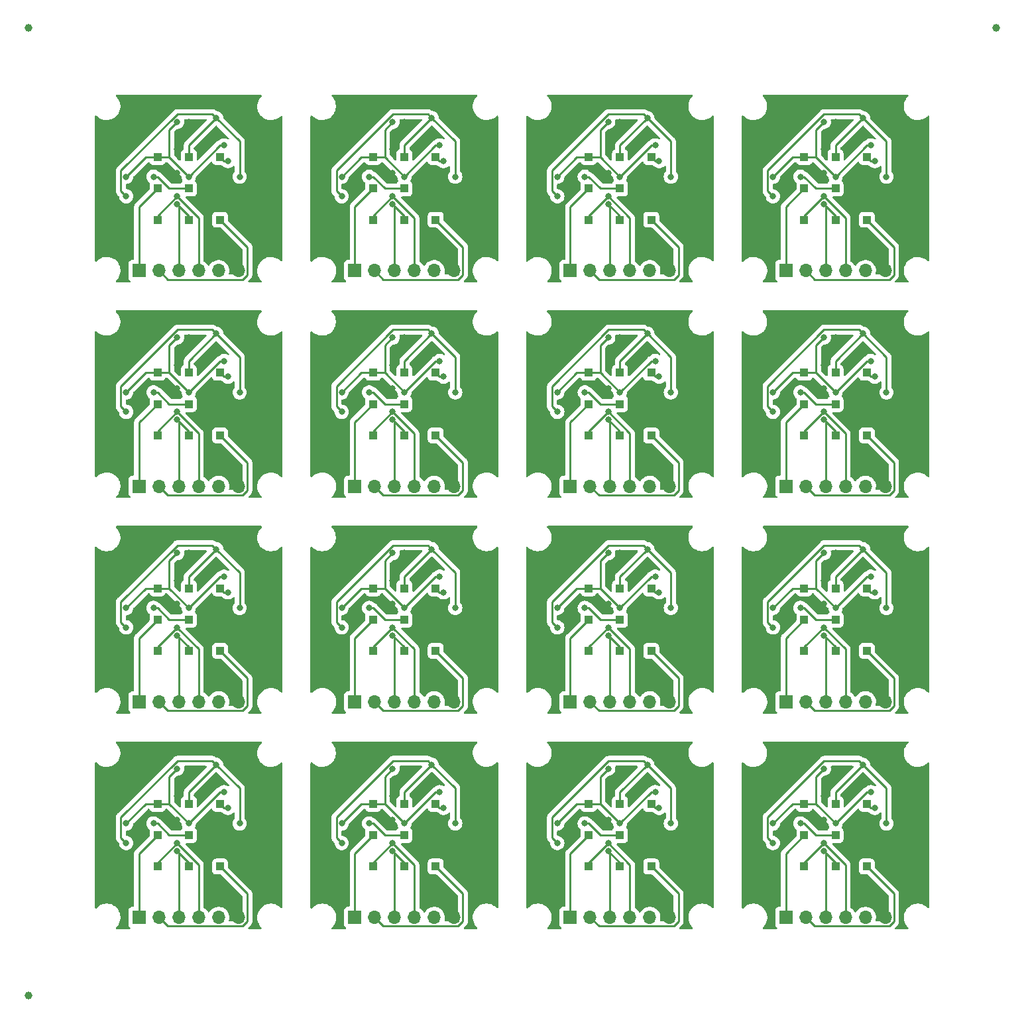
<source format=gbr>
%TF.GenerationSoftware,KiCad,Pcbnew,(6.0.7)*%
%TF.CreationDate,2022-10-24T21:44:15-05:00*%
%TF.ProjectId,Panelized,50616e65-6c69-47a6-9564-2e6b69636164,4*%
%TF.SameCoordinates,Original*%
%TF.FileFunction,Copper,L2,Bot*%
%TF.FilePolarity,Positive*%
%FSLAX46Y46*%
G04 Gerber Fmt 4.6, Leading zero omitted, Abs format (unit mm)*
G04 Created by KiCad (PCBNEW (6.0.7)) date 2022-10-24 21:44:15*
%MOMM*%
%LPD*%
G01*
G04 APERTURE LIST*
%TA.AperFunction,SMDPad,CuDef*%
%ADD10R,1.000000X1.000000*%
%TD*%
%TA.AperFunction,SMDPad,CuDef*%
%ADD11C,1.000000*%
%TD*%
%TA.AperFunction,ComponentPad*%
%ADD12R,1.700000X1.700000*%
%TD*%
%TA.AperFunction,ComponentPad*%
%ADD13O,1.700000X1.700000*%
%TD*%
%TA.AperFunction,ViaPad*%
%ADD14C,0.800000*%
%TD*%
%TA.AperFunction,Conductor*%
%ADD15C,0.250000*%
%TD*%
G04 APERTURE END LIST*
D10*
%TO.P,TP4,1,1*%
%TO.N,Board_10-GND*%
X94580000Y-90580000D03*
%TD*%
%TO.P,TP3,1,1*%
%TO.N,Board_4-+3.3V*%
X31500000Y-59040000D03*
%TD*%
%TO.P,TP6,1,1*%
%TO.N,Board_7-/AIN0*%
X114120000Y-63040000D03*
%TD*%
%TO.P,TP8,1,1*%
%TO.N,Board_0-/AIN2*%
X35500000Y-39500000D03*
%TD*%
%TO.P,TP5,1,1*%
%TO.N,Board_12-/A1*%
X35500000Y-118120000D03*
%TD*%
%TO.P,TP3,1,1*%
%TO.N,Board_15-+3.3V*%
X114120000Y-114120000D03*
%TD*%
%TO.P,TP5,1,1*%
%TO.N,Board_0-/A1*%
X35500000Y-35500000D03*
%TD*%
%TO.P,TP9,1,1*%
%TO.N,Board_4-/AIN3*%
X31500000Y-67040000D03*
%TD*%
%TO.P,TP6,1,1*%
%TO.N,Board_15-/AIN0*%
X114120000Y-118120000D03*
%TD*%
%TO.P,TP1,1,1*%
%TO.N,Board_12-/SCL*%
X39500000Y-114120000D03*
%TD*%
%TO.P,TP9,1,1*%
%TO.N,Board_7-/AIN3*%
X114120000Y-67040000D03*
%TD*%
%TO.P,TP9,1,1*%
%TO.N,Board_9-/AIN3*%
X59040000Y-94580000D03*
%TD*%
%TO.P,TP6,1,1*%
%TO.N,Board_9-/AIN0*%
X59040000Y-90580000D03*
%TD*%
%TO.P,TP9,1,1*%
%TO.N,Board_11-/AIN3*%
X114120000Y-94580000D03*
%TD*%
%TO.P,TP3,1,1*%
%TO.N,Board_2-+3.3V*%
X86580000Y-31500000D03*
%TD*%
%TO.P,TP4,1,1*%
%TO.N,Board_8-GND*%
X39500000Y-90580000D03*
%TD*%
%TO.P,TP5,1,1*%
%TO.N,Board_1-/A1*%
X63040000Y-35500000D03*
%TD*%
%TO.P,TP9,1,1*%
%TO.N,Board_6-/AIN3*%
X86580000Y-67040000D03*
%TD*%
%TO.P,TP9,1,1*%
%TO.N,Board_13-/AIN3*%
X59040000Y-122120000D03*
%TD*%
%TO.P,TP6,1,1*%
%TO.N,Board_10-/AIN0*%
X86580000Y-90580000D03*
%TD*%
%TO.P,TP1,1,1*%
%TO.N,Board_2-/SCL*%
X94580000Y-31500000D03*
%TD*%
D11*
%TO.P,REF\u002A\u002A,*%
%TO.N,*%
X15000000Y-15000000D03*
%TD*%
D10*
%TO.P,TP6,1,1*%
%TO.N,Board_2-/AIN0*%
X86580000Y-35500000D03*
%TD*%
%TO.P,TP2,1,1*%
%TO.N,Board_8-/SDA*%
X35500000Y-86580000D03*
%TD*%
%TO.P,TP7,1,1*%
%TO.N,Board_15-/AIN1*%
X122120000Y-122120000D03*
%TD*%
%TO.P,TP9,1,1*%
%TO.N,Board_5-/AIN3*%
X59040000Y-67040000D03*
%TD*%
%TO.P,TP4,1,1*%
%TO.N,Board_0-GND*%
X39500000Y-35500000D03*
%TD*%
%TO.P,TP5,1,1*%
%TO.N,Board_10-/A1*%
X90580000Y-90580000D03*
%TD*%
%TO.P,TP2,1,1*%
%TO.N,Board_6-/SDA*%
X90580000Y-59040000D03*
%TD*%
%TO.P,TP4,1,1*%
%TO.N,Board_3-GND*%
X122120000Y-35500000D03*
%TD*%
%TO.P,TP3,1,1*%
%TO.N,Board_10-+3.3V*%
X86580000Y-86580000D03*
%TD*%
%TO.P,TP5,1,1*%
%TO.N,Board_6-/A1*%
X90580000Y-63040000D03*
%TD*%
%TO.P,TP6,1,1*%
%TO.N,Board_11-/AIN0*%
X114120000Y-90580000D03*
%TD*%
%TO.P,TP3,1,1*%
%TO.N,Board_14-+3.3V*%
X86580000Y-114120000D03*
%TD*%
%TO.P,TP2,1,1*%
%TO.N,Board_4-/SDA*%
X35500000Y-59040000D03*
%TD*%
%TO.P,TP8,1,1*%
%TO.N,Board_2-/AIN2*%
X90580000Y-39500000D03*
%TD*%
%TO.P,TP8,1,1*%
%TO.N,Board_1-/AIN2*%
X63040000Y-39500000D03*
%TD*%
%TO.P,TP8,1,1*%
%TO.N,Board_13-/AIN2*%
X63040000Y-122120000D03*
%TD*%
%TO.P,TP4,1,1*%
%TO.N,Board_11-GND*%
X122120000Y-90580000D03*
%TD*%
%TO.P,TP1,1,1*%
%TO.N,Board_10-/SCL*%
X94580000Y-86580000D03*
%TD*%
%TO.P,TP4,1,1*%
%TO.N,Board_13-GND*%
X67040000Y-118120000D03*
%TD*%
%TO.P,TP7,1,1*%
%TO.N,Board_10-/AIN1*%
X94580000Y-94580000D03*
%TD*%
%TO.P,TP8,1,1*%
%TO.N,Board_15-/AIN2*%
X118120000Y-122120000D03*
%TD*%
%TO.P,TP8,1,1*%
%TO.N,Board_8-/AIN2*%
X35500000Y-94580000D03*
%TD*%
%TO.P,TP4,1,1*%
%TO.N,Board_4-GND*%
X39500000Y-63040000D03*
%TD*%
%TO.P,TP2,1,1*%
%TO.N,Board_1-/SDA*%
X63040000Y-31500000D03*
%TD*%
%TO.P,TP1,1,1*%
%TO.N,Board_13-/SCL*%
X67040000Y-114120000D03*
%TD*%
%TO.P,TP2,1,1*%
%TO.N,Board_0-/SDA*%
X35500000Y-31500000D03*
%TD*%
%TO.P,TP2,1,1*%
%TO.N,Board_14-/SDA*%
X90580000Y-114120000D03*
%TD*%
%TO.P,TP4,1,1*%
%TO.N,Board_6-GND*%
X94580000Y-63040000D03*
%TD*%
D11*
%TO.P,REF\u002A\u002A,*%
%TO.N,*%
X15000000Y-138620000D03*
%TD*%
D10*
%TO.P,TP7,1,1*%
%TO.N,Board_2-/AIN1*%
X94580000Y-39500000D03*
%TD*%
%TO.P,TP4,1,1*%
%TO.N,Board_15-GND*%
X122120000Y-118120000D03*
%TD*%
%TO.P,TP2,1,1*%
%TO.N,Board_3-/SDA*%
X118120000Y-31500000D03*
%TD*%
%TO.P,TP8,1,1*%
%TO.N,Board_14-/AIN2*%
X90580000Y-122120000D03*
%TD*%
%TO.P,TP7,1,1*%
%TO.N,Board_1-/AIN1*%
X67040000Y-39500000D03*
%TD*%
%TO.P,TP9,1,1*%
%TO.N,Board_2-/AIN3*%
X86580000Y-39500000D03*
%TD*%
%TO.P,TP7,1,1*%
%TO.N,Board_13-/AIN1*%
X67040000Y-122120000D03*
%TD*%
%TO.P,TP1,1,1*%
%TO.N,Board_3-/SCL*%
X122120000Y-31500000D03*
%TD*%
%TO.P,TP1,1,1*%
%TO.N,Board_7-/SCL*%
X122120000Y-59040000D03*
%TD*%
%TO.P,TP3,1,1*%
%TO.N,Board_13-+3.3V*%
X59040000Y-114120000D03*
%TD*%
%TO.P,TP3,1,1*%
%TO.N,Board_1-+3.3V*%
X59040000Y-31500000D03*
%TD*%
%TO.P,TP7,1,1*%
%TO.N,Board_6-/AIN1*%
X94580000Y-67040000D03*
%TD*%
%TO.P,TP3,1,1*%
%TO.N,Board_11-+3.3V*%
X114120000Y-86580000D03*
%TD*%
%TO.P,TP7,1,1*%
%TO.N,Board_11-/AIN1*%
X122120000Y-94580000D03*
%TD*%
%TO.P,TP5,1,1*%
%TO.N,Board_2-/A1*%
X90580000Y-35500000D03*
%TD*%
%TO.P,TP7,1,1*%
%TO.N,Board_4-/AIN1*%
X39500000Y-67040000D03*
%TD*%
%TO.P,TP9,1,1*%
%TO.N,Board_10-/AIN3*%
X86580000Y-94580000D03*
%TD*%
%TO.P,TP4,1,1*%
%TO.N,Board_9-GND*%
X67040000Y-90580000D03*
%TD*%
%TO.P,TP2,1,1*%
%TO.N,Board_11-/SDA*%
X118120000Y-86580000D03*
%TD*%
%TO.P,TP6,1,1*%
%TO.N,Board_13-/AIN0*%
X59040000Y-118120000D03*
%TD*%
%TO.P,TP1,1,1*%
%TO.N,Board_15-/SCL*%
X122120000Y-114120000D03*
%TD*%
%TO.P,TP3,1,1*%
%TO.N,Board_0-+3.3V*%
X31500000Y-31500000D03*
%TD*%
%TO.P,TP7,1,1*%
%TO.N,Board_12-/AIN1*%
X39500000Y-122120000D03*
%TD*%
%TO.P,TP5,1,1*%
%TO.N,Board_4-/A1*%
X35500000Y-63040000D03*
%TD*%
%TO.P,TP7,1,1*%
%TO.N,Board_7-/AIN1*%
X122120000Y-67040000D03*
%TD*%
%TO.P,TP1,1,1*%
%TO.N,Board_0-/SCL*%
X39500000Y-31500000D03*
%TD*%
%TO.P,TP4,1,1*%
%TO.N,Board_7-GND*%
X122120000Y-63040000D03*
%TD*%
%TO.P,TP5,1,1*%
%TO.N,Board_8-/A1*%
X35500000Y-90580000D03*
%TD*%
%TO.P,TP6,1,1*%
%TO.N,Board_14-/AIN0*%
X86580000Y-118120000D03*
%TD*%
%TO.P,TP1,1,1*%
%TO.N,Board_5-/SCL*%
X67040000Y-59040000D03*
%TD*%
%TO.P,TP1,1,1*%
%TO.N,Board_8-/SCL*%
X39500000Y-86580000D03*
%TD*%
%TO.P,TP6,1,1*%
%TO.N,Board_4-/AIN0*%
X31500000Y-63040000D03*
%TD*%
%TO.P,TP4,1,1*%
%TO.N,Board_14-GND*%
X94580000Y-118120000D03*
%TD*%
%TO.P,TP6,1,1*%
%TO.N,Board_1-/AIN0*%
X59040000Y-35500000D03*
%TD*%
%TO.P,TP5,1,1*%
%TO.N,Board_9-/A1*%
X63040000Y-90580000D03*
%TD*%
%TO.P,TP3,1,1*%
%TO.N,Board_6-+3.3V*%
X86580000Y-59040000D03*
%TD*%
%TO.P,TP2,1,1*%
%TO.N,Board_2-/SDA*%
X90580000Y-31500000D03*
%TD*%
%TO.P,TP4,1,1*%
%TO.N,Board_12-GND*%
X39500000Y-118120000D03*
%TD*%
%TO.P,TP1,1,1*%
%TO.N,Board_4-/SCL*%
X39500000Y-59040000D03*
%TD*%
%TO.P,TP3,1,1*%
%TO.N,Board_9-+3.3V*%
X59040000Y-86580000D03*
%TD*%
%TO.P,TP2,1,1*%
%TO.N,Board_9-/SDA*%
X63040000Y-86580000D03*
%TD*%
%TO.P,TP6,1,1*%
%TO.N,Board_12-/AIN0*%
X31500000Y-118120000D03*
%TD*%
%TO.P,TP2,1,1*%
%TO.N,Board_10-/SDA*%
X90580000Y-86580000D03*
%TD*%
%TO.P,TP5,1,1*%
%TO.N,Board_15-/A1*%
X118120000Y-118120000D03*
%TD*%
%TO.P,TP4,1,1*%
%TO.N,Board_2-GND*%
X94580000Y-35500000D03*
%TD*%
%TO.P,TP9,1,1*%
%TO.N,Board_0-/AIN3*%
X31500000Y-39500000D03*
%TD*%
%TO.P,TP6,1,1*%
%TO.N,Board_0-/AIN0*%
X31500000Y-35500000D03*
%TD*%
%TO.P,TP6,1,1*%
%TO.N,Board_5-/AIN0*%
X59040000Y-63040000D03*
%TD*%
%TO.P,TP8,1,1*%
%TO.N,Board_5-/AIN2*%
X63040000Y-67040000D03*
%TD*%
%TO.P,TP8,1,1*%
%TO.N,Board_10-/AIN2*%
X90580000Y-94580000D03*
%TD*%
%TO.P,TP2,1,1*%
%TO.N,Board_15-/SDA*%
X118120000Y-114120000D03*
%TD*%
D11*
%TO.P,REF\u002A\u002A,*%
%TO.N,*%
X138620000Y-15000000D03*
%TD*%
D10*
%TO.P,TP3,1,1*%
%TO.N,Board_5-+3.3V*%
X59040000Y-59040000D03*
%TD*%
%TO.P,TP1,1,1*%
%TO.N,Board_1-/SCL*%
X67040000Y-31500000D03*
%TD*%
%TO.P,TP8,1,1*%
%TO.N,Board_6-/AIN2*%
X90580000Y-67040000D03*
%TD*%
%TO.P,TP1,1,1*%
%TO.N,Board_6-/SCL*%
X94580000Y-59040000D03*
%TD*%
%TO.P,TP9,1,1*%
%TO.N,Board_1-/AIN3*%
X59040000Y-39500000D03*
%TD*%
%TO.P,TP5,1,1*%
%TO.N,Board_11-/A1*%
X118120000Y-90580000D03*
%TD*%
%TO.P,TP9,1,1*%
%TO.N,Board_14-/AIN3*%
X86580000Y-122120000D03*
%TD*%
%TO.P,TP1,1,1*%
%TO.N,Board_14-/SCL*%
X94580000Y-114120000D03*
%TD*%
%TO.P,TP9,1,1*%
%TO.N,Board_8-/AIN3*%
X31500000Y-94580000D03*
%TD*%
%TO.P,TP6,1,1*%
%TO.N,Board_3-/AIN0*%
X114120000Y-35500000D03*
%TD*%
%TO.P,TP6,1,1*%
%TO.N,Board_6-/AIN0*%
X86580000Y-63040000D03*
%TD*%
%TO.P,TP7,1,1*%
%TO.N,Board_0-/AIN1*%
X39500000Y-39500000D03*
%TD*%
%TO.P,TP3,1,1*%
%TO.N,Board_8-+3.3V*%
X31500000Y-86580000D03*
%TD*%
%TO.P,TP7,1,1*%
%TO.N,Board_3-/AIN1*%
X122120000Y-39500000D03*
%TD*%
%TO.P,TP8,1,1*%
%TO.N,Board_11-/AIN2*%
X118120000Y-94580000D03*
%TD*%
%TO.P,TP7,1,1*%
%TO.N,Board_14-/AIN1*%
X94580000Y-122120000D03*
%TD*%
%TO.P,TP5,1,1*%
%TO.N,Board_13-/A1*%
X63040000Y-118120000D03*
%TD*%
%TO.P,TP9,1,1*%
%TO.N,Board_3-/AIN3*%
X114120000Y-39500000D03*
%TD*%
%TO.P,TP8,1,1*%
%TO.N,Board_7-/AIN2*%
X118120000Y-67040000D03*
%TD*%
%TO.P,TP4,1,1*%
%TO.N,Board_5-GND*%
X67040000Y-63040000D03*
%TD*%
%TO.P,TP1,1,1*%
%TO.N,Board_9-/SCL*%
X67040000Y-86580000D03*
%TD*%
%TO.P,TP5,1,1*%
%TO.N,Board_5-/A1*%
X63040000Y-63040000D03*
%TD*%
%TO.P,TP3,1,1*%
%TO.N,Board_3-+3.3V*%
X114120000Y-31500000D03*
%TD*%
%TO.P,TP7,1,1*%
%TO.N,Board_8-/AIN1*%
X39500000Y-94580000D03*
%TD*%
%TO.P,TP2,1,1*%
%TO.N,Board_12-/SDA*%
X35500000Y-114120000D03*
%TD*%
%TO.P,TP1,1,1*%
%TO.N,Board_11-/SCL*%
X122120000Y-86580000D03*
%TD*%
%TO.P,TP3,1,1*%
%TO.N,Board_7-+3.3V*%
X114120000Y-59040000D03*
%TD*%
%TO.P,TP4,1,1*%
%TO.N,Board_1-GND*%
X67040000Y-35500000D03*
%TD*%
%TO.P,TP9,1,1*%
%TO.N,Board_12-/AIN3*%
X31500000Y-122120000D03*
%TD*%
%TO.P,TP7,1,1*%
%TO.N,Board_9-/AIN1*%
X67040000Y-94580000D03*
%TD*%
%TO.P,TP2,1,1*%
%TO.N,Board_7-/SDA*%
X118120000Y-59040000D03*
%TD*%
%TO.P,TP5,1,1*%
%TO.N,Board_3-/A1*%
X118120000Y-35500000D03*
%TD*%
%TO.P,TP8,1,1*%
%TO.N,Board_9-/AIN2*%
X63040000Y-94580000D03*
%TD*%
%TO.P,TP8,1,1*%
%TO.N,Board_12-/AIN2*%
X35500000Y-122120000D03*
%TD*%
%TO.P,TP9,1,1*%
%TO.N,Board_15-/AIN3*%
X114120000Y-122120000D03*
%TD*%
%TO.P,TP8,1,1*%
%TO.N,Board_3-/AIN2*%
X118120000Y-39500000D03*
%TD*%
%TO.P,TP8,1,1*%
%TO.N,Board_4-/AIN2*%
X35500000Y-67040000D03*
%TD*%
%TO.P,TP2,1,1*%
%TO.N,Board_13-/SDA*%
X63040000Y-114120000D03*
%TD*%
%TO.P,TP5,1,1*%
%TO.N,Board_14-/A1*%
X90580000Y-118120000D03*
%TD*%
%TO.P,TP5,1,1*%
%TO.N,Board_7-/A1*%
X118120000Y-63040000D03*
%TD*%
%TO.P,TP2,1,1*%
%TO.N,Board_5-/SDA*%
X63040000Y-59040000D03*
%TD*%
%TO.P,TP6,1,1*%
%TO.N,Board_8-/AIN0*%
X31500000Y-90580000D03*
%TD*%
%TO.P,TP7,1,1*%
%TO.N,Board_5-/AIN1*%
X67040000Y-67040000D03*
%TD*%
%TO.P,TP3,1,1*%
%TO.N,Board_12-+3.3V*%
X31500000Y-114120000D03*
%TD*%
D12*
%TO.P,J2,1,Pin_1*%
%TO.N,Board_15-/AIN0*%
X111770000Y-128620000D03*
D13*
%TO.P,J2,2,Pin_2*%
%TO.N,Board_15-/AIN1*%
X114310000Y-128620000D03*
%TO.P,J2,3,Pin_3*%
%TO.N,Board_15-/AIN2*%
X116850000Y-128620000D03*
%TO.P,J2,4,Pin_4*%
%TO.N,Board_15-/AIN3*%
X119390000Y-128620000D03*
%TO.P,J2,5,Pin_5*%
%TO.N,Board_15-+3.3V*%
X121930000Y-128620000D03*
%TO.P,J2,6,Pin_6*%
%TO.N,Board_15-GND*%
X124470000Y-128620000D03*
%TD*%
D12*
%TO.P,J2,1,Pin_1*%
%TO.N,Board_0-/AIN0*%
X29150000Y-46000000D03*
D13*
%TO.P,J2,2,Pin_2*%
%TO.N,Board_0-/AIN1*%
X31690000Y-46000000D03*
%TO.P,J2,3,Pin_3*%
%TO.N,Board_0-/AIN2*%
X34230000Y-46000000D03*
%TO.P,J2,4,Pin_4*%
%TO.N,Board_0-/AIN3*%
X36770000Y-46000000D03*
%TO.P,J2,5,Pin_5*%
%TO.N,Board_0-+3.3V*%
X39310000Y-46000000D03*
%TO.P,J2,6,Pin_6*%
%TO.N,Board_0-GND*%
X41850000Y-46000000D03*
%TD*%
D12*
%TO.P,J2,1,Pin_1*%
%TO.N,Board_8-/AIN0*%
X29150000Y-101080000D03*
D13*
%TO.P,J2,2,Pin_2*%
%TO.N,Board_8-/AIN1*%
X31690000Y-101080000D03*
%TO.P,J2,3,Pin_3*%
%TO.N,Board_8-/AIN2*%
X34230000Y-101080000D03*
%TO.P,J2,4,Pin_4*%
%TO.N,Board_8-/AIN3*%
X36770000Y-101080000D03*
%TO.P,J2,5,Pin_5*%
%TO.N,Board_8-+3.3V*%
X39310000Y-101080000D03*
%TO.P,J2,6,Pin_6*%
%TO.N,Board_8-GND*%
X41850000Y-101080000D03*
%TD*%
D12*
%TO.P,J2,1,Pin_1*%
%TO.N,Board_11-/AIN0*%
X111770000Y-101080000D03*
D13*
%TO.P,J2,2,Pin_2*%
%TO.N,Board_11-/AIN1*%
X114310000Y-101080000D03*
%TO.P,J2,3,Pin_3*%
%TO.N,Board_11-/AIN2*%
X116850000Y-101080000D03*
%TO.P,J2,4,Pin_4*%
%TO.N,Board_11-/AIN3*%
X119390000Y-101080000D03*
%TO.P,J2,5,Pin_5*%
%TO.N,Board_11-+3.3V*%
X121930000Y-101080000D03*
%TO.P,J2,6,Pin_6*%
%TO.N,Board_11-GND*%
X124470000Y-101080000D03*
%TD*%
D12*
%TO.P,J2,1,Pin_1*%
%TO.N,Board_5-/AIN0*%
X56690000Y-73540000D03*
D13*
%TO.P,J2,2,Pin_2*%
%TO.N,Board_5-/AIN1*%
X59230000Y-73540000D03*
%TO.P,J2,3,Pin_3*%
%TO.N,Board_5-/AIN2*%
X61770000Y-73540000D03*
%TO.P,J2,4,Pin_4*%
%TO.N,Board_5-/AIN3*%
X64310000Y-73540000D03*
%TO.P,J2,5,Pin_5*%
%TO.N,Board_5-+3.3V*%
X66850000Y-73540000D03*
%TO.P,J2,6,Pin_6*%
%TO.N,Board_5-GND*%
X69390000Y-73540000D03*
%TD*%
D12*
%TO.P,J2,1,Pin_1*%
%TO.N,Board_13-/AIN0*%
X56690000Y-128620000D03*
D13*
%TO.P,J2,2,Pin_2*%
%TO.N,Board_13-/AIN1*%
X59230000Y-128620000D03*
%TO.P,J2,3,Pin_3*%
%TO.N,Board_13-/AIN2*%
X61770000Y-128620000D03*
%TO.P,J2,4,Pin_4*%
%TO.N,Board_13-/AIN3*%
X64310000Y-128620000D03*
%TO.P,J2,5,Pin_5*%
%TO.N,Board_13-+3.3V*%
X66850000Y-128620000D03*
%TO.P,J2,6,Pin_6*%
%TO.N,Board_13-GND*%
X69390000Y-128620000D03*
%TD*%
D12*
%TO.P,J2,1,Pin_1*%
%TO.N,Board_10-/AIN0*%
X84230000Y-101080000D03*
D13*
%TO.P,J2,2,Pin_2*%
%TO.N,Board_10-/AIN1*%
X86770000Y-101080000D03*
%TO.P,J2,3,Pin_3*%
%TO.N,Board_10-/AIN2*%
X89310000Y-101080000D03*
%TO.P,J2,4,Pin_4*%
%TO.N,Board_10-/AIN3*%
X91850000Y-101080000D03*
%TO.P,J2,5,Pin_5*%
%TO.N,Board_10-+3.3V*%
X94390000Y-101080000D03*
%TO.P,J2,6,Pin_6*%
%TO.N,Board_10-GND*%
X96930000Y-101080000D03*
%TD*%
D12*
%TO.P,J2,1,Pin_1*%
%TO.N,Board_12-/AIN0*%
X29150000Y-128620000D03*
D13*
%TO.P,J2,2,Pin_2*%
%TO.N,Board_12-/AIN1*%
X31690000Y-128620000D03*
%TO.P,J2,3,Pin_3*%
%TO.N,Board_12-/AIN2*%
X34230000Y-128620000D03*
%TO.P,J2,4,Pin_4*%
%TO.N,Board_12-/AIN3*%
X36770000Y-128620000D03*
%TO.P,J2,5,Pin_5*%
%TO.N,Board_12-+3.3V*%
X39310000Y-128620000D03*
%TO.P,J2,6,Pin_6*%
%TO.N,Board_12-GND*%
X41850000Y-128620000D03*
%TD*%
D12*
%TO.P,J2,1,Pin_1*%
%TO.N,Board_1-/AIN0*%
X56690000Y-46000000D03*
D13*
%TO.P,J2,2,Pin_2*%
%TO.N,Board_1-/AIN1*%
X59230000Y-46000000D03*
%TO.P,J2,3,Pin_3*%
%TO.N,Board_1-/AIN2*%
X61770000Y-46000000D03*
%TO.P,J2,4,Pin_4*%
%TO.N,Board_1-/AIN3*%
X64310000Y-46000000D03*
%TO.P,J2,5,Pin_5*%
%TO.N,Board_1-+3.3V*%
X66850000Y-46000000D03*
%TO.P,J2,6,Pin_6*%
%TO.N,Board_1-GND*%
X69390000Y-46000000D03*
%TD*%
D12*
%TO.P,J2,1,Pin_1*%
%TO.N,Board_9-/AIN0*%
X56690000Y-101080000D03*
D13*
%TO.P,J2,2,Pin_2*%
%TO.N,Board_9-/AIN1*%
X59230000Y-101080000D03*
%TO.P,J2,3,Pin_3*%
%TO.N,Board_9-/AIN2*%
X61770000Y-101080000D03*
%TO.P,J2,4,Pin_4*%
%TO.N,Board_9-/AIN3*%
X64310000Y-101080000D03*
%TO.P,J2,5,Pin_5*%
%TO.N,Board_9-+3.3V*%
X66850000Y-101080000D03*
%TO.P,J2,6,Pin_6*%
%TO.N,Board_9-GND*%
X69390000Y-101080000D03*
%TD*%
D12*
%TO.P,J2,1,Pin_1*%
%TO.N,Board_3-/AIN0*%
X111770000Y-46000000D03*
D13*
%TO.P,J2,2,Pin_2*%
%TO.N,Board_3-/AIN1*%
X114310000Y-46000000D03*
%TO.P,J2,3,Pin_3*%
%TO.N,Board_3-/AIN2*%
X116850000Y-46000000D03*
%TO.P,J2,4,Pin_4*%
%TO.N,Board_3-/AIN3*%
X119390000Y-46000000D03*
%TO.P,J2,5,Pin_5*%
%TO.N,Board_3-+3.3V*%
X121930000Y-46000000D03*
%TO.P,J2,6,Pin_6*%
%TO.N,Board_3-GND*%
X124470000Y-46000000D03*
%TD*%
D12*
%TO.P,J2,1,Pin_1*%
%TO.N,Board_6-/AIN0*%
X84230000Y-73540000D03*
D13*
%TO.P,J2,2,Pin_2*%
%TO.N,Board_6-/AIN1*%
X86770000Y-73540000D03*
%TO.P,J2,3,Pin_3*%
%TO.N,Board_6-/AIN2*%
X89310000Y-73540000D03*
%TO.P,J2,4,Pin_4*%
%TO.N,Board_6-/AIN3*%
X91850000Y-73540000D03*
%TO.P,J2,5,Pin_5*%
%TO.N,Board_6-+3.3V*%
X94390000Y-73540000D03*
%TO.P,J2,6,Pin_6*%
%TO.N,Board_6-GND*%
X96930000Y-73540000D03*
%TD*%
D12*
%TO.P,J2,1,Pin_1*%
%TO.N,Board_7-/AIN0*%
X111770000Y-73540000D03*
D13*
%TO.P,J2,2,Pin_2*%
%TO.N,Board_7-/AIN1*%
X114310000Y-73540000D03*
%TO.P,J2,3,Pin_3*%
%TO.N,Board_7-/AIN2*%
X116850000Y-73540000D03*
%TO.P,J2,4,Pin_4*%
%TO.N,Board_7-/AIN3*%
X119390000Y-73540000D03*
%TO.P,J2,5,Pin_5*%
%TO.N,Board_7-+3.3V*%
X121930000Y-73540000D03*
%TO.P,J2,6,Pin_6*%
%TO.N,Board_7-GND*%
X124470000Y-73540000D03*
%TD*%
D12*
%TO.P,J2,1,Pin_1*%
%TO.N,Board_4-/AIN0*%
X29150000Y-73540000D03*
D13*
%TO.P,J2,2,Pin_2*%
%TO.N,Board_4-/AIN1*%
X31690000Y-73540000D03*
%TO.P,J2,3,Pin_3*%
%TO.N,Board_4-/AIN2*%
X34230000Y-73540000D03*
%TO.P,J2,4,Pin_4*%
%TO.N,Board_4-/AIN3*%
X36770000Y-73540000D03*
%TO.P,J2,5,Pin_5*%
%TO.N,Board_4-+3.3V*%
X39310000Y-73540000D03*
%TO.P,J2,6,Pin_6*%
%TO.N,Board_4-GND*%
X41850000Y-73540000D03*
%TD*%
D12*
%TO.P,J2,1,Pin_1*%
%TO.N,Board_2-/AIN0*%
X84230000Y-46000000D03*
D13*
%TO.P,J2,2,Pin_2*%
%TO.N,Board_2-/AIN1*%
X86770000Y-46000000D03*
%TO.P,J2,3,Pin_3*%
%TO.N,Board_2-/AIN2*%
X89310000Y-46000000D03*
%TO.P,J2,4,Pin_4*%
%TO.N,Board_2-/AIN3*%
X91850000Y-46000000D03*
%TO.P,J2,5,Pin_5*%
%TO.N,Board_2-+3.3V*%
X94390000Y-46000000D03*
%TO.P,J2,6,Pin_6*%
%TO.N,Board_2-GND*%
X96930000Y-46000000D03*
%TD*%
D12*
%TO.P,J2,1,Pin_1*%
%TO.N,Board_14-/AIN0*%
X84230000Y-128620000D03*
D13*
%TO.P,J2,2,Pin_2*%
%TO.N,Board_14-/AIN1*%
X86770000Y-128620000D03*
%TO.P,J2,3,Pin_3*%
%TO.N,Board_14-/AIN2*%
X89310000Y-128620000D03*
%TO.P,J2,4,Pin_4*%
%TO.N,Board_14-/AIN3*%
X91850000Y-128620000D03*
%TO.P,J2,5,Pin_5*%
%TO.N,Board_14-+3.3V*%
X94390000Y-128620000D03*
%TO.P,J2,6,Pin_6*%
%TO.N,Board_14-GND*%
X96930000Y-128620000D03*
%TD*%
D14*
%TO.N,Board_15-GND*%
X116620000Y-113120000D03*
X112620000Y-109120000D03*
X123620000Y-109120000D03*
X118620000Y-119620000D03*
X119620000Y-113120000D03*
X118120000Y-109620000D03*
X116620000Y-116120000D03*
%TO.N,Board_15-/SDA*%
X121620000Y-109120000D03*
X110120000Y-119120000D03*
X124620000Y-116620000D03*
%TO.N,Board_15-/SCL*%
X123120000Y-114620000D03*
%TO.N,Board_15-/AIN3*%
X116620000Y-119120000D03*
%TO.N,Board_15-/AIN2*%
X116620000Y-120120000D03*
%TO.N,Board_15-/A1*%
X113620000Y-116620000D03*
%TO.N,Board_15-+3.3V*%
X116620000Y-109620000D03*
X110120000Y-116620000D03*
X118120000Y-116620000D03*
X122620000Y-112620000D03*
%TO.N,Board_14-GND*%
X89080000Y-113120000D03*
X85080000Y-109120000D03*
X96080000Y-109120000D03*
X91080000Y-119620000D03*
X92080000Y-113120000D03*
X90580000Y-109620000D03*
X89080000Y-116120000D03*
%TO.N,Board_14-/SDA*%
X94080000Y-109120000D03*
X82580000Y-119120000D03*
X97080000Y-116620000D03*
%TO.N,Board_14-/SCL*%
X95580000Y-114620000D03*
%TO.N,Board_14-/AIN3*%
X89080000Y-119120000D03*
%TO.N,Board_14-/AIN2*%
X89080000Y-120120000D03*
%TO.N,Board_14-/A1*%
X86080000Y-116620000D03*
%TO.N,Board_14-+3.3V*%
X89080000Y-109620000D03*
X82580000Y-116620000D03*
X90580000Y-116620000D03*
X95080000Y-112620000D03*
%TO.N,Board_13-GND*%
X61540000Y-113120000D03*
X57540000Y-109120000D03*
X68540000Y-109120000D03*
X63540000Y-119620000D03*
X64540000Y-113120000D03*
X63040000Y-109620000D03*
X61540000Y-116120000D03*
%TO.N,Board_13-/SDA*%
X66540000Y-109120000D03*
X55040000Y-119120000D03*
X69540000Y-116620000D03*
%TO.N,Board_13-/SCL*%
X68040000Y-114620000D03*
%TO.N,Board_13-/AIN3*%
X61540000Y-119120000D03*
%TO.N,Board_13-/AIN2*%
X61540000Y-120120000D03*
%TO.N,Board_13-/A1*%
X58540000Y-116620000D03*
%TO.N,Board_13-+3.3V*%
X61540000Y-109620000D03*
X55040000Y-116620000D03*
X63040000Y-116620000D03*
X67540000Y-112620000D03*
%TO.N,Board_12-GND*%
X34000000Y-113120000D03*
X30000000Y-109120000D03*
X41000000Y-109120000D03*
X36000000Y-119620000D03*
X37000000Y-113120000D03*
X35500000Y-109620000D03*
X34000000Y-116120000D03*
%TO.N,Board_12-/SDA*%
X39000000Y-109120000D03*
X27500000Y-119120000D03*
X42000000Y-116620000D03*
%TO.N,Board_12-/SCL*%
X40500000Y-114620000D03*
%TO.N,Board_12-/AIN3*%
X34000000Y-119120000D03*
%TO.N,Board_12-/AIN2*%
X34000000Y-120120000D03*
%TO.N,Board_12-/A1*%
X31000000Y-116620000D03*
%TO.N,Board_12-+3.3V*%
X34000000Y-109620000D03*
X27500000Y-116620000D03*
X35500000Y-116620000D03*
X40000000Y-112620000D03*
%TO.N,Board_11-GND*%
X116620000Y-85580000D03*
X112620000Y-81580000D03*
X123620000Y-81580000D03*
X118620000Y-92080000D03*
X119620000Y-85580000D03*
X118120000Y-82080000D03*
X116620000Y-88580000D03*
%TO.N,Board_11-/SDA*%
X121620000Y-81580000D03*
X110120000Y-91580000D03*
X124620000Y-89080000D03*
%TO.N,Board_11-/SCL*%
X123120000Y-87080000D03*
%TO.N,Board_11-/AIN3*%
X116620000Y-91580000D03*
%TO.N,Board_11-/AIN2*%
X116620000Y-92580000D03*
%TO.N,Board_11-/A1*%
X113620000Y-89080000D03*
%TO.N,Board_11-+3.3V*%
X116620000Y-82080000D03*
X110120000Y-89080000D03*
X118120000Y-89080000D03*
X122620000Y-85080000D03*
%TO.N,Board_10-GND*%
X89080000Y-85580000D03*
X85080000Y-81580000D03*
X96080000Y-81580000D03*
X91080000Y-92080000D03*
X92080000Y-85580000D03*
X90580000Y-82080000D03*
X89080000Y-88580000D03*
%TO.N,Board_10-/SDA*%
X94080000Y-81580000D03*
X82580000Y-91580000D03*
X97080000Y-89080000D03*
%TO.N,Board_10-/SCL*%
X95580000Y-87080000D03*
%TO.N,Board_10-/AIN3*%
X89080000Y-91580000D03*
%TO.N,Board_10-/AIN2*%
X89080000Y-92580000D03*
%TO.N,Board_10-/A1*%
X86080000Y-89080000D03*
%TO.N,Board_10-+3.3V*%
X89080000Y-82080000D03*
X82580000Y-89080000D03*
X90580000Y-89080000D03*
X95080000Y-85080000D03*
%TO.N,Board_9-GND*%
X61540000Y-85580000D03*
X57540000Y-81580000D03*
X68540000Y-81580000D03*
X63540000Y-92080000D03*
X64540000Y-85580000D03*
X63040000Y-82080000D03*
X61540000Y-88580000D03*
%TO.N,Board_9-/SDA*%
X66540000Y-81580000D03*
X55040000Y-91580000D03*
X69540000Y-89080000D03*
%TO.N,Board_9-/SCL*%
X68040000Y-87080000D03*
%TO.N,Board_9-/AIN3*%
X61540000Y-91580000D03*
%TO.N,Board_9-/AIN2*%
X61540000Y-92580000D03*
%TO.N,Board_9-/A1*%
X58540000Y-89080000D03*
%TO.N,Board_9-+3.3V*%
X61540000Y-82080000D03*
X55040000Y-89080000D03*
X63040000Y-89080000D03*
X67540000Y-85080000D03*
%TO.N,Board_8-GND*%
X34000000Y-85580000D03*
X30000000Y-81580000D03*
X41000000Y-81580000D03*
X36000000Y-92080000D03*
X37000000Y-85580000D03*
X35500000Y-82080000D03*
X34000000Y-88580000D03*
%TO.N,Board_8-/SDA*%
X39000000Y-81580000D03*
X27500000Y-91580000D03*
X42000000Y-89080000D03*
%TO.N,Board_8-/SCL*%
X40500000Y-87080000D03*
%TO.N,Board_8-/AIN3*%
X34000000Y-91580000D03*
%TO.N,Board_8-/AIN2*%
X34000000Y-92580000D03*
%TO.N,Board_8-/A1*%
X31000000Y-89080000D03*
%TO.N,Board_8-+3.3V*%
X34000000Y-82080000D03*
X27500000Y-89080000D03*
X35500000Y-89080000D03*
X40000000Y-85080000D03*
%TO.N,Board_7-GND*%
X116620000Y-58040000D03*
X112620000Y-54040000D03*
X123620000Y-54040000D03*
X118620000Y-64540000D03*
X119620000Y-58040000D03*
X118120000Y-54540000D03*
X116620000Y-61040000D03*
%TO.N,Board_7-/SDA*%
X121620000Y-54040000D03*
X110120000Y-64040000D03*
X124620000Y-61540000D03*
%TO.N,Board_7-/SCL*%
X123120000Y-59540000D03*
%TO.N,Board_7-/AIN3*%
X116620000Y-64040000D03*
%TO.N,Board_7-/AIN2*%
X116620000Y-65040000D03*
%TO.N,Board_7-/A1*%
X113620000Y-61540000D03*
%TO.N,Board_7-+3.3V*%
X116620000Y-54540000D03*
X110120000Y-61540000D03*
X118120000Y-61540000D03*
X122620000Y-57540000D03*
%TO.N,Board_6-GND*%
X89080000Y-58040000D03*
X85080000Y-54040000D03*
X96080000Y-54040000D03*
X91080000Y-64540000D03*
X92080000Y-58040000D03*
X90580000Y-54540000D03*
X89080000Y-61040000D03*
%TO.N,Board_6-/SDA*%
X94080000Y-54040000D03*
X82580000Y-64040000D03*
X97080000Y-61540000D03*
%TO.N,Board_6-/SCL*%
X95580000Y-59540000D03*
%TO.N,Board_6-/AIN3*%
X89080000Y-64040000D03*
%TO.N,Board_6-/AIN2*%
X89080000Y-65040000D03*
%TO.N,Board_6-/A1*%
X86080000Y-61540000D03*
%TO.N,Board_6-+3.3V*%
X89080000Y-54540000D03*
X82580000Y-61540000D03*
X90580000Y-61540000D03*
X95080000Y-57540000D03*
%TO.N,Board_5-GND*%
X61540000Y-58040000D03*
X57540000Y-54040000D03*
X68540000Y-54040000D03*
X63540000Y-64540000D03*
X64540000Y-58040000D03*
X63040000Y-54540000D03*
X61540000Y-61040000D03*
%TO.N,Board_5-/SDA*%
X66540000Y-54040000D03*
X55040000Y-64040000D03*
X69540000Y-61540000D03*
%TO.N,Board_5-/SCL*%
X68040000Y-59540000D03*
%TO.N,Board_5-/AIN3*%
X61540000Y-64040000D03*
%TO.N,Board_5-/AIN2*%
X61540000Y-65040000D03*
%TO.N,Board_5-/A1*%
X58540000Y-61540000D03*
%TO.N,Board_5-+3.3V*%
X61540000Y-54540000D03*
X55040000Y-61540000D03*
X63040000Y-61540000D03*
X67540000Y-57540000D03*
%TO.N,Board_4-GND*%
X34000000Y-58040000D03*
X30000000Y-54040000D03*
X41000000Y-54040000D03*
X36000000Y-64540000D03*
X37000000Y-58040000D03*
X35500000Y-54540000D03*
X34000000Y-61040000D03*
%TO.N,Board_4-/SDA*%
X39000000Y-54040000D03*
X27500000Y-64040000D03*
X42000000Y-61540000D03*
%TO.N,Board_4-/SCL*%
X40500000Y-59540000D03*
%TO.N,Board_4-/AIN3*%
X34000000Y-64040000D03*
%TO.N,Board_4-/AIN2*%
X34000000Y-65040000D03*
%TO.N,Board_4-/A1*%
X31000000Y-61540000D03*
%TO.N,Board_4-+3.3V*%
X34000000Y-54540000D03*
X27500000Y-61540000D03*
X35500000Y-61540000D03*
X40000000Y-57540000D03*
%TO.N,Board_3-GND*%
X116620000Y-30500000D03*
X112620000Y-26500000D03*
X123620000Y-26500000D03*
X118620000Y-37000000D03*
X119620000Y-30500000D03*
X118120000Y-27000000D03*
X116620000Y-33500000D03*
%TO.N,Board_3-/SDA*%
X121620000Y-26500000D03*
X110120000Y-36500000D03*
X124620000Y-34000000D03*
%TO.N,Board_3-/SCL*%
X123120000Y-32000000D03*
%TO.N,Board_3-/AIN3*%
X116620000Y-36500000D03*
%TO.N,Board_3-/AIN2*%
X116620000Y-37500000D03*
%TO.N,Board_3-/A1*%
X113620000Y-34000000D03*
%TO.N,Board_3-+3.3V*%
X116620000Y-27000000D03*
X110120000Y-34000000D03*
X118120000Y-34000000D03*
X122620000Y-30000000D03*
%TO.N,Board_2-GND*%
X89080000Y-30500000D03*
X85080000Y-26500000D03*
X96080000Y-26500000D03*
X91080000Y-37000000D03*
X92080000Y-30500000D03*
X90580000Y-27000000D03*
X89080000Y-33500000D03*
%TO.N,Board_2-/SDA*%
X94080000Y-26500000D03*
X82580000Y-36500000D03*
X97080000Y-34000000D03*
%TO.N,Board_2-/SCL*%
X95580000Y-32000000D03*
%TO.N,Board_2-/AIN3*%
X89080000Y-36500000D03*
%TO.N,Board_2-/AIN2*%
X89080000Y-37500000D03*
%TO.N,Board_2-/A1*%
X86080000Y-34000000D03*
%TO.N,Board_2-+3.3V*%
X89080000Y-27000000D03*
X82580000Y-34000000D03*
X90580000Y-34000000D03*
X95080000Y-30000000D03*
%TO.N,Board_1-GND*%
X61540000Y-30500000D03*
X57540000Y-26500000D03*
X68540000Y-26500000D03*
X63540000Y-37000000D03*
X64540000Y-30500000D03*
X63040000Y-27000000D03*
X61540000Y-33500000D03*
%TO.N,Board_1-/SDA*%
X66540000Y-26500000D03*
X55040000Y-36500000D03*
X69540000Y-34000000D03*
%TO.N,Board_1-/SCL*%
X68040000Y-32000000D03*
%TO.N,Board_1-/AIN3*%
X61540000Y-36500000D03*
%TO.N,Board_1-/AIN2*%
X61540000Y-37500000D03*
%TO.N,Board_1-/A1*%
X58540000Y-34000000D03*
%TO.N,Board_1-+3.3V*%
X61540000Y-27000000D03*
X55040000Y-34000000D03*
X63040000Y-34000000D03*
X67540000Y-30000000D03*
%TO.N,Board_0-GND*%
X34000000Y-30500000D03*
X30000000Y-26500000D03*
X41000000Y-26500000D03*
X36000000Y-37000000D03*
X37000000Y-30500000D03*
X35500000Y-27000000D03*
X34000000Y-33500000D03*
%TO.N,Board_0-/SDA*%
X39000000Y-26500000D03*
X27500000Y-36500000D03*
X42000000Y-34000000D03*
%TO.N,Board_0-/SCL*%
X40500000Y-32000000D03*
%TO.N,Board_0-/AIN3*%
X34000000Y-36500000D03*
%TO.N,Board_0-/AIN2*%
X34000000Y-37500000D03*
%TO.N,Board_0-/A1*%
X31000000Y-34000000D03*
%TO.N,Board_0-+3.3V*%
X34000000Y-27000000D03*
X27500000Y-34000000D03*
X35500000Y-34000000D03*
X40000000Y-30000000D03*
%TD*%
D15*
%TO.N,Board_15-/SDA*%
X124620000Y-112120000D02*
X121620000Y-109120000D01*
X124620000Y-116620000D02*
X124620000Y-112120000D01*
X110120000Y-119120000D02*
X109442600Y-118442600D01*
X109442600Y-118442600D02*
X109442600Y-115839411D01*
X121120000Y-108620000D02*
X121620000Y-109120000D01*
X116662011Y-108620000D02*
X121120000Y-108620000D01*
X121620000Y-109120000D02*
X118120000Y-112620000D01*
X118120000Y-112620000D02*
X118120000Y-114120000D01*
X109442600Y-115839411D02*
X116662011Y-108620000D01*
%TO.N,Board_15-/SCL*%
X122620000Y-114620000D02*
X122120000Y-114120000D01*
X123120000Y-114620000D02*
X122620000Y-114620000D01*
%TO.N,Board_15-/AIN3*%
X119390000Y-128620000D02*
X119390000Y-121890000D01*
X114120000Y-122120000D02*
X114120000Y-121620000D01*
X119390000Y-121890000D02*
X116620000Y-119120000D01*
X114120000Y-121620000D02*
X116620000Y-119120000D01*
%TO.N,Board_15-/AIN2*%
X116850000Y-120350000D02*
X116620000Y-120120000D01*
X116850000Y-128620000D02*
X116850000Y-120350000D01*
X116620000Y-120120000D02*
X118120000Y-121620000D01*
X118120000Y-121620000D02*
X118120000Y-122120000D01*
%TO.N,Board_15-/AIN1*%
X115437400Y-129747400D02*
X114310000Y-128620000D01*
X124992600Y-129747400D02*
X115437400Y-129747400D01*
X125597400Y-125597400D02*
X125597400Y-129142600D01*
X122120000Y-122120000D02*
X125597400Y-125597400D01*
X125597400Y-129142600D02*
X124992600Y-129747400D01*
%TO.N,Board_15-/AIN0*%
X114120000Y-118120000D02*
X111770000Y-120470000D01*
X111770000Y-120470000D02*
X111770000Y-128620000D01*
%TO.N,Board_15-/A1*%
X113620000Y-116620000D02*
X114120000Y-116620000D01*
X114120000Y-116620000D02*
X115620000Y-118120000D01*
X115620000Y-118120000D02*
X118120000Y-118120000D01*
%TO.N,Board_15-+3.3V*%
X118120000Y-116620000D02*
X122120000Y-112620000D01*
X110120000Y-116620000D02*
X112620000Y-114120000D01*
X115620000Y-114120000D02*
X118120000Y-116620000D01*
X115620000Y-114120000D02*
X115620000Y-110620000D01*
X122120000Y-112620000D02*
X122620000Y-112620000D01*
X112620000Y-114120000D02*
X115620000Y-114120000D01*
X112620000Y-114120000D02*
X114120000Y-114120000D01*
X115620000Y-110620000D02*
X116620000Y-109620000D01*
%TO.N,Board_14-/SDA*%
X97080000Y-112120000D02*
X94080000Y-109120000D01*
X97080000Y-116620000D02*
X97080000Y-112120000D01*
X82580000Y-119120000D02*
X81902600Y-118442600D01*
X81902600Y-118442600D02*
X81902600Y-115839411D01*
X93580000Y-108620000D02*
X94080000Y-109120000D01*
X89122011Y-108620000D02*
X93580000Y-108620000D01*
X94080000Y-109120000D02*
X90580000Y-112620000D01*
X90580000Y-112620000D02*
X90580000Y-114120000D01*
X81902600Y-115839411D02*
X89122011Y-108620000D01*
%TO.N,Board_14-/SCL*%
X95080000Y-114620000D02*
X94580000Y-114120000D01*
X95580000Y-114620000D02*
X95080000Y-114620000D01*
%TO.N,Board_14-/AIN3*%
X91850000Y-128620000D02*
X91850000Y-121890000D01*
X86580000Y-122120000D02*
X86580000Y-121620000D01*
X91850000Y-121890000D02*
X89080000Y-119120000D01*
X86580000Y-121620000D02*
X89080000Y-119120000D01*
%TO.N,Board_14-/AIN2*%
X89310000Y-120350000D02*
X89080000Y-120120000D01*
X89310000Y-128620000D02*
X89310000Y-120350000D01*
X89080000Y-120120000D02*
X90580000Y-121620000D01*
X90580000Y-121620000D02*
X90580000Y-122120000D01*
%TO.N,Board_14-/AIN1*%
X87897400Y-129747400D02*
X86770000Y-128620000D01*
X97452600Y-129747400D02*
X87897400Y-129747400D01*
X98057400Y-125597400D02*
X98057400Y-129142600D01*
X94580000Y-122120000D02*
X98057400Y-125597400D01*
X98057400Y-129142600D02*
X97452600Y-129747400D01*
%TO.N,Board_14-/AIN0*%
X86580000Y-118120000D02*
X84230000Y-120470000D01*
X84230000Y-120470000D02*
X84230000Y-128620000D01*
%TO.N,Board_14-/A1*%
X86080000Y-116620000D02*
X86580000Y-116620000D01*
X86580000Y-116620000D02*
X88080000Y-118120000D01*
X88080000Y-118120000D02*
X90580000Y-118120000D01*
%TO.N,Board_14-+3.3V*%
X90580000Y-116620000D02*
X94580000Y-112620000D01*
X82580000Y-116620000D02*
X85080000Y-114120000D01*
X88080000Y-114120000D02*
X90580000Y-116620000D01*
X88080000Y-114120000D02*
X88080000Y-110620000D01*
X94580000Y-112620000D02*
X95080000Y-112620000D01*
X85080000Y-114120000D02*
X88080000Y-114120000D01*
X85080000Y-114120000D02*
X86580000Y-114120000D01*
X88080000Y-110620000D02*
X89080000Y-109620000D01*
%TO.N,Board_13-/SDA*%
X69540000Y-112120000D02*
X66540000Y-109120000D01*
X69540000Y-116620000D02*
X69540000Y-112120000D01*
X55040000Y-119120000D02*
X54362600Y-118442600D01*
X54362600Y-118442600D02*
X54362600Y-115839411D01*
X66040000Y-108620000D02*
X66540000Y-109120000D01*
X61582011Y-108620000D02*
X66040000Y-108620000D01*
X66540000Y-109120000D02*
X63040000Y-112620000D01*
X63040000Y-112620000D02*
X63040000Y-114120000D01*
X54362600Y-115839411D02*
X61582011Y-108620000D01*
%TO.N,Board_13-/SCL*%
X67540000Y-114620000D02*
X67040000Y-114120000D01*
X68040000Y-114620000D02*
X67540000Y-114620000D01*
%TO.N,Board_13-/AIN3*%
X64310000Y-128620000D02*
X64310000Y-121890000D01*
X59040000Y-122120000D02*
X59040000Y-121620000D01*
X64310000Y-121890000D02*
X61540000Y-119120000D01*
X59040000Y-121620000D02*
X61540000Y-119120000D01*
%TO.N,Board_13-/AIN2*%
X61770000Y-120350000D02*
X61540000Y-120120000D01*
X61770000Y-128620000D02*
X61770000Y-120350000D01*
X61540000Y-120120000D02*
X63040000Y-121620000D01*
X63040000Y-121620000D02*
X63040000Y-122120000D01*
%TO.N,Board_13-/AIN1*%
X60357400Y-129747400D02*
X59230000Y-128620000D01*
X69912600Y-129747400D02*
X60357400Y-129747400D01*
X70517400Y-125597400D02*
X70517400Y-129142600D01*
X67040000Y-122120000D02*
X70517400Y-125597400D01*
X70517400Y-129142600D02*
X69912600Y-129747400D01*
%TO.N,Board_13-/AIN0*%
X59040000Y-118120000D02*
X56690000Y-120470000D01*
X56690000Y-120470000D02*
X56690000Y-128620000D01*
%TO.N,Board_13-/A1*%
X58540000Y-116620000D02*
X59040000Y-116620000D01*
X59040000Y-116620000D02*
X60540000Y-118120000D01*
X60540000Y-118120000D02*
X63040000Y-118120000D01*
%TO.N,Board_13-+3.3V*%
X63040000Y-116620000D02*
X67040000Y-112620000D01*
X55040000Y-116620000D02*
X57540000Y-114120000D01*
X60540000Y-114120000D02*
X63040000Y-116620000D01*
X60540000Y-114120000D02*
X60540000Y-110620000D01*
X67040000Y-112620000D02*
X67540000Y-112620000D01*
X57540000Y-114120000D02*
X60540000Y-114120000D01*
X57540000Y-114120000D02*
X59040000Y-114120000D01*
X60540000Y-110620000D02*
X61540000Y-109620000D01*
%TO.N,Board_12-/SDA*%
X42000000Y-112120000D02*
X39000000Y-109120000D01*
X42000000Y-116620000D02*
X42000000Y-112120000D01*
X27500000Y-119120000D02*
X26822600Y-118442600D01*
X26822600Y-118442600D02*
X26822600Y-115839411D01*
X38500000Y-108620000D02*
X39000000Y-109120000D01*
X34042011Y-108620000D02*
X38500000Y-108620000D01*
X39000000Y-109120000D02*
X35500000Y-112620000D01*
X35500000Y-112620000D02*
X35500000Y-114120000D01*
X26822600Y-115839411D02*
X34042011Y-108620000D01*
%TO.N,Board_12-/SCL*%
X40000000Y-114620000D02*
X39500000Y-114120000D01*
X40500000Y-114620000D02*
X40000000Y-114620000D01*
%TO.N,Board_12-/AIN3*%
X36770000Y-128620000D02*
X36770000Y-121890000D01*
X31500000Y-122120000D02*
X31500000Y-121620000D01*
X36770000Y-121890000D02*
X34000000Y-119120000D01*
X31500000Y-121620000D02*
X34000000Y-119120000D01*
%TO.N,Board_12-/AIN2*%
X34230000Y-120350000D02*
X34000000Y-120120000D01*
X34230000Y-128620000D02*
X34230000Y-120350000D01*
X34000000Y-120120000D02*
X35500000Y-121620000D01*
X35500000Y-121620000D02*
X35500000Y-122120000D01*
%TO.N,Board_12-/AIN1*%
X32817400Y-129747400D02*
X31690000Y-128620000D01*
X42372600Y-129747400D02*
X32817400Y-129747400D01*
X42977400Y-125597400D02*
X42977400Y-129142600D01*
X39500000Y-122120000D02*
X42977400Y-125597400D01*
X42977400Y-129142600D02*
X42372600Y-129747400D01*
%TO.N,Board_12-/AIN0*%
X31500000Y-118120000D02*
X29150000Y-120470000D01*
X29150000Y-120470000D02*
X29150000Y-128620000D01*
%TO.N,Board_12-/A1*%
X31000000Y-116620000D02*
X31500000Y-116620000D01*
X31500000Y-116620000D02*
X33000000Y-118120000D01*
X33000000Y-118120000D02*
X35500000Y-118120000D01*
%TO.N,Board_12-+3.3V*%
X35500000Y-116620000D02*
X39500000Y-112620000D01*
X27500000Y-116620000D02*
X30000000Y-114120000D01*
X33000000Y-114120000D02*
X35500000Y-116620000D01*
X33000000Y-114120000D02*
X33000000Y-110620000D01*
X39500000Y-112620000D02*
X40000000Y-112620000D01*
X30000000Y-114120000D02*
X33000000Y-114120000D01*
X30000000Y-114120000D02*
X31500000Y-114120000D01*
X33000000Y-110620000D02*
X34000000Y-109620000D01*
%TO.N,Board_11-/SDA*%
X124620000Y-84580000D02*
X121620000Y-81580000D01*
X124620000Y-89080000D02*
X124620000Y-84580000D01*
X110120000Y-91580000D02*
X109442600Y-90902600D01*
X109442600Y-90902600D02*
X109442600Y-88299411D01*
X121120000Y-81080000D02*
X121620000Y-81580000D01*
X116662011Y-81080000D02*
X121120000Y-81080000D01*
X121620000Y-81580000D02*
X118120000Y-85080000D01*
X118120000Y-85080000D02*
X118120000Y-86580000D01*
X109442600Y-88299411D02*
X116662011Y-81080000D01*
%TO.N,Board_11-/SCL*%
X122620000Y-87080000D02*
X122120000Y-86580000D01*
X123120000Y-87080000D02*
X122620000Y-87080000D01*
%TO.N,Board_11-/AIN3*%
X119390000Y-101080000D02*
X119390000Y-94350000D01*
X114120000Y-94580000D02*
X114120000Y-94080000D01*
X119390000Y-94350000D02*
X116620000Y-91580000D01*
X114120000Y-94080000D02*
X116620000Y-91580000D01*
%TO.N,Board_11-/AIN2*%
X116850000Y-92810000D02*
X116620000Y-92580000D01*
X116850000Y-101080000D02*
X116850000Y-92810000D01*
X116620000Y-92580000D02*
X118120000Y-94080000D01*
X118120000Y-94080000D02*
X118120000Y-94580000D01*
%TO.N,Board_11-/AIN1*%
X115437400Y-102207400D02*
X114310000Y-101080000D01*
X124992600Y-102207400D02*
X115437400Y-102207400D01*
X125597400Y-98057400D02*
X125597400Y-101602600D01*
X122120000Y-94580000D02*
X125597400Y-98057400D01*
X125597400Y-101602600D02*
X124992600Y-102207400D01*
%TO.N,Board_11-/AIN0*%
X114120000Y-90580000D02*
X111770000Y-92930000D01*
X111770000Y-92930000D02*
X111770000Y-101080000D01*
%TO.N,Board_11-/A1*%
X113620000Y-89080000D02*
X114120000Y-89080000D01*
X114120000Y-89080000D02*
X115620000Y-90580000D01*
X115620000Y-90580000D02*
X118120000Y-90580000D01*
%TO.N,Board_11-+3.3V*%
X118120000Y-89080000D02*
X122120000Y-85080000D01*
X110120000Y-89080000D02*
X112620000Y-86580000D01*
X115620000Y-86580000D02*
X118120000Y-89080000D01*
X115620000Y-86580000D02*
X115620000Y-83080000D01*
X122120000Y-85080000D02*
X122620000Y-85080000D01*
X112620000Y-86580000D02*
X115620000Y-86580000D01*
X112620000Y-86580000D02*
X114120000Y-86580000D01*
X115620000Y-83080000D02*
X116620000Y-82080000D01*
%TO.N,Board_10-/SDA*%
X97080000Y-84580000D02*
X94080000Y-81580000D01*
X97080000Y-89080000D02*
X97080000Y-84580000D01*
X82580000Y-91580000D02*
X81902600Y-90902600D01*
X81902600Y-90902600D02*
X81902600Y-88299411D01*
X93580000Y-81080000D02*
X94080000Y-81580000D01*
X89122011Y-81080000D02*
X93580000Y-81080000D01*
X94080000Y-81580000D02*
X90580000Y-85080000D01*
X90580000Y-85080000D02*
X90580000Y-86580000D01*
X81902600Y-88299411D02*
X89122011Y-81080000D01*
%TO.N,Board_10-/SCL*%
X95080000Y-87080000D02*
X94580000Y-86580000D01*
X95580000Y-87080000D02*
X95080000Y-87080000D01*
%TO.N,Board_10-/AIN3*%
X91850000Y-101080000D02*
X91850000Y-94350000D01*
X86580000Y-94580000D02*
X86580000Y-94080000D01*
X91850000Y-94350000D02*
X89080000Y-91580000D01*
X86580000Y-94080000D02*
X89080000Y-91580000D01*
%TO.N,Board_10-/AIN2*%
X89310000Y-92810000D02*
X89080000Y-92580000D01*
X89310000Y-101080000D02*
X89310000Y-92810000D01*
X89080000Y-92580000D02*
X90580000Y-94080000D01*
X90580000Y-94080000D02*
X90580000Y-94580000D01*
%TO.N,Board_10-/AIN1*%
X87897400Y-102207400D02*
X86770000Y-101080000D01*
X97452600Y-102207400D02*
X87897400Y-102207400D01*
X98057400Y-98057400D02*
X98057400Y-101602600D01*
X94580000Y-94580000D02*
X98057400Y-98057400D01*
X98057400Y-101602600D02*
X97452600Y-102207400D01*
%TO.N,Board_10-/AIN0*%
X86580000Y-90580000D02*
X84230000Y-92930000D01*
X84230000Y-92930000D02*
X84230000Y-101080000D01*
%TO.N,Board_10-/A1*%
X86080000Y-89080000D02*
X86580000Y-89080000D01*
X86580000Y-89080000D02*
X88080000Y-90580000D01*
X88080000Y-90580000D02*
X90580000Y-90580000D01*
%TO.N,Board_10-+3.3V*%
X90580000Y-89080000D02*
X94580000Y-85080000D01*
X82580000Y-89080000D02*
X85080000Y-86580000D01*
X88080000Y-86580000D02*
X90580000Y-89080000D01*
X88080000Y-86580000D02*
X88080000Y-83080000D01*
X94580000Y-85080000D02*
X95080000Y-85080000D01*
X85080000Y-86580000D02*
X88080000Y-86580000D01*
X85080000Y-86580000D02*
X86580000Y-86580000D01*
X88080000Y-83080000D02*
X89080000Y-82080000D01*
%TO.N,Board_9-/SDA*%
X69540000Y-84580000D02*
X66540000Y-81580000D01*
X69540000Y-89080000D02*
X69540000Y-84580000D01*
X55040000Y-91580000D02*
X54362600Y-90902600D01*
X54362600Y-90902600D02*
X54362600Y-88299411D01*
X66040000Y-81080000D02*
X66540000Y-81580000D01*
X61582011Y-81080000D02*
X66040000Y-81080000D01*
X66540000Y-81580000D02*
X63040000Y-85080000D01*
X63040000Y-85080000D02*
X63040000Y-86580000D01*
X54362600Y-88299411D02*
X61582011Y-81080000D01*
%TO.N,Board_9-/SCL*%
X67540000Y-87080000D02*
X67040000Y-86580000D01*
X68040000Y-87080000D02*
X67540000Y-87080000D01*
%TO.N,Board_9-/AIN3*%
X64310000Y-101080000D02*
X64310000Y-94350000D01*
X59040000Y-94580000D02*
X59040000Y-94080000D01*
X64310000Y-94350000D02*
X61540000Y-91580000D01*
X59040000Y-94080000D02*
X61540000Y-91580000D01*
%TO.N,Board_9-/AIN2*%
X61770000Y-92810000D02*
X61540000Y-92580000D01*
X61770000Y-101080000D02*
X61770000Y-92810000D01*
X61540000Y-92580000D02*
X63040000Y-94080000D01*
X63040000Y-94080000D02*
X63040000Y-94580000D01*
%TO.N,Board_9-/AIN1*%
X60357400Y-102207400D02*
X59230000Y-101080000D01*
X69912600Y-102207400D02*
X60357400Y-102207400D01*
X70517400Y-98057400D02*
X70517400Y-101602600D01*
X67040000Y-94580000D02*
X70517400Y-98057400D01*
X70517400Y-101602600D02*
X69912600Y-102207400D01*
%TO.N,Board_9-/AIN0*%
X59040000Y-90580000D02*
X56690000Y-92930000D01*
X56690000Y-92930000D02*
X56690000Y-101080000D01*
%TO.N,Board_9-/A1*%
X58540000Y-89080000D02*
X59040000Y-89080000D01*
X59040000Y-89080000D02*
X60540000Y-90580000D01*
X60540000Y-90580000D02*
X63040000Y-90580000D01*
%TO.N,Board_9-+3.3V*%
X63040000Y-89080000D02*
X67040000Y-85080000D01*
X55040000Y-89080000D02*
X57540000Y-86580000D01*
X60540000Y-86580000D02*
X63040000Y-89080000D01*
X60540000Y-86580000D02*
X60540000Y-83080000D01*
X67040000Y-85080000D02*
X67540000Y-85080000D01*
X57540000Y-86580000D02*
X60540000Y-86580000D01*
X57540000Y-86580000D02*
X59040000Y-86580000D01*
X60540000Y-83080000D02*
X61540000Y-82080000D01*
%TO.N,Board_8-/SDA*%
X42000000Y-84580000D02*
X39000000Y-81580000D01*
X42000000Y-89080000D02*
X42000000Y-84580000D01*
X27500000Y-91580000D02*
X26822600Y-90902600D01*
X26822600Y-90902600D02*
X26822600Y-88299411D01*
X38500000Y-81080000D02*
X39000000Y-81580000D01*
X34042011Y-81080000D02*
X38500000Y-81080000D01*
X39000000Y-81580000D02*
X35500000Y-85080000D01*
X35500000Y-85080000D02*
X35500000Y-86580000D01*
X26822600Y-88299411D02*
X34042011Y-81080000D01*
%TO.N,Board_8-/SCL*%
X40000000Y-87080000D02*
X39500000Y-86580000D01*
X40500000Y-87080000D02*
X40000000Y-87080000D01*
%TO.N,Board_8-/AIN3*%
X36770000Y-101080000D02*
X36770000Y-94350000D01*
X31500000Y-94580000D02*
X31500000Y-94080000D01*
X36770000Y-94350000D02*
X34000000Y-91580000D01*
X31500000Y-94080000D02*
X34000000Y-91580000D01*
%TO.N,Board_8-/AIN2*%
X34230000Y-92810000D02*
X34000000Y-92580000D01*
X34230000Y-101080000D02*
X34230000Y-92810000D01*
X34000000Y-92580000D02*
X35500000Y-94080000D01*
X35500000Y-94080000D02*
X35500000Y-94580000D01*
%TO.N,Board_8-/AIN1*%
X32817400Y-102207400D02*
X31690000Y-101080000D01*
X42372600Y-102207400D02*
X32817400Y-102207400D01*
X42977400Y-98057400D02*
X42977400Y-101602600D01*
X39500000Y-94580000D02*
X42977400Y-98057400D01*
X42977400Y-101602600D02*
X42372600Y-102207400D01*
%TO.N,Board_8-/AIN0*%
X31500000Y-90580000D02*
X29150000Y-92930000D01*
X29150000Y-92930000D02*
X29150000Y-101080000D01*
%TO.N,Board_8-/A1*%
X31000000Y-89080000D02*
X31500000Y-89080000D01*
X31500000Y-89080000D02*
X33000000Y-90580000D01*
X33000000Y-90580000D02*
X35500000Y-90580000D01*
%TO.N,Board_8-+3.3V*%
X35500000Y-89080000D02*
X39500000Y-85080000D01*
X27500000Y-89080000D02*
X30000000Y-86580000D01*
X33000000Y-86580000D02*
X35500000Y-89080000D01*
X33000000Y-86580000D02*
X33000000Y-83080000D01*
X39500000Y-85080000D02*
X40000000Y-85080000D01*
X30000000Y-86580000D02*
X33000000Y-86580000D01*
X30000000Y-86580000D02*
X31500000Y-86580000D01*
X33000000Y-83080000D02*
X34000000Y-82080000D01*
%TO.N,Board_7-/SDA*%
X124620000Y-57040000D02*
X121620000Y-54040000D01*
X124620000Y-61540000D02*
X124620000Y-57040000D01*
X110120000Y-64040000D02*
X109442600Y-63362600D01*
X109442600Y-63362600D02*
X109442600Y-60759411D01*
X121120000Y-53540000D02*
X121620000Y-54040000D01*
X116662011Y-53540000D02*
X121120000Y-53540000D01*
X121620000Y-54040000D02*
X118120000Y-57540000D01*
X118120000Y-57540000D02*
X118120000Y-59040000D01*
X109442600Y-60759411D02*
X116662011Y-53540000D01*
%TO.N,Board_7-/SCL*%
X122620000Y-59540000D02*
X122120000Y-59040000D01*
X123120000Y-59540000D02*
X122620000Y-59540000D01*
%TO.N,Board_7-/AIN3*%
X119390000Y-73540000D02*
X119390000Y-66810000D01*
X114120000Y-67040000D02*
X114120000Y-66540000D01*
X119390000Y-66810000D02*
X116620000Y-64040000D01*
X114120000Y-66540000D02*
X116620000Y-64040000D01*
%TO.N,Board_7-/AIN2*%
X116850000Y-65270000D02*
X116620000Y-65040000D01*
X116850000Y-73540000D02*
X116850000Y-65270000D01*
X116620000Y-65040000D02*
X118120000Y-66540000D01*
X118120000Y-66540000D02*
X118120000Y-67040000D01*
%TO.N,Board_7-/AIN1*%
X115437400Y-74667400D02*
X114310000Y-73540000D01*
X124992600Y-74667400D02*
X115437400Y-74667400D01*
X125597400Y-70517400D02*
X125597400Y-74062600D01*
X122120000Y-67040000D02*
X125597400Y-70517400D01*
X125597400Y-74062600D02*
X124992600Y-74667400D01*
%TO.N,Board_7-/AIN0*%
X114120000Y-63040000D02*
X111770000Y-65390000D01*
X111770000Y-65390000D02*
X111770000Y-73540000D01*
%TO.N,Board_7-/A1*%
X113620000Y-61540000D02*
X114120000Y-61540000D01*
X114120000Y-61540000D02*
X115620000Y-63040000D01*
X115620000Y-63040000D02*
X118120000Y-63040000D01*
%TO.N,Board_7-+3.3V*%
X118120000Y-61540000D02*
X122120000Y-57540000D01*
X110120000Y-61540000D02*
X112620000Y-59040000D01*
X115620000Y-59040000D02*
X118120000Y-61540000D01*
X115620000Y-59040000D02*
X115620000Y-55540000D01*
X122120000Y-57540000D02*
X122620000Y-57540000D01*
X112620000Y-59040000D02*
X115620000Y-59040000D01*
X112620000Y-59040000D02*
X114120000Y-59040000D01*
X115620000Y-55540000D02*
X116620000Y-54540000D01*
%TO.N,Board_6-/SDA*%
X97080000Y-57040000D02*
X94080000Y-54040000D01*
X97080000Y-61540000D02*
X97080000Y-57040000D01*
X82580000Y-64040000D02*
X81902600Y-63362600D01*
X81902600Y-63362600D02*
X81902600Y-60759411D01*
X93580000Y-53540000D02*
X94080000Y-54040000D01*
X89122011Y-53540000D02*
X93580000Y-53540000D01*
X94080000Y-54040000D02*
X90580000Y-57540000D01*
X90580000Y-57540000D02*
X90580000Y-59040000D01*
X81902600Y-60759411D02*
X89122011Y-53540000D01*
%TO.N,Board_6-/SCL*%
X95080000Y-59540000D02*
X94580000Y-59040000D01*
X95580000Y-59540000D02*
X95080000Y-59540000D01*
%TO.N,Board_6-/AIN3*%
X91850000Y-73540000D02*
X91850000Y-66810000D01*
X86580000Y-67040000D02*
X86580000Y-66540000D01*
X91850000Y-66810000D02*
X89080000Y-64040000D01*
X86580000Y-66540000D02*
X89080000Y-64040000D01*
%TO.N,Board_6-/AIN2*%
X89310000Y-65270000D02*
X89080000Y-65040000D01*
X89310000Y-73540000D02*
X89310000Y-65270000D01*
X89080000Y-65040000D02*
X90580000Y-66540000D01*
X90580000Y-66540000D02*
X90580000Y-67040000D01*
%TO.N,Board_6-/AIN1*%
X87897400Y-74667400D02*
X86770000Y-73540000D01*
X97452600Y-74667400D02*
X87897400Y-74667400D01*
X98057400Y-70517400D02*
X98057400Y-74062600D01*
X94580000Y-67040000D02*
X98057400Y-70517400D01*
X98057400Y-74062600D02*
X97452600Y-74667400D01*
%TO.N,Board_6-/AIN0*%
X86580000Y-63040000D02*
X84230000Y-65390000D01*
X84230000Y-65390000D02*
X84230000Y-73540000D01*
%TO.N,Board_6-/A1*%
X86080000Y-61540000D02*
X86580000Y-61540000D01*
X86580000Y-61540000D02*
X88080000Y-63040000D01*
X88080000Y-63040000D02*
X90580000Y-63040000D01*
%TO.N,Board_6-+3.3V*%
X90580000Y-61540000D02*
X94580000Y-57540000D01*
X82580000Y-61540000D02*
X85080000Y-59040000D01*
X88080000Y-59040000D02*
X90580000Y-61540000D01*
X88080000Y-59040000D02*
X88080000Y-55540000D01*
X94580000Y-57540000D02*
X95080000Y-57540000D01*
X85080000Y-59040000D02*
X88080000Y-59040000D01*
X85080000Y-59040000D02*
X86580000Y-59040000D01*
X88080000Y-55540000D02*
X89080000Y-54540000D01*
%TO.N,Board_5-/SDA*%
X69540000Y-57040000D02*
X66540000Y-54040000D01*
X69540000Y-61540000D02*
X69540000Y-57040000D01*
X55040000Y-64040000D02*
X54362600Y-63362600D01*
X54362600Y-63362600D02*
X54362600Y-60759411D01*
X66040000Y-53540000D02*
X66540000Y-54040000D01*
X61582011Y-53540000D02*
X66040000Y-53540000D01*
X66540000Y-54040000D02*
X63040000Y-57540000D01*
X63040000Y-57540000D02*
X63040000Y-59040000D01*
X54362600Y-60759411D02*
X61582011Y-53540000D01*
%TO.N,Board_5-/SCL*%
X67540000Y-59540000D02*
X67040000Y-59040000D01*
X68040000Y-59540000D02*
X67540000Y-59540000D01*
%TO.N,Board_5-/AIN3*%
X64310000Y-73540000D02*
X64310000Y-66810000D01*
X59040000Y-67040000D02*
X59040000Y-66540000D01*
X64310000Y-66810000D02*
X61540000Y-64040000D01*
X59040000Y-66540000D02*
X61540000Y-64040000D01*
%TO.N,Board_5-/AIN2*%
X61770000Y-65270000D02*
X61540000Y-65040000D01*
X61770000Y-73540000D02*
X61770000Y-65270000D01*
X61540000Y-65040000D02*
X63040000Y-66540000D01*
X63040000Y-66540000D02*
X63040000Y-67040000D01*
%TO.N,Board_5-/AIN1*%
X60357400Y-74667400D02*
X59230000Y-73540000D01*
X69912600Y-74667400D02*
X60357400Y-74667400D01*
X70517400Y-70517400D02*
X70517400Y-74062600D01*
X67040000Y-67040000D02*
X70517400Y-70517400D01*
X70517400Y-74062600D02*
X69912600Y-74667400D01*
%TO.N,Board_5-/AIN0*%
X59040000Y-63040000D02*
X56690000Y-65390000D01*
X56690000Y-65390000D02*
X56690000Y-73540000D01*
%TO.N,Board_5-/A1*%
X58540000Y-61540000D02*
X59040000Y-61540000D01*
X59040000Y-61540000D02*
X60540000Y-63040000D01*
X60540000Y-63040000D02*
X63040000Y-63040000D01*
%TO.N,Board_5-+3.3V*%
X63040000Y-61540000D02*
X67040000Y-57540000D01*
X55040000Y-61540000D02*
X57540000Y-59040000D01*
X60540000Y-59040000D02*
X63040000Y-61540000D01*
X60540000Y-59040000D02*
X60540000Y-55540000D01*
X67040000Y-57540000D02*
X67540000Y-57540000D01*
X57540000Y-59040000D02*
X60540000Y-59040000D01*
X57540000Y-59040000D02*
X59040000Y-59040000D01*
X60540000Y-55540000D02*
X61540000Y-54540000D01*
%TO.N,Board_4-/SDA*%
X42000000Y-57040000D02*
X39000000Y-54040000D01*
X42000000Y-61540000D02*
X42000000Y-57040000D01*
X27500000Y-64040000D02*
X26822600Y-63362600D01*
X26822600Y-63362600D02*
X26822600Y-60759411D01*
X38500000Y-53540000D02*
X39000000Y-54040000D01*
X34042011Y-53540000D02*
X38500000Y-53540000D01*
X39000000Y-54040000D02*
X35500000Y-57540000D01*
X35500000Y-57540000D02*
X35500000Y-59040000D01*
X26822600Y-60759411D02*
X34042011Y-53540000D01*
%TO.N,Board_4-/SCL*%
X40000000Y-59540000D02*
X39500000Y-59040000D01*
X40500000Y-59540000D02*
X40000000Y-59540000D01*
%TO.N,Board_4-/AIN3*%
X36770000Y-73540000D02*
X36770000Y-66810000D01*
X31500000Y-67040000D02*
X31500000Y-66540000D01*
X36770000Y-66810000D02*
X34000000Y-64040000D01*
X31500000Y-66540000D02*
X34000000Y-64040000D01*
%TO.N,Board_4-/AIN2*%
X34230000Y-65270000D02*
X34000000Y-65040000D01*
X34230000Y-73540000D02*
X34230000Y-65270000D01*
X34000000Y-65040000D02*
X35500000Y-66540000D01*
X35500000Y-66540000D02*
X35500000Y-67040000D01*
%TO.N,Board_4-/AIN1*%
X32817400Y-74667400D02*
X31690000Y-73540000D01*
X42372600Y-74667400D02*
X32817400Y-74667400D01*
X42977400Y-70517400D02*
X42977400Y-74062600D01*
X39500000Y-67040000D02*
X42977400Y-70517400D01*
X42977400Y-74062600D02*
X42372600Y-74667400D01*
%TO.N,Board_4-/AIN0*%
X31500000Y-63040000D02*
X29150000Y-65390000D01*
X29150000Y-65390000D02*
X29150000Y-73540000D01*
%TO.N,Board_4-/A1*%
X31000000Y-61540000D02*
X31500000Y-61540000D01*
X31500000Y-61540000D02*
X33000000Y-63040000D01*
X33000000Y-63040000D02*
X35500000Y-63040000D01*
%TO.N,Board_4-+3.3V*%
X35500000Y-61540000D02*
X39500000Y-57540000D01*
X27500000Y-61540000D02*
X30000000Y-59040000D01*
X33000000Y-59040000D02*
X35500000Y-61540000D01*
X33000000Y-59040000D02*
X33000000Y-55540000D01*
X39500000Y-57540000D02*
X40000000Y-57540000D01*
X30000000Y-59040000D02*
X33000000Y-59040000D01*
X30000000Y-59040000D02*
X31500000Y-59040000D01*
X33000000Y-55540000D02*
X34000000Y-54540000D01*
%TO.N,Board_3-/SDA*%
X124620000Y-29500000D02*
X121620000Y-26500000D01*
X124620000Y-34000000D02*
X124620000Y-29500000D01*
X110120000Y-36500000D02*
X109442600Y-35822600D01*
X109442600Y-35822600D02*
X109442600Y-33219411D01*
X121120000Y-26000000D02*
X121620000Y-26500000D01*
X116662011Y-26000000D02*
X121120000Y-26000000D01*
X121620000Y-26500000D02*
X118120000Y-30000000D01*
X118120000Y-30000000D02*
X118120000Y-31500000D01*
X109442600Y-33219411D02*
X116662011Y-26000000D01*
%TO.N,Board_3-/SCL*%
X122620000Y-32000000D02*
X122120000Y-31500000D01*
X123120000Y-32000000D02*
X122620000Y-32000000D01*
%TO.N,Board_3-/AIN3*%
X119390000Y-46000000D02*
X119390000Y-39270000D01*
X114120000Y-39500000D02*
X114120000Y-39000000D01*
X119390000Y-39270000D02*
X116620000Y-36500000D01*
X114120000Y-39000000D02*
X116620000Y-36500000D01*
%TO.N,Board_3-/AIN2*%
X116850000Y-37730000D02*
X116620000Y-37500000D01*
X116850000Y-46000000D02*
X116850000Y-37730000D01*
X116620000Y-37500000D02*
X118120000Y-39000000D01*
X118120000Y-39000000D02*
X118120000Y-39500000D01*
%TO.N,Board_3-/AIN1*%
X115437400Y-47127400D02*
X114310000Y-46000000D01*
X124992600Y-47127400D02*
X115437400Y-47127400D01*
X125597400Y-42977400D02*
X125597400Y-46522600D01*
X122120000Y-39500000D02*
X125597400Y-42977400D01*
X125597400Y-46522600D02*
X124992600Y-47127400D01*
%TO.N,Board_3-/AIN0*%
X114120000Y-35500000D02*
X111770000Y-37850000D01*
X111770000Y-37850000D02*
X111770000Y-46000000D01*
%TO.N,Board_3-/A1*%
X113620000Y-34000000D02*
X114120000Y-34000000D01*
X114120000Y-34000000D02*
X115620000Y-35500000D01*
X115620000Y-35500000D02*
X118120000Y-35500000D01*
%TO.N,Board_3-+3.3V*%
X118120000Y-34000000D02*
X122120000Y-30000000D01*
X110120000Y-34000000D02*
X112620000Y-31500000D01*
X115620000Y-31500000D02*
X118120000Y-34000000D01*
X115620000Y-31500000D02*
X115620000Y-28000000D01*
X122120000Y-30000000D02*
X122620000Y-30000000D01*
X112620000Y-31500000D02*
X115620000Y-31500000D01*
X112620000Y-31500000D02*
X114120000Y-31500000D01*
X115620000Y-28000000D02*
X116620000Y-27000000D01*
%TO.N,Board_2-/SDA*%
X97080000Y-29500000D02*
X94080000Y-26500000D01*
X97080000Y-34000000D02*
X97080000Y-29500000D01*
X82580000Y-36500000D02*
X81902600Y-35822600D01*
X81902600Y-35822600D02*
X81902600Y-33219411D01*
X93580000Y-26000000D02*
X94080000Y-26500000D01*
X89122011Y-26000000D02*
X93580000Y-26000000D01*
X94080000Y-26500000D02*
X90580000Y-30000000D01*
X90580000Y-30000000D02*
X90580000Y-31500000D01*
X81902600Y-33219411D02*
X89122011Y-26000000D01*
%TO.N,Board_2-/SCL*%
X95080000Y-32000000D02*
X94580000Y-31500000D01*
X95580000Y-32000000D02*
X95080000Y-32000000D01*
%TO.N,Board_2-/AIN3*%
X91850000Y-46000000D02*
X91850000Y-39270000D01*
X86580000Y-39500000D02*
X86580000Y-39000000D01*
X91850000Y-39270000D02*
X89080000Y-36500000D01*
X86580000Y-39000000D02*
X89080000Y-36500000D01*
%TO.N,Board_2-/AIN2*%
X89310000Y-37730000D02*
X89080000Y-37500000D01*
X89310000Y-46000000D02*
X89310000Y-37730000D01*
X89080000Y-37500000D02*
X90580000Y-39000000D01*
X90580000Y-39000000D02*
X90580000Y-39500000D01*
%TO.N,Board_2-/AIN1*%
X87897400Y-47127400D02*
X86770000Y-46000000D01*
X97452600Y-47127400D02*
X87897400Y-47127400D01*
X98057400Y-42977400D02*
X98057400Y-46522600D01*
X94580000Y-39500000D02*
X98057400Y-42977400D01*
X98057400Y-46522600D02*
X97452600Y-47127400D01*
%TO.N,Board_2-/AIN0*%
X86580000Y-35500000D02*
X84230000Y-37850000D01*
X84230000Y-37850000D02*
X84230000Y-46000000D01*
%TO.N,Board_2-/A1*%
X86080000Y-34000000D02*
X86580000Y-34000000D01*
X86580000Y-34000000D02*
X88080000Y-35500000D01*
X88080000Y-35500000D02*
X90580000Y-35500000D01*
%TO.N,Board_2-+3.3V*%
X90580000Y-34000000D02*
X94580000Y-30000000D01*
X82580000Y-34000000D02*
X85080000Y-31500000D01*
X88080000Y-31500000D02*
X90580000Y-34000000D01*
X88080000Y-31500000D02*
X88080000Y-28000000D01*
X94580000Y-30000000D02*
X95080000Y-30000000D01*
X85080000Y-31500000D02*
X88080000Y-31500000D01*
X85080000Y-31500000D02*
X86580000Y-31500000D01*
X88080000Y-28000000D02*
X89080000Y-27000000D01*
%TO.N,Board_1-/SDA*%
X69540000Y-29500000D02*
X66540000Y-26500000D01*
X69540000Y-34000000D02*
X69540000Y-29500000D01*
X55040000Y-36500000D02*
X54362600Y-35822600D01*
X54362600Y-35822600D02*
X54362600Y-33219411D01*
X66040000Y-26000000D02*
X66540000Y-26500000D01*
X61582011Y-26000000D02*
X66040000Y-26000000D01*
X66540000Y-26500000D02*
X63040000Y-30000000D01*
X63040000Y-30000000D02*
X63040000Y-31500000D01*
X54362600Y-33219411D02*
X61582011Y-26000000D01*
%TO.N,Board_1-/SCL*%
X67540000Y-32000000D02*
X67040000Y-31500000D01*
X68040000Y-32000000D02*
X67540000Y-32000000D01*
%TO.N,Board_1-/AIN3*%
X64310000Y-46000000D02*
X64310000Y-39270000D01*
X59040000Y-39500000D02*
X59040000Y-39000000D01*
X64310000Y-39270000D02*
X61540000Y-36500000D01*
X59040000Y-39000000D02*
X61540000Y-36500000D01*
%TO.N,Board_1-/AIN2*%
X61770000Y-37730000D02*
X61540000Y-37500000D01*
X61770000Y-46000000D02*
X61770000Y-37730000D01*
X61540000Y-37500000D02*
X63040000Y-39000000D01*
X63040000Y-39000000D02*
X63040000Y-39500000D01*
%TO.N,Board_1-/AIN1*%
X60357400Y-47127400D02*
X59230000Y-46000000D01*
X69912600Y-47127400D02*
X60357400Y-47127400D01*
X70517400Y-42977400D02*
X70517400Y-46522600D01*
X67040000Y-39500000D02*
X70517400Y-42977400D01*
X70517400Y-46522600D02*
X69912600Y-47127400D01*
%TO.N,Board_1-/AIN0*%
X59040000Y-35500000D02*
X56690000Y-37850000D01*
X56690000Y-37850000D02*
X56690000Y-46000000D01*
%TO.N,Board_1-/A1*%
X58540000Y-34000000D02*
X59040000Y-34000000D01*
X59040000Y-34000000D02*
X60540000Y-35500000D01*
X60540000Y-35500000D02*
X63040000Y-35500000D01*
%TO.N,Board_1-+3.3V*%
X63040000Y-34000000D02*
X67040000Y-30000000D01*
X55040000Y-34000000D02*
X57540000Y-31500000D01*
X60540000Y-31500000D02*
X63040000Y-34000000D01*
X60540000Y-31500000D02*
X60540000Y-28000000D01*
X67040000Y-30000000D02*
X67540000Y-30000000D01*
X57540000Y-31500000D02*
X60540000Y-31500000D01*
X57540000Y-31500000D02*
X59040000Y-31500000D01*
X60540000Y-28000000D02*
X61540000Y-27000000D01*
%TO.N,Board_0-/SDA*%
X42000000Y-29500000D02*
X39000000Y-26500000D01*
X42000000Y-34000000D02*
X42000000Y-29500000D01*
X27500000Y-36500000D02*
X26822600Y-35822600D01*
X26822600Y-35822600D02*
X26822600Y-33219411D01*
X38500000Y-26000000D02*
X39000000Y-26500000D01*
X34042011Y-26000000D02*
X38500000Y-26000000D01*
X39000000Y-26500000D02*
X35500000Y-30000000D01*
X35500000Y-30000000D02*
X35500000Y-31500000D01*
X26822600Y-33219411D02*
X34042011Y-26000000D01*
%TO.N,Board_0-/SCL*%
X40000000Y-32000000D02*
X39500000Y-31500000D01*
X40500000Y-32000000D02*
X40000000Y-32000000D01*
%TO.N,Board_0-/AIN3*%
X36770000Y-46000000D02*
X36770000Y-39270000D01*
X31500000Y-39500000D02*
X31500000Y-39000000D01*
X36770000Y-39270000D02*
X34000000Y-36500000D01*
X31500000Y-39000000D02*
X34000000Y-36500000D01*
%TO.N,Board_0-/AIN2*%
X34230000Y-37730000D02*
X34000000Y-37500000D01*
X34230000Y-46000000D02*
X34230000Y-37730000D01*
X34000000Y-37500000D02*
X35500000Y-39000000D01*
X35500000Y-39000000D02*
X35500000Y-39500000D01*
%TO.N,Board_0-/AIN1*%
X32817400Y-47127400D02*
X31690000Y-46000000D01*
X42372600Y-47127400D02*
X32817400Y-47127400D01*
X42977400Y-42977400D02*
X42977400Y-46522600D01*
X39500000Y-39500000D02*
X42977400Y-42977400D01*
X42977400Y-46522600D02*
X42372600Y-47127400D01*
%TO.N,Board_0-/AIN0*%
X31500000Y-35500000D02*
X29150000Y-37850000D01*
X29150000Y-37850000D02*
X29150000Y-46000000D01*
%TO.N,Board_0-/A1*%
X31000000Y-34000000D02*
X31500000Y-34000000D01*
X31500000Y-34000000D02*
X33000000Y-35500000D01*
X33000000Y-35500000D02*
X35500000Y-35500000D01*
%TO.N,Board_0-+3.3V*%
X35500000Y-34000000D02*
X39500000Y-30000000D01*
X27500000Y-34000000D02*
X30000000Y-31500000D01*
X33000000Y-31500000D02*
X35500000Y-34000000D01*
X33000000Y-31500000D02*
X33000000Y-28000000D01*
X39500000Y-30000000D02*
X40000000Y-30000000D01*
X30000000Y-31500000D02*
X33000000Y-31500000D01*
X30000000Y-31500000D02*
X31500000Y-31500000D01*
X33000000Y-28000000D02*
X34000000Y-27000000D01*
%TD*%
%TA.AperFunction,Conductor*%
%TO.N,Board_11-GND*%
G36*
X127385262Y-78608502D02*
G01*
X127431755Y-78662158D01*
X127441859Y-78732432D01*
X127408916Y-78800832D01*
X127249557Y-78970237D01*
X127100576Y-79184991D01*
X126984975Y-79419407D01*
X126905293Y-79668335D01*
X126863279Y-79926307D01*
X126859858Y-80187655D01*
X126895104Y-80446638D01*
X126896412Y-80451124D01*
X126896412Y-80451126D01*
X126910080Y-80498019D01*
X126968243Y-80697567D01*
X127077668Y-80934928D01*
X127080231Y-80938837D01*
X127218410Y-81149596D01*
X127218414Y-81149601D01*
X127220976Y-81153509D01*
X127395018Y-81348506D01*
X127595970Y-81515637D01*
X127599973Y-81518066D01*
X127815422Y-81648804D01*
X127815426Y-81648806D01*
X127819419Y-81651229D01*
X128060455Y-81752303D01*
X128313783Y-81816641D01*
X128318434Y-81817109D01*
X128318438Y-81817110D01*
X128511308Y-81836531D01*
X128530867Y-81838500D01*
X128686354Y-81838500D01*
X128688679Y-81838327D01*
X128688685Y-81838327D01*
X128876000Y-81824407D01*
X128876004Y-81824406D01*
X128880652Y-81824061D01*
X128885200Y-81823032D01*
X128885206Y-81823031D01*
X129071601Y-81780853D01*
X129135577Y-81766377D01*
X129171769Y-81752303D01*
X129374824Y-81673340D01*
X129374827Y-81673339D01*
X129379177Y-81671647D01*
X129606098Y-81541951D01*
X129811357Y-81380138D01*
X129893725Y-81292578D01*
X129954969Y-81256666D01*
X130025907Y-81259566D01*
X130084015Y-81300357D01*
X130110846Y-81366088D01*
X130111500Y-81378911D01*
X130111500Y-99779708D01*
X130091498Y-99847829D01*
X130037842Y-99894322D01*
X129967568Y-99904426D01*
X129902988Y-99874932D01*
X129891497Y-99863610D01*
X129877412Y-99847829D01*
X129844982Y-99811494D01*
X129644030Y-99644363D01*
X129563506Y-99595500D01*
X129424578Y-99511196D01*
X129424574Y-99511194D01*
X129420581Y-99508771D01*
X129179545Y-99407697D01*
X128926217Y-99343359D01*
X128921566Y-99342891D01*
X128921562Y-99342890D01*
X128712271Y-99321816D01*
X128709133Y-99321500D01*
X128553646Y-99321500D01*
X128551321Y-99321673D01*
X128551315Y-99321673D01*
X128364000Y-99335593D01*
X128363996Y-99335594D01*
X128359348Y-99335939D01*
X128354800Y-99336968D01*
X128354794Y-99336969D01*
X128168399Y-99379147D01*
X128104423Y-99393623D01*
X128100071Y-99395315D01*
X128100069Y-99395316D01*
X127865176Y-99486660D01*
X127865173Y-99486661D01*
X127860823Y-99488353D01*
X127633902Y-99618049D01*
X127428643Y-99779862D01*
X127249557Y-99970237D01*
X127157981Y-100102243D01*
X127103696Y-100180494D01*
X127100576Y-100184991D01*
X127098510Y-100189181D01*
X127098508Y-100189184D01*
X127004597Y-100379618D01*
X126984975Y-100419407D01*
X126983553Y-100423850D01*
X126983552Y-100423852D01*
X126980690Y-100432792D01*
X126905293Y-100668335D01*
X126863279Y-100926307D01*
X126863218Y-100930980D01*
X126860396Y-101146590D01*
X126859858Y-101187655D01*
X126895104Y-101446638D01*
X126896412Y-101451124D01*
X126896412Y-101451126D01*
X126910728Y-101500242D01*
X126968243Y-101697567D01*
X127077668Y-101934928D01*
X127105855Y-101977921D01*
X127218410Y-102149596D01*
X127218414Y-102149601D01*
X127220976Y-102153509D01*
X127395018Y-102348506D01*
X127398611Y-102351494D01*
X127401978Y-102354746D01*
X127400400Y-102356380D01*
X127434782Y-102407680D01*
X127436149Y-102478663D01*
X127398923Y-102539118D01*
X127334922Y-102569849D01*
X127314592Y-102571500D01*
X125828594Y-102571500D01*
X125760473Y-102551498D01*
X125713980Y-102497842D01*
X125703876Y-102427568D01*
X125733370Y-102362988D01*
X125739499Y-102356405D01*
X125989647Y-102106257D01*
X125997937Y-102098713D01*
X126004418Y-102094600D01*
X126051059Y-102044932D01*
X126053813Y-102042091D01*
X126073534Y-102022370D01*
X126076012Y-102019175D01*
X126083718Y-102010153D01*
X126108558Y-101983701D01*
X126113986Y-101977921D01*
X126123746Y-101960168D01*
X126134599Y-101943645D01*
X126138328Y-101938837D01*
X126147013Y-101927641D01*
X126164576Y-101887057D01*
X126169783Y-101876427D01*
X126191095Y-101837660D01*
X126193066Y-101829983D01*
X126193068Y-101829978D01*
X126196132Y-101818042D01*
X126202538Y-101799330D01*
X126207434Y-101788017D01*
X126210581Y-101780745D01*
X126217497Y-101737081D01*
X126219904Y-101725460D01*
X126228928Y-101690311D01*
X126228928Y-101690310D01*
X126230900Y-101682630D01*
X126230900Y-101662369D01*
X126232451Y-101642658D01*
X126234379Y-101630485D01*
X126235619Y-101622657D01*
X126231459Y-101578646D01*
X126230900Y-101566789D01*
X126230900Y-98136167D01*
X126231427Y-98124984D01*
X126233102Y-98117491D01*
X126230962Y-98049414D01*
X126230900Y-98045455D01*
X126230900Y-98017544D01*
X126230395Y-98013544D01*
X126229462Y-98001701D01*
X126228322Y-97965429D01*
X126228073Y-97957510D01*
X126222422Y-97938058D01*
X126218414Y-97918706D01*
X126216867Y-97906463D01*
X126215874Y-97898603D01*
X126212956Y-97891232D01*
X126199600Y-97857497D01*
X126195755Y-97846270D01*
X126195121Y-97844087D01*
X126183418Y-97803807D01*
X126179384Y-97796985D01*
X126179381Y-97796979D01*
X126173106Y-97786368D01*
X126164410Y-97768618D01*
X126159872Y-97757156D01*
X126159869Y-97757151D01*
X126156952Y-97749783D01*
X126130973Y-97714025D01*
X126124457Y-97704107D01*
X126105975Y-97672857D01*
X126101942Y-97666037D01*
X126087618Y-97651713D01*
X126074776Y-97636678D01*
X126062872Y-97620293D01*
X126028806Y-97592111D01*
X126020027Y-97584122D01*
X123165405Y-94729500D01*
X123131379Y-94667188D01*
X123128500Y-94640405D01*
X123128500Y-94031866D01*
X123121745Y-93969684D01*
X123070615Y-93833295D01*
X122983261Y-93716739D01*
X122866705Y-93629385D01*
X122730316Y-93578255D01*
X122668134Y-93571500D01*
X121571866Y-93571500D01*
X121509684Y-93578255D01*
X121373295Y-93629385D01*
X121256739Y-93716739D01*
X121169385Y-93833295D01*
X121118255Y-93969684D01*
X121111500Y-94031866D01*
X121111500Y-95128134D01*
X121118255Y-95190316D01*
X121169385Y-95326705D01*
X121256739Y-95443261D01*
X121373295Y-95530615D01*
X121509684Y-95581745D01*
X121571866Y-95588500D01*
X122180406Y-95588500D01*
X122248527Y-95608502D01*
X122269501Y-95625405D01*
X124926995Y-98282899D01*
X124961021Y-98345211D01*
X124963900Y-98371994D01*
X124963900Y-101288005D01*
X124943898Y-101356126D01*
X124926995Y-101377100D01*
X124767100Y-101536995D01*
X124704788Y-101571021D01*
X124678005Y-101573900D01*
X123369803Y-101573900D01*
X123301682Y-101553898D01*
X123255189Y-101500242D01*
X123245085Y-101429968D01*
X123249244Y-101411272D01*
X123260867Y-101373015D01*
X123262370Y-101368069D01*
X123291529Y-101146590D01*
X123293156Y-101080000D01*
X123274852Y-100857361D01*
X123220431Y-100640702D01*
X123131354Y-100435840D01*
X123010014Y-100248277D01*
X122859670Y-100083051D01*
X122855619Y-100079852D01*
X122855615Y-100079848D01*
X122688414Y-99947800D01*
X122688410Y-99947798D01*
X122684359Y-99944598D01*
X122679831Y-99942098D01*
X122593284Y-99894322D01*
X122488789Y-99836638D01*
X122483920Y-99834914D01*
X122483916Y-99834912D01*
X122283087Y-99763795D01*
X122283083Y-99763794D01*
X122278212Y-99762069D01*
X122273119Y-99761162D01*
X122273116Y-99761161D01*
X122063373Y-99723800D01*
X122063367Y-99723799D01*
X122058284Y-99722894D01*
X121984452Y-99721992D01*
X121840081Y-99720228D01*
X121840079Y-99720228D01*
X121834911Y-99720165D01*
X121614091Y-99753955D01*
X121401756Y-99823357D01*
X121371443Y-99839137D01*
X121227975Y-99913822D01*
X121203607Y-99926507D01*
X121199474Y-99929610D01*
X121199471Y-99929612D01*
X121029100Y-100057530D01*
X121024965Y-100060635D01*
X121021393Y-100064373D01*
X120902121Y-100189184D01*
X120870629Y-100222138D01*
X120763201Y-100379621D01*
X120708293Y-100424621D01*
X120637768Y-100432792D01*
X120574021Y-100401538D01*
X120553324Y-100377054D01*
X120472822Y-100252617D01*
X120472820Y-100252614D01*
X120470014Y-100248277D01*
X120319670Y-100083051D01*
X120315619Y-100079852D01*
X120315615Y-100079848D01*
X120148414Y-99947800D01*
X120148410Y-99947798D01*
X120144359Y-99944598D01*
X120139835Y-99942101D01*
X120139831Y-99942098D01*
X120088608Y-99913822D01*
X120038636Y-99863390D01*
X120023500Y-99803513D01*
X120023500Y-94428768D01*
X120024027Y-94417585D01*
X120025702Y-94410092D01*
X120023562Y-94342001D01*
X120023500Y-94338044D01*
X120023500Y-94310144D01*
X120022996Y-94306153D01*
X120022063Y-94294311D01*
X120020923Y-94258036D01*
X120020674Y-94250111D01*
X120015021Y-94230652D01*
X120011012Y-94211293D01*
X120010846Y-94209983D01*
X120008474Y-94191203D01*
X120005558Y-94183837D01*
X120005556Y-94183831D01*
X119992200Y-94150098D01*
X119988355Y-94138868D01*
X119978230Y-94104017D01*
X119978230Y-94104016D01*
X119976019Y-94096407D01*
X119965705Y-94078966D01*
X119957008Y-94061213D01*
X119952472Y-94049758D01*
X119949552Y-94042383D01*
X119923563Y-94006612D01*
X119917047Y-93996692D01*
X119894542Y-93958638D01*
X119880221Y-93944317D01*
X119867380Y-93929283D01*
X119860131Y-93919306D01*
X119855472Y-93912893D01*
X119821395Y-93884702D01*
X119812616Y-93876712D01*
X117739500Y-91803595D01*
X117705474Y-91741283D01*
X117710539Y-91670467D01*
X117753086Y-91613632D01*
X117819606Y-91588821D01*
X117828595Y-91588500D01*
X118668134Y-91588500D01*
X118730316Y-91581745D01*
X118866705Y-91530615D01*
X118983261Y-91443261D01*
X119070615Y-91326705D01*
X119121745Y-91190316D01*
X119128500Y-91128134D01*
X119128500Y-90031866D01*
X119121745Y-89969684D01*
X119070615Y-89833295D01*
X118983261Y-89716739D01*
X118945780Y-89688648D01*
X118903265Y-89631791D01*
X118898239Y-89560972D01*
X118912226Y-89524823D01*
X118951223Y-89457279D01*
X118951224Y-89457278D01*
X118954527Y-89451556D01*
X119013542Y-89269928D01*
X119030907Y-89104706D01*
X119057920Y-89039050D01*
X119067122Y-89028782D01*
X120921887Y-87174017D01*
X120984199Y-87139991D01*
X121055014Y-87145056D01*
X121111850Y-87187603D01*
X121128964Y-87218883D01*
X121136320Y-87238505D01*
X121169385Y-87326705D01*
X121256739Y-87443261D01*
X121373295Y-87530615D01*
X121509684Y-87581745D01*
X121571866Y-87588500D01*
X122197618Y-87588500D01*
X122258327Y-87604090D01*
X122262439Y-87606351D01*
X122278953Y-87617199D01*
X122294959Y-87629614D01*
X122302228Y-87632759D01*
X122302232Y-87632762D01*
X122335537Y-87647174D01*
X122346187Y-87652391D01*
X122384940Y-87673695D01*
X122392615Y-87675666D01*
X122392616Y-87675666D01*
X122404562Y-87678733D01*
X122423264Y-87685136D01*
X122429335Y-87687763D01*
X122472933Y-87719091D01*
X122508747Y-87758866D01*
X122514089Y-87762747D01*
X122514091Y-87762749D01*
X122645867Y-87858490D01*
X122663248Y-87871118D01*
X122669276Y-87873802D01*
X122669278Y-87873803D01*
X122797833Y-87931039D01*
X122837712Y-87948794D01*
X122928586Y-87968110D01*
X123018056Y-87987128D01*
X123018061Y-87987128D01*
X123024513Y-87988500D01*
X123215487Y-87988500D01*
X123221939Y-87987128D01*
X123221944Y-87987128D01*
X123311414Y-87968110D01*
X123402288Y-87948794D01*
X123442167Y-87931039D01*
X123570722Y-87873803D01*
X123570724Y-87873802D01*
X123576752Y-87871118D01*
X123596099Y-87857062D01*
X123671879Y-87802004D01*
X123731253Y-87758866D01*
X123766864Y-87719316D01*
X123827310Y-87682076D01*
X123898294Y-87683428D01*
X123957278Y-87722941D01*
X123985536Y-87788072D01*
X123986500Y-87803626D01*
X123986500Y-88377476D01*
X123966498Y-88445597D01*
X123954142Y-88461779D01*
X123880960Y-88543056D01*
X123785473Y-88708444D01*
X123726458Y-88890072D01*
X123706496Y-89080000D01*
X123726458Y-89269928D01*
X123785473Y-89451556D01*
X123880960Y-89616944D01*
X123885378Y-89621851D01*
X123885379Y-89621852D01*
X124004325Y-89753955D01*
X124008747Y-89758866D01*
X124079343Y-89810157D01*
X124156928Y-89866526D01*
X124163248Y-89871118D01*
X124169276Y-89873802D01*
X124169278Y-89873803D01*
X124249669Y-89909595D01*
X124337712Y-89948794D01*
X124431113Y-89968647D01*
X124518056Y-89987128D01*
X124518061Y-89987128D01*
X124524513Y-89988500D01*
X124715487Y-89988500D01*
X124721939Y-89987128D01*
X124721944Y-89987128D01*
X124808887Y-89968647D01*
X124902288Y-89948794D01*
X124990331Y-89909595D01*
X125070722Y-89873803D01*
X125070724Y-89873802D01*
X125076752Y-89871118D01*
X125083073Y-89866526D01*
X125160657Y-89810157D01*
X125231253Y-89758866D01*
X125235675Y-89753955D01*
X125354621Y-89621852D01*
X125354622Y-89621851D01*
X125359040Y-89616944D01*
X125454527Y-89451556D01*
X125513542Y-89269928D01*
X125533504Y-89080000D01*
X125513542Y-88890072D01*
X125454527Y-88708444D01*
X125359040Y-88543056D01*
X125285863Y-88461785D01*
X125255147Y-88397779D01*
X125253500Y-88377476D01*
X125253500Y-84658768D01*
X125254027Y-84647585D01*
X125255702Y-84640092D01*
X125253562Y-84572001D01*
X125253500Y-84568044D01*
X125253500Y-84540144D01*
X125252996Y-84536153D01*
X125252063Y-84524311D01*
X125251708Y-84512990D01*
X125250674Y-84480111D01*
X125245021Y-84460652D01*
X125241012Y-84441293D01*
X125240846Y-84439983D01*
X125238474Y-84421203D01*
X125235558Y-84413837D01*
X125235556Y-84413831D01*
X125222200Y-84380098D01*
X125218355Y-84368868D01*
X125208230Y-84334017D01*
X125208230Y-84334016D01*
X125206019Y-84326407D01*
X125195705Y-84308966D01*
X125187008Y-84291213D01*
X125182472Y-84279758D01*
X125179552Y-84272383D01*
X125153563Y-84236612D01*
X125147047Y-84226692D01*
X125124542Y-84188638D01*
X125110221Y-84174317D01*
X125097380Y-84159283D01*
X125090131Y-84149306D01*
X125085472Y-84142893D01*
X125051395Y-84114702D01*
X125042616Y-84106712D01*
X122567122Y-81631217D01*
X122533096Y-81568905D01*
X122530907Y-81555292D01*
X122514232Y-81396635D01*
X122514232Y-81396633D01*
X122513542Y-81390072D01*
X122454527Y-81208444D01*
X122443742Y-81189763D01*
X122362341Y-81048774D01*
X122359040Y-81043056D01*
X122231253Y-80901134D01*
X122076752Y-80788882D01*
X122070724Y-80786198D01*
X122070722Y-80786197D01*
X121908319Y-80713891D01*
X121908318Y-80713891D01*
X121902288Y-80711206D01*
X121808887Y-80691353D01*
X121721944Y-80672872D01*
X121721939Y-80672872D01*
X121715487Y-80671500D01*
X121660309Y-80671500D01*
X121592188Y-80651498D01*
X121574058Y-80637352D01*
X121562349Y-80626357D01*
X121559505Y-80623600D01*
X121539770Y-80603865D01*
X121536573Y-80601385D01*
X121527551Y-80593680D01*
X121514122Y-80581069D01*
X121495321Y-80563414D01*
X121488375Y-80559595D01*
X121488372Y-80559593D01*
X121477566Y-80553652D01*
X121461047Y-80542801D01*
X121460583Y-80542441D01*
X121445041Y-80530386D01*
X121437772Y-80527241D01*
X121437768Y-80527238D01*
X121404463Y-80512826D01*
X121393813Y-80507609D01*
X121355060Y-80486305D01*
X121335437Y-80481267D01*
X121316734Y-80474863D01*
X121305420Y-80469967D01*
X121305419Y-80469967D01*
X121298145Y-80466819D01*
X121290322Y-80465580D01*
X121290312Y-80465577D01*
X121254476Y-80459901D01*
X121242856Y-80457495D01*
X121207711Y-80448472D01*
X121207710Y-80448472D01*
X121200030Y-80446500D01*
X121179776Y-80446500D01*
X121160065Y-80444949D01*
X121147886Y-80443020D01*
X121140057Y-80441780D01*
X121110786Y-80444547D01*
X121096039Y-80445941D01*
X121084181Y-80446500D01*
X116740778Y-80446500D01*
X116729595Y-80445973D01*
X116722102Y-80444298D01*
X116714176Y-80444547D01*
X116714175Y-80444547D01*
X116654012Y-80446438D01*
X116650054Y-80446500D01*
X116622155Y-80446500D01*
X116618165Y-80447004D01*
X116606331Y-80447936D01*
X116562122Y-80449326D01*
X116554508Y-80451538D01*
X116554503Y-80451539D01*
X116542670Y-80454977D01*
X116523307Y-80458988D01*
X116503214Y-80461526D01*
X116495847Y-80464443D01*
X116495842Y-80464444D01*
X116462103Y-80477802D01*
X116450876Y-80481646D01*
X116408418Y-80493982D01*
X116401592Y-80498019D01*
X116390983Y-80504293D01*
X116373235Y-80512988D01*
X116354394Y-80520448D01*
X116347978Y-80525110D01*
X116347977Y-80525110D01*
X116318624Y-80546436D01*
X116308704Y-80552952D01*
X116277476Y-80571420D01*
X116277473Y-80571422D01*
X116270649Y-80575458D01*
X116256328Y-80589779D01*
X116241295Y-80602619D01*
X116224904Y-80614528D01*
X116219853Y-80620634D01*
X116196713Y-80648605D01*
X116188723Y-80657384D01*
X109050347Y-87795759D01*
X109042061Y-87803299D01*
X109035582Y-87807411D01*
X109030157Y-87813188D01*
X108988957Y-87857062D01*
X108986202Y-87859904D01*
X108966465Y-87879641D01*
X108963985Y-87882838D01*
X108956282Y-87891858D01*
X108926014Y-87924090D01*
X108922195Y-87931036D01*
X108922193Y-87931039D01*
X108916252Y-87941845D01*
X108905401Y-87958364D01*
X108892986Y-87974370D01*
X108889841Y-87981639D01*
X108889838Y-87981643D01*
X108875426Y-88014948D01*
X108870209Y-88025598D01*
X108848905Y-88064351D01*
X108846934Y-88072026D01*
X108846934Y-88072027D01*
X108843867Y-88083973D01*
X108837463Y-88102677D01*
X108829419Y-88121266D01*
X108828180Y-88129089D01*
X108828177Y-88129099D01*
X108822501Y-88164935D01*
X108820095Y-88176555D01*
X108809100Y-88219381D01*
X108809100Y-88239635D01*
X108807549Y-88259345D01*
X108804380Y-88279354D01*
X108805126Y-88287246D01*
X108808541Y-88323372D01*
X108809100Y-88335230D01*
X108809100Y-90823833D01*
X108808573Y-90835016D01*
X108806898Y-90842509D01*
X108807147Y-90850435D01*
X108807147Y-90850436D01*
X108809038Y-90910586D01*
X108809100Y-90914545D01*
X108809100Y-90942456D01*
X108809597Y-90946390D01*
X108809597Y-90946391D01*
X108809605Y-90946456D01*
X108810538Y-90958293D01*
X108811927Y-91002489D01*
X108817578Y-91021939D01*
X108821587Y-91041300D01*
X108824126Y-91061397D01*
X108827045Y-91068768D01*
X108827045Y-91068770D01*
X108840404Y-91102512D01*
X108844249Y-91113742D01*
X108853960Y-91147168D01*
X108856582Y-91156193D01*
X108860615Y-91163012D01*
X108860617Y-91163017D01*
X108866893Y-91173628D01*
X108875588Y-91191376D01*
X108883048Y-91210217D01*
X108887710Y-91216633D01*
X108887710Y-91216634D01*
X108909036Y-91245987D01*
X108915552Y-91255907D01*
X108938058Y-91293962D01*
X108952379Y-91308283D01*
X108965219Y-91323316D01*
X108977128Y-91339707D01*
X108983234Y-91344758D01*
X109011205Y-91367898D01*
X109019984Y-91375888D01*
X109172878Y-91528782D01*
X109206904Y-91591094D01*
X109209092Y-91604703D01*
X109226458Y-91769928D01*
X109285473Y-91951556D01*
X109380960Y-92116944D01*
X109508747Y-92258866D01*
X109663248Y-92371118D01*
X109669276Y-92373802D01*
X109669278Y-92373803D01*
X109831681Y-92446109D01*
X109837712Y-92448794D01*
X109931112Y-92468647D01*
X110018056Y-92487128D01*
X110018061Y-92487128D01*
X110024513Y-92488500D01*
X110215487Y-92488500D01*
X110221939Y-92487128D01*
X110221944Y-92487128D01*
X110308888Y-92468647D01*
X110402288Y-92448794D01*
X110408319Y-92446109D01*
X110570722Y-92373803D01*
X110570724Y-92373802D01*
X110576752Y-92371118D01*
X110731253Y-92258866D01*
X110859040Y-92116944D01*
X110954527Y-91951556D01*
X111013542Y-91769928D01*
X111033504Y-91580000D01*
X111028645Y-91533767D01*
X111014232Y-91396635D01*
X111014232Y-91396633D01*
X111013542Y-91390072D01*
X110954527Y-91208444D01*
X110859040Y-91043056D01*
X110851786Y-91034999D01*
X110735675Y-90906045D01*
X110735674Y-90906044D01*
X110731253Y-90901134D01*
X110576752Y-90788882D01*
X110570724Y-90786198D01*
X110570722Y-90786197D01*
X110408319Y-90713891D01*
X110408318Y-90713891D01*
X110402288Y-90711206D01*
X110308888Y-90691353D01*
X110221944Y-90672872D01*
X110221939Y-90672872D01*
X110215487Y-90671500D01*
X110202100Y-90671500D01*
X110133979Y-90651498D01*
X110087486Y-90597842D01*
X110076100Y-90545500D01*
X110076100Y-90114500D01*
X110096102Y-90046379D01*
X110149758Y-89999886D01*
X110202100Y-89988500D01*
X110215487Y-89988500D01*
X110221939Y-89987128D01*
X110221944Y-89987128D01*
X110308887Y-89968647D01*
X110402288Y-89948794D01*
X110490331Y-89909595D01*
X110570722Y-89873803D01*
X110570724Y-89873802D01*
X110576752Y-89871118D01*
X110583073Y-89866526D01*
X110660657Y-89810157D01*
X110731253Y-89758866D01*
X110735675Y-89753955D01*
X110854621Y-89621852D01*
X110854622Y-89621851D01*
X110859040Y-89616944D01*
X110954527Y-89451556D01*
X111013542Y-89269928D01*
X111030907Y-89104706D01*
X111057920Y-89039050D01*
X111067122Y-89028782D01*
X112845500Y-87250405D01*
X112907812Y-87216379D01*
X112934595Y-87213500D01*
X113039618Y-87213500D01*
X113107739Y-87233502D01*
X113154232Y-87287158D01*
X113157599Y-87295269D01*
X113166231Y-87318293D01*
X113169385Y-87326705D01*
X113256739Y-87443261D01*
X113373295Y-87530615D01*
X113509684Y-87581745D01*
X113571866Y-87588500D01*
X114668134Y-87588500D01*
X114730316Y-87581745D01*
X114866705Y-87530615D01*
X114983261Y-87443261D01*
X115070615Y-87326705D01*
X115073769Y-87318293D01*
X115082401Y-87295269D01*
X115125043Y-87238505D01*
X115191605Y-87213806D01*
X115200382Y-87213500D01*
X115305406Y-87213500D01*
X115373527Y-87233502D01*
X115394501Y-87250405D01*
X117172878Y-89028783D01*
X117206904Y-89091095D01*
X117209093Y-89104706D01*
X117226458Y-89269928D01*
X117285473Y-89451556D01*
X117288776Y-89457278D01*
X117288777Y-89457279D01*
X117327774Y-89524823D01*
X117344512Y-89593818D01*
X117321292Y-89660910D01*
X117294222Y-89688647D01*
X117256739Y-89716739D01*
X117169385Y-89833295D01*
X117166233Y-89841703D01*
X117166231Y-89841707D01*
X117157599Y-89864731D01*
X117114957Y-89921495D01*
X117048395Y-89946194D01*
X117039618Y-89946500D01*
X115934595Y-89946500D01*
X115866474Y-89926498D01*
X115845500Y-89909595D01*
X114623652Y-88687747D01*
X114616112Y-88679461D01*
X114612000Y-88672982D01*
X114562348Y-88626356D01*
X114559507Y-88623602D01*
X114539770Y-88603865D01*
X114536573Y-88601385D01*
X114527551Y-88593680D01*
X114501100Y-88568841D01*
X114495321Y-88563414D01*
X114488375Y-88559595D01*
X114488372Y-88559593D01*
X114477566Y-88553652D01*
X114461047Y-88542801D01*
X114460583Y-88542441D01*
X114445041Y-88530386D01*
X114437772Y-88527241D01*
X114437768Y-88527238D01*
X114404463Y-88512826D01*
X114393813Y-88507609D01*
X114355060Y-88486305D01*
X114335437Y-88481267D01*
X114316736Y-88474864D01*
X114310665Y-88472237D01*
X114267066Y-88440909D01*
X114235672Y-88406042D01*
X114231253Y-88401134D01*
X114140545Y-88335230D01*
X114082094Y-88292763D01*
X114082093Y-88292762D01*
X114076752Y-88288882D01*
X114070724Y-88286198D01*
X114070722Y-88286197D01*
X113908319Y-88213891D01*
X113908318Y-88213891D01*
X113902288Y-88211206D01*
X113808887Y-88191353D01*
X113721944Y-88172872D01*
X113721939Y-88172872D01*
X113715487Y-88171500D01*
X113524513Y-88171500D01*
X113518061Y-88172872D01*
X113518056Y-88172872D01*
X113431113Y-88191353D01*
X113337712Y-88211206D01*
X113331682Y-88213891D01*
X113331681Y-88213891D01*
X113169278Y-88286197D01*
X113169276Y-88286198D01*
X113163248Y-88288882D01*
X113008747Y-88401134D01*
X113004328Y-88406042D01*
X113004325Y-88406045D01*
X112895203Y-88527238D01*
X112880960Y-88543056D01*
X112785473Y-88708444D01*
X112726458Y-88890072D01*
X112706496Y-89080000D01*
X112726458Y-89269928D01*
X112785473Y-89451556D01*
X112880960Y-89616944D01*
X112885378Y-89621851D01*
X112885379Y-89621852D01*
X113004325Y-89753955D01*
X113008747Y-89758866D01*
X113079344Y-89810158D01*
X113122697Y-89866379D01*
X113128772Y-89937115D01*
X113123267Y-89956316D01*
X113118255Y-89969684D01*
X113117402Y-89977532D01*
X113117402Y-89977534D01*
X113116360Y-89987128D01*
X113111500Y-90031866D01*
X113111500Y-90640406D01*
X113091498Y-90708527D01*
X113074595Y-90729501D01*
X112225124Y-91578971D01*
X111377747Y-92426348D01*
X111369461Y-92433888D01*
X111362982Y-92438000D01*
X111357557Y-92443777D01*
X111316357Y-92487651D01*
X111313602Y-92490493D01*
X111293865Y-92510230D01*
X111291385Y-92513427D01*
X111283682Y-92522447D01*
X111253414Y-92554679D01*
X111249595Y-92561625D01*
X111249593Y-92561628D01*
X111243652Y-92572434D01*
X111232801Y-92588953D01*
X111220386Y-92604959D01*
X111217241Y-92612228D01*
X111217238Y-92612232D01*
X111202826Y-92645537D01*
X111197609Y-92656187D01*
X111176305Y-92694940D01*
X111174334Y-92702615D01*
X111174334Y-92702616D01*
X111171267Y-92714562D01*
X111164863Y-92733266D01*
X111156819Y-92751855D01*
X111155580Y-92759678D01*
X111155577Y-92759688D01*
X111149901Y-92795524D01*
X111147495Y-92807144D01*
X111136500Y-92849970D01*
X111136500Y-92870224D01*
X111134949Y-92889934D01*
X111131780Y-92909943D01*
X111132526Y-92917835D01*
X111135941Y-92953961D01*
X111136500Y-92965819D01*
X111136500Y-99595500D01*
X111116498Y-99663621D01*
X111062842Y-99710114D01*
X111010500Y-99721500D01*
X110871866Y-99721500D01*
X110809684Y-99728255D01*
X110673295Y-99779385D01*
X110556739Y-99866739D01*
X110469385Y-99983295D01*
X110418255Y-100119684D01*
X110411500Y-100181866D01*
X110411500Y-101978134D01*
X110418255Y-102040316D01*
X110469385Y-102176705D01*
X110556739Y-102293261D01*
X110563919Y-102298642D01*
X110563920Y-102298643D01*
X110625339Y-102344674D01*
X110667854Y-102401533D01*
X110672880Y-102472352D01*
X110638820Y-102534645D01*
X110576489Y-102568635D01*
X110549774Y-102571500D01*
X108942859Y-102571500D01*
X108874738Y-102551498D01*
X108828245Y-102497842D01*
X108818141Y-102427568D01*
X108851084Y-102359167D01*
X108853683Y-102356405D01*
X109010443Y-102189763D01*
X109119569Y-102032460D01*
X109156759Y-101978851D01*
X109156761Y-101978848D01*
X109159424Y-101975009D01*
X109181284Y-101930682D01*
X109272960Y-101744781D01*
X109272961Y-101744778D01*
X109275025Y-101740593D01*
X109351962Y-101500242D01*
X109353280Y-101496123D01*
X109354707Y-101491665D01*
X109396721Y-101233693D01*
X109400142Y-100972345D01*
X109364896Y-100713362D01*
X109350473Y-100663877D01*
X109293068Y-100466932D01*
X109291757Y-100462433D01*
X109279498Y-100435840D01*
X109195030Y-100252617D01*
X109182332Y-100225072D01*
X109131500Y-100147540D01*
X109041590Y-100010404D01*
X109041586Y-100010399D01*
X109039024Y-100006491D01*
X108864982Y-99811494D01*
X108664030Y-99644363D01*
X108583506Y-99595500D01*
X108444578Y-99511196D01*
X108444574Y-99511194D01*
X108440581Y-99508771D01*
X108199545Y-99407697D01*
X107946217Y-99343359D01*
X107941566Y-99342891D01*
X107941562Y-99342890D01*
X107732271Y-99321816D01*
X107729133Y-99321500D01*
X107573646Y-99321500D01*
X107571321Y-99321673D01*
X107571315Y-99321673D01*
X107384000Y-99335593D01*
X107383996Y-99335594D01*
X107379348Y-99335939D01*
X107374800Y-99336968D01*
X107374794Y-99336969D01*
X107188399Y-99379147D01*
X107124423Y-99393623D01*
X107120071Y-99395315D01*
X107120069Y-99395316D01*
X106885176Y-99486660D01*
X106885173Y-99486661D01*
X106880823Y-99488353D01*
X106653902Y-99618049D01*
X106448643Y-99779862D01*
X106359211Y-99874932D01*
X106346275Y-99888683D01*
X106285031Y-99924595D01*
X106214094Y-99921695D01*
X106155985Y-99880904D01*
X106129154Y-99815173D01*
X106128500Y-99802350D01*
X106128500Y-81380292D01*
X106148502Y-81312171D01*
X106202158Y-81265678D01*
X106272432Y-81255574D01*
X106337012Y-81285068D01*
X106348499Y-81296386D01*
X106395018Y-81348506D01*
X106595970Y-81515637D01*
X106599973Y-81518066D01*
X106815422Y-81648804D01*
X106815426Y-81648806D01*
X106819419Y-81651229D01*
X107060455Y-81752303D01*
X107313783Y-81816641D01*
X107318434Y-81817109D01*
X107318438Y-81817110D01*
X107511308Y-81836531D01*
X107530867Y-81838500D01*
X107686354Y-81838500D01*
X107688679Y-81838327D01*
X107688685Y-81838327D01*
X107876000Y-81824407D01*
X107876004Y-81824406D01*
X107880652Y-81824061D01*
X107885200Y-81823032D01*
X107885206Y-81823031D01*
X108071601Y-81780853D01*
X108135577Y-81766377D01*
X108171769Y-81752303D01*
X108374824Y-81673340D01*
X108374827Y-81673339D01*
X108379177Y-81671647D01*
X108606098Y-81541951D01*
X108811357Y-81380138D01*
X108990443Y-81189763D01*
X109139424Y-80975009D01*
X109255025Y-80740593D01*
X109284471Y-80648605D01*
X109333280Y-80496123D01*
X109334707Y-80491665D01*
X109376721Y-80233693D01*
X109380142Y-79972345D01*
X109344896Y-79713362D01*
X109330473Y-79663877D01*
X109273068Y-79466932D01*
X109271757Y-79462433D01*
X109162332Y-79225072D01*
X109109663Y-79144739D01*
X109021590Y-79010404D01*
X109021586Y-79010399D01*
X109019024Y-79006491D01*
X108844982Y-78811494D01*
X108841389Y-78808506D01*
X108838022Y-78805254D01*
X108839600Y-78803620D01*
X108805218Y-78752320D01*
X108803851Y-78681337D01*
X108841077Y-78620882D01*
X108905078Y-78590151D01*
X108925408Y-78588500D01*
X127317141Y-78588500D01*
X127385262Y-78608502D01*
G37*
%TD.AperFunction*%
%TA.AperFunction,Conductor*%
G36*
X120354526Y-81733502D02*
G01*
X120401019Y-81787158D01*
X120411123Y-81857432D01*
X120381629Y-81922012D01*
X120375500Y-81928595D01*
X117727747Y-84576348D01*
X117719461Y-84583888D01*
X117712982Y-84588000D01*
X117707557Y-84593777D01*
X117666357Y-84637651D01*
X117663602Y-84640493D01*
X117643865Y-84660230D01*
X117641385Y-84663427D01*
X117633682Y-84672447D01*
X117603414Y-84704679D01*
X117599595Y-84711625D01*
X117599593Y-84711628D01*
X117593652Y-84722434D01*
X117582801Y-84738953D01*
X117570386Y-84754959D01*
X117567241Y-84762228D01*
X117567238Y-84762232D01*
X117552826Y-84795537D01*
X117547609Y-84806187D01*
X117526305Y-84844940D01*
X117524334Y-84852615D01*
X117524334Y-84852616D01*
X117521267Y-84864562D01*
X117514863Y-84883266D01*
X117506819Y-84901855D01*
X117505580Y-84909678D01*
X117505577Y-84909688D01*
X117499901Y-84945524D01*
X117497495Y-84957144D01*
X117486500Y-84999970D01*
X117486500Y-85020224D01*
X117484949Y-85039934D01*
X117481780Y-85059943D01*
X117482526Y-85067835D01*
X117485941Y-85103961D01*
X117486500Y-85115819D01*
X117486500Y-85499618D01*
X117466498Y-85567739D01*
X117412842Y-85614232D01*
X117404731Y-85617599D01*
X117381707Y-85626231D01*
X117381704Y-85626232D01*
X117373295Y-85629385D01*
X117256739Y-85716739D01*
X117169385Y-85833295D01*
X117118255Y-85969684D01*
X117111500Y-86031866D01*
X117111500Y-86871405D01*
X117091498Y-86939526D01*
X117037842Y-86986019D01*
X116967568Y-86996123D01*
X116902988Y-86966629D01*
X116896404Y-86960500D01*
X116644349Y-86708444D01*
X116290404Y-86354499D01*
X116256379Y-86292187D01*
X116253500Y-86265404D01*
X116253500Y-83394594D01*
X116273502Y-83326473D01*
X116290405Y-83305499D01*
X116570499Y-83025405D01*
X116632811Y-82991379D01*
X116659594Y-82988500D01*
X116715487Y-82988500D01*
X116721939Y-82987128D01*
X116721944Y-82987128D01*
X116808887Y-82968647D01*
X116902288Y-82948794D01*
X116908319Y-82946109D01*
X117070722Y-82873803D01*
X117070724Y-82873802D01*
X117076752Y-82871118D01*
X117231253Y-82758866D01*
X117359040Y-82616944D01*
X117454527Y-82451556D01*
X117513542Y-82269928D01*
X117533504Y-82080000D01*
X117513542Y-81890072D01*
X117511503Y-81883797D01*
X117511502Y-81883792D01*
X117509762Y-81878438D01*
X117507733Y-81807471D01*
X117544394Y-81746672D01*
X117608106Y-81715346D01*
X117629594Y-81713500D01*
X120286405Y-81713500D01*
X120354526Y-81733502D01*
G37*
%TD.AperFunction*%
%TA.AperFunction,Conductor*%
G36*
X121664032Y-82536038D02*
G01*
X121709095Y-82564999D01*
X123247364Y-84103268D01*
X123281390Y-84165580D01*
X123276325Y-84236395D01*
X123233778Y-84293231D01*
X123167258Y-84318042D01*
X123097884Y-84302951D01*
X123084209Y-84294300D01*
X123082738Y-84293231D01*
X123076752Y-84288882D01*
X123070724Y-84286198D01*
X123070722Y-84286197D01*
X122908319Y-84213891D01*
X122908318Y-84213891D01*
X122902288Y-84211206D01*
X122796115Y-84188638D01*
X122721944Y-84172872D01*
X122721939Y-84172872D01*
X122715487Y-84171500D01*
X122524513Y-84171500D01*
X122518061Y-84172872D01*
X122518056Y-84172872D01*
X122443885Y-84188638D01*
X122337712Y-84211206D01*
X122331682Y-84213891D01*
X122331681Y-84213891D01*
X122169278Y-84286197D01*
X122169276Y-84286198D01*
X122163248Y-84288882D01*
X122008747Y-84401134D01*
X122004333Y-84406036D01*
X122004332Y-84406037D01*
X121970359Y-84443768D01*
X121923122Y-84476603D01*
X121920102Y-84477799D01*
X121908863Y-84481647D01*
X121874021Y-84491769D01*
X121874015Y-84491772D01*
X121866407Y-84493982D01*
X121859585Y-84498016D01*
X121859579Y-84498019D01*
X121848968Y-84504294D01*
X121831218Y-84512990D01*
X121819756Y-84517528D01*
X121819751Y-84517531D01*
X121812383Y-84520448D01*
X121805968Y-84525109D01*
X121776625Y-84546427D01*
X121766707Y-84552943D01*
X121748019Y-84563995D01*
X121728637Y-84575458D01*
X121714313Y-84589782D01*
X121699281Y-84602621D01*
X121682893Y-84614528D01*
X121663764Y-84637651D01*
X121654712Y-84648593D01*
X121646722Y-84657373D01*
X119343595Y-86960500D01*
X119281283Y-86994526D01*
X119210468Y-86989461D01*
X119153632Y-86946914D01*
X119128821Y-86880394D01*
X119128500Y-86871405D01*
X119128500Y-86031866D01*
X119121745Y-85969684D01*
X119070615Y-85833295D01*
X118983261Y-85716739D01*
X118866705Y-85629385D01*
X118858296Y-85626232D01*
X118858293Y-85626231D01*
X118835269Y-85617599D01*
X118778505Y-85574957D01*
X118753806Y-85508395D01*
X118753500Y-85499618D01*
X118753500Y-85394594D01*
X118773502Y-85326473D01*
X118790405Y-85305499D01*
X121530905Y-82564999D01*
X121593217Y-82530973D01*
X121664032Y-82536038D01*
G37*
%TD.AperFunction*%
%TD*%
%TA.AperFunction,Conductor*%
%TO.N,Board_1-GND*%
G36*
X72305262Y-23528502D02*
G01*
X72351755Y-23582158D01*
X72361859Y-23652432D01*
X72328916Y-23720832D01*
X72169557Y-23890237D01*
X72020576Y-24104991D01*
X71904975Y-24339407D01*
X71825293Y-24588335D01*
X71783279Y-24846307D01*
X71779858Y-25107655D01*
X71815104Y-25366638D01*
X71816412Y-25371124D01*
X71816412Y-25371126D01*
X71830080Y-25418019D01*
X71888243Y-25617567D01*
X71997668Y-25854928D01*
X72000231Y-25858837D01*
X72138410Y-26069596D01*
X72138414Y-26069601D01*
X72140976Y-26073509D01*
X72315018Y-26268506D01*
X72515970Y-26435637D01*
X72519973Y-26438066D01*
X72735422Y-26568804D01*
X72735426Y-26568806D01*
X72739419Y-26571229D01*
X72980455Y-26672303D01*
X73233783Y-26736641D01*
X73238434Y-26737109D01*
X73238438Y-26737110D01*
X73431308Y-26756531D01*
X73450867Y-26758500D01*
X73606354Y-26758500D01*
X73608679Y-26758327D01*
X73608685Y-26758327D01*
X73796000Y-26744407D01*
X73796004Y-26744406D01*
X73800652Y-26744061D01*
X73805200Y-26743032D01*
X73805206Y-26743031D01*
X73991601Y-26700853D01*
X74055577Y-26686377D01*
X74091769Y-26672303D01*
X74294824Y-26593340D01*
X74294827Y-26593339D01*
X74299177Y-26591647D01*
X74526098Y-26461951D01*
X74731357Y-26300138D01*
X74813725Y-26212578D01*
X74874969Y-26176666D01*
X74945907Y-26179566D01*
X75004015Y-26220357D01*
X75030846Y-26286088D01*
X75031500Y-26298911D01*
X75031500Y-44699708D01*
X75011498Y-44767829D01*
X74957842Y-44814322D01*
X74887568Y-44824426D01*
X74822988Y-44794932D01*
X74811497Y-44783610D01*
X74797412Y-44767829D01*
X74764982Y-44731494D01*
X74564030Y-44564363D01*
X74483506Y-44515500D01*
X74344578Y-44431196D01*
X74344574Y-44431194D01*
X74340581Y-44428771D01*
X74099545Y-44327697D01*
X73846217Y-44263359D01*
X73841566Y-44262891D01*
X73841562Y-44262890D01*
X73632271Y-44241816D01*
X73629133Y-44241500D01*
X73473646Y-44241500D01*
X73471321Y-44241673D01*
X73471315Y-44241673D01*
X73284000Y-44255593D01*
X73283996Y-44255594D01*
X73279348Y-44255939D01*
X73274800Y-44256968D01*
X73274794Y-44256969D01*
X73088399Y-44299147D01*
X73024423Y-44313623D01*
X73020071Y-44315315D01*
X73020069Y-44315316D01*
X72785176Y-44406660D01*
X72785173Y-44406661D01*
X72780823Y-44408353D01*
X72553902Y-44538049D01*
X72348643Y-44699862D01*
X72169557Y-44890237D01*
X72077981Y-45022243D01*
X72023696Y-45100494D01*
X72020576Y-45104991D01*
X72018510Y-45109181D01*
X72018508Y-45109184D01*
X71924597Y-45299618D01*
X71904975Y-45339407D01*
X71903553Y-45343850D01*
X71903552Y-45343852D01*
X71900690Y-45352792D01*
X71825293Y-45588335D01*
X71783279Y-45846307D01*
X71783218Y-45850980D01*
X71780396Y-46066590D01*
X71779858Y-46107655D01*
X71815104Y-46366638D01*
X71816412Y-46371124D01*
X71816412Y-46371126D01*
X71830728Y-46420242D01*
X71888243Y-46617567D01*
X71997668Y-46854928D01*
X72025855Y-46897921D01*
X72138410Y-47069596D01*
X72138414Y-47069601D01*
X72140976Y-47073509D01*
X72315018Y-47268506D01*
X72318611Y-47271494D01*
X72321978Y-47274746D01*
X72320400Y-47276380D01*
X72354782Y-47327680D01*
X72356149Y-47398663D01*
X72318923Y-47459118D01*
X72254922Y-47489849D01*
X72234592Y-47491500D01*
X70748594Y-47491500D01*
X70680473Y-47471498D01*
X70633980Y-47417842D01*
X70623876Y-47347568D01*
X70653370Y-47282988D01*
X70659499Y-47276405D01*
X70909647Y-47026257D01*
X70917937Y-47018713D01*
X70924418Y-47014600D01*
X70971059Y-46964932D01*
X70973813Y-46962091D01*
X70993534Y-46942370D01*
X70996012Y-46939175D01*
X71003718Y-46930153D01*
X71028558Y-46903701D01*
X71033986Y-46897921D01*
X71043746Y-46880168D01*
X71054599Y-46863645D01*
X71058328Y-46858837D01*
X71067013Y-46847641D01*
X71084576Y-46807057D01*
X71089783Y-46796427D01*
X71111095Y-46757660D01*
X71113066Y-46749983D01*
X71113068Y-46749978D01*
X71116132Y-46738042D01*
X71122538Y-46719330D01*
X71127434Y-46708017D01*
X71130581Y-46700745D01*
X71137497Y-46657081D01*
X71139904Y-46645460D01*
X71148928Y-46610311D01*
X71148928Y-46610310D01*
X71150900Y-46602630D01*
X71150900Y-46582369D01*
X71152451Y-46562658D01*
X71154379Y-46550485D01*
X71155619Y-46542657D01*
X71151459Y-46498646D01*
X71150900Y-46486789D01*
X71150900Y-43056167D01*
X71151427Y-43044984D01*
X71153102Y-43037491D01*
X71150962Y-42969414D01*
X71150900Y-42965455D01*
X71150900Y-42937544D01*
X71150395Y-42933544D01*
X71149462Y-42921701D01*
X71148322Y-42885429D01*
X71148073Y-42877510D01*
X71142422Y-42858058D01*
X71138414Y-42838706D01*
X71136867Y-42826463D01*
X71135874Y-42818603D01*
X71132956Y-42811232D01*
X71119600Y-42777497D01*
X71115755Y-42766270D01*
X71115121Y-42764087D01*
X71103418Y-42723807D01*
X71099384Y-42716985D01*
X71099381Y-42716979D01*
X71093106Y-42706368D01*
X71084410Y-42688618D01*
X71079872Y-42677156D01*
X71079869Y-42677151D01*
X71076952Y-42669783D01*
X71050973Y-42634025D01*
X71044457Y-42624107D01*
X71025975Y-42592857D01*
X71021942Y-42586037D01*
X71007618Y-42571713D01*
X70994776Y-42556678D01*
X70982872Y-42540293D01*
X70948806Y-42512111D01*
X70940027Y-42504122D01*
X68085405Y-39649500D01*
X68051379Y-39587188D01*
X68048500Y-39560405D01*
X68048500Y-38951866D01*
X68041745Y-38889684D01*
X67990615Y-38753295D01*
X67903261Y-38636739D01*
X67786705Y-38549385D01*
X67650316Y-38498255D01*
X67588134Y-38491500D01*
X66491866Y-38491500D01*
X66429684Y-38498255D01*
X66293295Y-38549385D01*
X66176739Y-38636739D01*
X66089385Y-38753295D01*
X66038255Y-38889684D01*
X66031500Y-38951866D01*
X66031500Y-40048134D01*
X66038255Y-40110316D01*
X66089385Y-40246705D01*
X66176739Y-40363261D01*
X66293295Y-40450615D01*
X66429684Y-40501745D01*
X66491866Y-40508500D01*
X67100406Y-40508500D01*
X67168527Y-40528502D01*
X67189501Y-40545405D01*
X69846995Y-43202899D01*
X69881021Y-43265211D01*
X69883900Y-43291994D01*
X69883900Y-46208005D01*
X69863898Y-46276126D01*
X69846995Y-46297100D01*
X69687100Y-46456995D01*
X69624788Y-46491021D01*
X69598005Y-46493900D01*
X68289803Y-46493900D01*
X68221682Y-46473898D01*
X68175189Y-46420242D01*
X68165085Y-46349968D01*
X68169244Y-46331272D01*
X68180867Y-46293015D01*
X68182370Y-46288069D01*
X68211529Y-46066590D01*
X68213156Y-46000000D01*
X68194852Y-45777361D01*
X68140431Y-45560702D01*
X68051354Y-45355840D01*
X67930014Y-45168277D01*
X67779670Y-45003051D01*
X67775619Y-44999852D01*
X67775615Y-44999848D01*
X67608414Y-44867800D01*
X67608410Y-44867798D01*
X67604359Y-44864598D01*
X67599831Y-44862098D01*
X67513284Y-44814322D01*
X67408789Y-44756638D01*
X67403920Y-44754914D01*
X67403916Y-44754912D01*
X67203087Y-44683795D01*
X67203083Y-44683794D01*
X67198212Y-44682069D01*
X67193119Y-44681162D01*
X67193116Y-44681161D01*
X66983373Y-44643800D01*
X66983367Y-44643799D01*
X66978284Y-44642894D01*
X66904452Y-44641992D01*
X66760081Y-44640228D01*
X66760079Y-44640228D01*
X66754911Y-44640165D01*
X66534091Y-44673955D01*
X66321756Y-44743357D01*
X66291443Y-44759137D01*
X66147975Y-44833822D01*
X66123607Y-44846507D01*
X66119474Y-44849610D01*
X66119471Y-44849612D01*
X65949100Y-44977530D01*
X65944965Y-44980635D01*
X65941393Y-44984373D01*
X65822121Y-45109184D01*
X65790629Y-45142138D01*
X65683201Y-45299621D01*
X65628293Y-45344621D01*
X65557768Y-45352792D01*
X65494021Y-45321538D01*
X65473324Y-45297054D01*
X65392822Y-45172617D01*
X65392820Y-45172614D01*
X65390014Y-45168277D01*
X65239670Y-45003051D01*
X65235619Y-44999852D01*
X65235615Y-44999848D01*
X65068414Y-44867800D01*
X65068410Y-44867798D01*
X65064359Y-44864598D01*
X65059835Y-44862101D01*
X65059831Y-44862098D01*
X65008608Y-44833822D01*
X64958636Y-44783390D01*
X64943500Y-44723513D01*
X64943500Y-39348768D01*
X64944027Y-39337585D01*
X64945702Y-39330092D01*
X64943562Y-39262001D01*
X64943500Y-39258044D01*
X64943500Y-39230144D01*
X64942996Y-39226153D01*
X64942063Y-39214311D01*
X64940923Y-39178036D01*
X64940674Y-39170111D01*
X64935021Y-39150652D01*
X64931012Y-39131293D01*
X64930846Y-39129983D01*
X64928474Y-39111203D01*
X64925558Y-39103837D01*
X64925556Y-39103831D01*
X64912200Y-39070098D01*
X64908355Y-39058868D01*
X64898230Y-39024017D01*
X64898230Y-39024016D01*
X64896019Y-39016407D01*
X64885705Y-38998966D01*
X64877008Y-38981213D01*
X64872472Y-38969758D01*
X64869552Y-38962383D01*
X64843563Y-38926612D01*
X64837047Y-38916692D01*
X64814542Y-38878638D01*
X64800221Y-38864317D01*
X64787380Y-38849283D01*
X64780131Y-38839306D01*
X64775472Y-38832893D01*
X64741395Y-38804702D01*
X64732616Y-38796712D01*
X62659500Y-36723595D01*
X62625474Y-36661283D01*
X62630539Y-36590467D01*
X62673086Y-36533632D01*
X62739606Y-36508821D01*
X62748595Y-36508500D01*
X63588134Y-36508500D01*
X63650316Y-36501745D01*
X63786705Y-36450615D01*
X63903261Y-36363261D01*
X63990615Y-36246705D01*
X64041745Y-36110316D01*
X64048500Y-36048134D01*
X64048500Y-34951866D01*
X64041745Y-34889684D01*
X63990615Y-34753295D01*
X63903261Y-34636739D01*
X63865780Y-34608648D01*
X63823265Y-34551791D01*
X63818239Y-34480972D01*
X63832226Y-34444823D01*
X63871223Y-34377279D01*
X63871224Y-34377278D01*
X63874527Y-34371556D01*
X63933542Y-34189928D01*
X63950907Y-34024706D01*
X63977920Y-33959050D01*
X63987122Y-33948782D01*
X65841887Y-32094017D01*
X65904199Y-32059991D01*
X65975014Y-32065056D01*
X66031850Y-32107603D01*
X66048964Y-32138883D01*
X66056320Y-32158505D01*
X66089385Y-32246705D01*
X66176739Y-32363261D01*
X66293295Y-32450615D01*
X66429684Y-32501745D01*
X66491866Y-32508500D01*
X67117618Y-32508500D01*
X67178327Y-32524090D01*
X67182439Y-32526351D01*
X67198953Y-32537199D01*
X67214959Y-32549614D01*
X67222228Y-32552759D01*
X67222232Y-32552762D01*
X67255537Y-32567174D01*
X67266187Y-32572391D01*
X67304940Y-32593695D01*
X67312615Y-32595666D01*
X67312616Y-32595666D01*
X67324562Y-32598733D01*
X67343264Y-32605136D01*
X67349335Y-32607763D01*
X67392933Y-32639091D01*
X67428747Y-32678866D01*
X67434089Y-32682747D01*
X67434091Y-32682749D01*
X67565867Y-32778490D01*
X67583248Y-32791118D01*
X67589276Y-32793802D01*
X67589278Y-32793803D01*
X67717833Y-32851039D01*
X67757712Y-32868794D01*
X67848586Y-32888110D01*
X67938056Y-32907128D01*
X67938061Y-32907128D01*
X67944513Y-32908500D01*
X68135487Y-32908500D01*
X68141939Y-32907128D01*
X68141944Y-32907128D01*
X68231414Y-32888110D01*
X68322288Y-32868794D01*
X68362167Y-32851039D01*
X68490722Y-32793803D01*
X68490724Y-32793802D01*
X68496752Y-32791118D01*
X68516099Y-32777062D01*
X68591879Y-32722004D01*
X68651253Y-32678866D01*
X68686864Y-32639316D01*
X68747310Y-32602076D01*
X68818294Y-32603428D01*
X68877278Y-32642941D01*
X68905536Y-32708072D01*
X68906500Y-32723626D01*
X68906500Y-33297476D01*
X68886498Y-33365597D01*
X68874142Y-33381779D01*
X68800960Y-33463056D01*
X68705473Y-33628444D01*
X68646458Y-33810072D01*
X68626496Y-34000000D01*
X68646458Y-34189928D01*
X68705473Y-34371556D01*
X68800960Y-34536944D01*
X68805378Y-34541851D01*
X68805379Y-34541852D01*
X68924325Y-34673955D01*
X68928747Y-34678866D01*
X68999343Y-34730157D01*
X69076928Y-34786526D01*
X69083248Y-34791118D01*
X69089276Y-34793802D01*
X69089278Y-34793803D01*
X69169669Y-34829595D01*
X69257712Y-34868794D01*
X69351113Y-34888647D01*
X69438056Y-34907128D01*
X69438061Y-34907128D01*
X69444513Y-34908500D01*
X69635487Y-34908500D01*
X69641939Y-34907128D01*
X69641944Y-34907128D01*
X69728887Y-34888647D01*
X69822288Y-34868794D01*
X69910331Y-34829595D01*
X69990722Y-34793803D01*
X69990724Y-34793802D01*
X69996752Y-34791118D01*
X70003073Y-34786526D01*
X70080657Y-34730157D01*
X70151253Y-34678866D01*
X70155675Y-34673955D01*
X70274621Y-34541852D01*
X70274622Y-34541851D01*
X70279040Y-34536944D01*
X70374527Y-34371556D01*
X70433542Y-34189928D01*
X70453504Y-34000000D01*
X70433542Y-33810072D01*
X70374527Y-33628444D01*
X70279040Y-33463056D01*
X70205863Y-33381785D01*
X70175147Y-33317779D01*
X70173500Y-33297476D01*
X70173500Y-29578768D01*
X70174027Y-29567585D01*
X70175702Y-29560092D01*
X70173562Y-29492001D01*
X70173500Y-29488044D01*
X70173500Y-29460144D01*
X70172996Y-29456153D01*
X70172063Y-29444311D01*
X70171708Y-29432990D01*
X70170674Y-29400111D01*
X70165021Y-29380652D01*
X70161012Y-29361293D01*
X70160846Y-29359983D01*
X70158474Y-29341203D01*
X70155558Y-29333837D01*
X70155556Y-29333831D01*
X70142200Y-29300098D01*
X70138355Y-29288868D01*
X70128230Y-29254017D01*
X70128230Y-29254016D01*
X70126019Y-29246407D01*
X70115705Y-29228966D01*
X70107008Y-29211213D01*
X70102472Y-29199758D01*
X70099552Y-29192383D01*
X70073563Y-29156612D01*
X70067047Y-29146692D01*
X70044542Y-29108638D01*
X70030221Y-29094317D01*
X70017380Y-29079283D01*
X70010131Y-29069306D01*
X70005472Y-29062893D01*
X69971395Y-29034702D01*
X69962616Y-29026712D01*
X67487122Y-26551217D01*
X67453096Y-26488905D01*
X67450907Y-26475292D01*
X67434232Y-26316635D01*
X67434232Y-26316633D01*
X67433542Y-26310072D01*
X67374527Y-26128444D01*
X67363742Y-26109763D01*
X67282341Y-25968774D01*
X67279040Y-25963056D01*
X67151253Y-25821134D01*
X66996752Y-25708882D01*
X66990724Y-25706198D01*
X66990722Y-25706197D01*
X66828319Y-25633891D01*
X66828318Y-25633891D01*
X66822288Y-25631206D01*
X66728888Y-25611353D01*
X66641944Y-25592872D01*
X66641939Y-25592872D01*
X66635487Y-25591500D01*
X66580309Y-25591500D01*
X66512188Y-25571498D01*
X66494058Y-25557352D01*
X66482349Y-25546357D01*
X66479505Y-25543600D01*
X66459770Y-25523865D01*
X66456573Y-25521385D01*
X66447551Y-25513680D01*
X66434122Y-25501069D01*
X66415321Y-25483414D01*
X66408375Y-25479595D01*
X66408372Y-25479593D01*
X66397566Y-25473652D01*
X66381047Y-25462801D01*
X66380583Y-25462441D01*
X66365041Y-25450386D01*
X66357772Y-25447241D01*
X66357768Y-25447238D01*
X66324463Y-25432826D01*
X66313813Y-25427609D01*
X66275060Y-25406305D01*
X66255437Y-25401267D01*
X66236734Y-25394863D01*
X66225420Y-25389967D01*
X66225419Y-25389967D01*
X66218145Y-25386819D01*
X66210322Y-25385580D01*
X66210312Y-25385577D01*
X66174476Y-25379901D01*
X66162856Y-25377495D01*
X66127711Y-25368472D01*
X66127710Y-25368472D01*
X66120030Y-25366500D01*
X66099776Y-25366500D01*
X66080065Y-25364949D01*
X66067886Y-25363020D01*
X66060057Y-25361780D01*
X66030786Y-25364547D01*
X66016039Y-25365941D01*
X66004181Y-25366500D01*
X61660778Y-25366500D01*
X61649595Y-25365973D01*
X61642102Y-25364298D01*
X61634176Y-25364547D01*
X61634175Y-25364547D01*
X61574012Y-25366438D01*
X61570054Y-25366500D01*
X61542155Y-25366500D01*
X61538165Y-25367004D01*
X61526331Y-25367936D01*
X61482122Y-25369326D01*
X61474508Y-25371538D01*
X61474503Y-25371539D01*
X61462670Y-25374977D01*
X61443307Y-25378988D01*
X61423214Y-25381526D01*
X61415847Y-25384443D01*
X61415842Y-25384444D01*
X61382103Y-25397802D01*
X61370876Y-25401646D01*
X61328418Y-25413982D01*
X61321592Y-25418019D01*
X61310983Y-25424293D01*
X61293235Y-25432988D01*
X61274394Y-25440448D01*
X61267978Y-25445110D01*
X61267977Y-25445110D01*
X61238624Y-25466436D01*
X61228704Y-25472952D01*
X61197476Y-25491420D01*
X61197473Y-25491422D01*
X61190649Y-25495458D01*
X61176328Y-25509779D01*
X61161295Y-25522619D01*
X61144904Y-25534528D01*
X61139853Y-25540634D01*
X61116713Y-25568605D01*
X61108723Y-25577384D01*
X53970347Y-32715759D01*
X53962061Y-32723299D01*
X53955582Y-32727411D01*
X53950157Y-32733188D01*
X53908957Y-32777062D01*
X53906202Y-32779904D01*
X53886465Y-32799641D01*
X53883985Y-32802838D01*
X53876282Y-32811858D01*
X53846014Y-32844090D01*
X53842195Y-32851036D01*
X53842193Y-32851039D01*
X53836252Y-32861845D01*
X53825401Y-32878364D01*
X53812986Y-32894370D01*
X53809841Y-32901639D01*
X53809838Y-32901643D01*
X53795426Y-32934948D01*
X53790209Y-32945598D01*
X53768905Y-32984351D01*
X53766934Y-32992026D01*
X53766934Y-32992027D01*
X53763867Y-33003973D01*
X53757463Y-33022677D01*
X53749419Y-33041266D01*
X53748180Y-33049089D01*
X53748177Y-33049099D01*
X53742501Y-33084935D01*
X53740095Y-33096555D01*
X53729100Y-33139381D01*
X53729100Y-33159635D01*
X53727549Y-33179345D01*
X53724380Y-33199354D01*
X53725126Y-33207246D01*
X53728541Y-33243372D01*
X53729100Y-33255230D01*
X53729100Y-35743833D01*
X53728573Y-35755016D01*
X53726898Y-35762509D01*
X53727147Y-35770435D01*
X53727147Y-35770436D01*
X53729038Y-35830586D01*
X53729100Y-35834545D01*
X53729100Y-35862456D01*
X53729597Y-35866390D01*
X53729597Y-35866391D01*
X53729605Y-35866456D01*
X53730538Y-35878293D01*
X53731927Y-35922489D01*
X53737578Y-35941939D01*
X53741587Y-35961300D01*
X53744126Y-35981397D01*
X53747045Y-35988768D01*
X53747045Y-35988770D01*
X53760404Y-36022512D01*
X53764249Y-36033742D01*
X53773960Y-36067168D01*
X53776582Y-36076193D01*
X53780615Y-36083012D01*
X53780617Y-36083017D01*
X53786893Y-36093628D01*
X53795588Y-36111376D01*
X53803048Y-36130217D01*
X53807710Y-36136633D01*
X53807710Y-36136634D01*
X53829036Y-36165987D01*
X53835552Y-36175907D01*
X53858058Y-36213962D01*
X53872379Y-36228283D01*
X53885219Y-36243316D01*
X53897128Y-36259707D01*
X53903234Y-36264758D01*
X53931205Y-36287898D01*
X53939984Y-36295888D01*
X54092878Y-36448782D01*
X54126904Y-36511094D01*
X54129092Y-36524703D01*
X54146458Y-36689928D01*
X54205473Y-36871556D01*
X54300960Y-37036944D01*
X54428747Y-37178866D01*
X54583248Y-37291118D01*
X54589276Y-37293802D01*
X54589278Y-37293803D01*
X54751681Y-37366109D01*
X54757712Y-37368794D01*
X54851112Y-37388647D01*
X54938056Y-37407128D01*
X54938061Y-37407128D01*
X54944513Y-37408500D01*
X55135487Y-37408500D01*
X55141939Y-37407128D01*
X55141944Y-37407128D01*
X55228888Y-37388647D01*
X55322288Y-37368794D01*
X55328319Y-37366109D01*
X55490722Y-37293803D01*
X55490724Y-37293802D01*
X55496752Y-37291118D01*
X55651253Y-37178866D01*
X55779040Y-37036944D01*
X55874527Y-36871556D01*
X55933542Y-36689928D01*
X55953504Y-36500000D01*
X55948645Y-36453767D01*
X55934232Y-36316635D01*
X55934232Y-36316633D01*
X55933542Y-36310072D01*
X55874527Y-36128444D01*
X55779040Y-35963056D01*
X55771786Y-35954999D01*
X55655675Y-35826045D01*
X55655674Y-35826044D01*
X55651253Y-35821134D01*
X55496752Y-35708882D01*
X55490724Y-35706198D01*
X55490722Y-35706197D01*
X55328319Y-35633891D01*
X55328318Y-35633891D01*
X55322288Y-35631206D01*
X55228887Y-35611353D01*
X55141944Y-35592872D01*
X55141939Y-35592872D01*
X55135487Y-35591500D01*
X55122100Y-35591500D01*
X55053979Y-35571498D01*
X55007486Y-35517842D01*
X54996100Y-35465500D01*
X54996100Y-35034500D01*
X55016102Y-34966379D01*
X55069758Y-34919886D01*
X55122100Y-34908500D01*
X55135487Y-34908500D01*
X55141939Y-34907128D01*
X55141944Y-34907128D01*
X55228887Y-34888647D01*
X55322288Y-34868794D01*
X55410331Y-34829595D01*
X55490722Y-34793803D01*
X55490724Y-34793802D01*
X55496752Y-34791118D01*
X55503073Y-34786526D01*
X55580657Y-34730157D01*
X55651253Y-34678866D01*
X55655675Y-34673955D01*
X55774621Y-34541852D01*
X55774622Y-34541851D01*
X55779040Y-34536944D01*
X55874527Y-34371556D01*
X55933542Y-34189928D01*
X55950907Y-34024706D01*
X55977920Y-33959050D01*
X55987122Y-33948782D01*
X57765500Y-32170405D01*
X57827812Y-32136379D01*
X57854595Y-32133500D01*
X57959618Y-32133500D01*
X58027739Y-32153502D01*
X58074232Y-32207158D01*
X58077599Y-32215269D01*
X58086231Y-32238293D01*
X58089385Y-32246705D01*
X58176739Y-32363261D01*
X58293295Y-32450615D01*
X58429684Y-32501745D01*
X58491866Y-32508500D01*
X59588134Y-32508500D01*
X59650316Y-32501745D01*
X59786705Y-32450615D01*
X59903261Y-32363261D01*
X59990615Y-32246705D01*
X59993769Y-32238293D01*
X60002401Y-32215269D01*
X60045043Y-32158505D01*
X60111605Y-32133806D01*
X60120382Y-32133500D01*
X60225406Y-32133500D01*
X60293527Y-32153502D01*
X60314501Y-32170405D01*
X62092878Y-33948783D01*
X62126904Y-34011095D01*
X62129093Y-34024706D01*
X62146458Y-34189928D01*
X62205473Y-34371556D01*
X62208776Y-34377278D01*
X62208777Y-34377279D01*
X62247774Y-34444823D01*
X62264512Y-34513818D01*
X62241292Y-34580910D01*
X62214222Y-34608647D01*
X62176739Y-34636739D01*
X62089385Y-34753295D01*
X62086233Y-34761703D01*
X62086231Y-34761707D01*
X62077599Y-34784731D01*
X62034957Y-34841495D01*
X61968395Y-34866194D01*
X61959618Y-34866500D01*
X60854595Y-34866500D01*
X60786474Y-34846498D01*
X60765500Y-34829595D01*
X59543652Y-33607747D01*
X59536112Y-33599461D01*
X59532000Y-33592982D01*
X59482348Y-33546356D01*
X59479507Y-33543602D01*
X59459770Y-33523865D01*
X59456573Y-33521385D01*
X59447551Y-33513680D01*
X59421100Y-33488841D01*
X59415321Y-33483414D01*
X59408375Y-33479595D01*
X59408372Y-33479593D01*
X59397566Y-33473652D01*
X59381047Y-33462801D01*
X59380583Y-33462441D01*
X59365041Y-33450386D01*
X59357772Y-33447241D01*
X59357768Y-33447238D01*
X59324463Y-33432826D01*
X59313813Y-33427609D01*
X59275060Y-33406305D01*
X59255437Y-33401267D01*
X59236736Y-33394864D01*
X59230665Y-33392237D01*
X59187066Y-33360909D01*
X59155672Y-33326042D01*
X59151253Y-33321134D01*
X59060545Y-33255230D01*
X59002094Y-33212763D01*
X59002093Y-33212762D01*
X58996752Y-33208882D01*
X58990724Y-33206198D01*
X58990722Y-33206197D01*
X58828319Y-33133891D01*
X58828318Y-33133891D01*
X58822288Y-33131206D01*
X58728888Y-33111353D01*
X58641944Y-33092872D01*
X58641939Y-33092872D01*
X58635487Y-33091500D01*
X58444513Y-33091500D01*
X58438061Y-33092872D01*
X58438056Y-33092872D01*
X58351112Y-33111353D01*
X58257712Y-33131206D01*
X58251682Y-33133891D01*
X58251681Y-33133891D01*
X58089278Y-33206197D01*
X58089276Y-33206198D01*
X58083248Y-33208882D01*
X57928747Y-33321134D01*
X57924328Y-33326042D01*
X57924325Y-33326045D01*
X57815203Y-33447238D01*
X57800960Y-33463056D01*
X57705473Y-33628444D01*
X57646458Y-33810072D01*
X57626496Y-34000000D01*
X57646458Y-34189928D01*
X57705473Y-34371556D01*
X57800960Y-34536944D01*
X57805378Y-34541851D01*
X57805379Y-34541852D01*
X57924325Y-34673955D01*
X57928747Y-34678866D01*
X57999344Y-34730158D01*
X58042697Y-34786379D01*
X58048772Y-34857115D01*
X58043267Y-34876316D01*
X58038255Y-34889684D01*
X58037402Y-34897532D01*
X58037402Y-34897534D01*
X58036360Y-34907128D01*
X58031500Y-34951866D01*
X58031500Y-35560406D01*
X58011498Y-35628527D01*
X57994595Y-35649501D01*
X57145124Y-36498971D01*
X56297747Y-37346348D01*
X56289461Y-37353888D01*
X56282982Y-37358000D01*
X56277557Y-37363777D01*
X56236357Y-37407651D01*
X56233602Y-37410493D01*
X56213865Y-37430230D01*
X56211385Y-37433427D01*
X56203682Y-37442447D01*
X56173414Y-37474679D01*
X56169595Y-37481625D01*
X56169593Y-37481628D01*
X56163652Y-37492434D01*
X56152801Y-37508953D01*
X56140386Y-37524959D01*
X56137241Y-37532228D01*
X56137238Y-37532232D01*
X56122826Y-37565537D01*
X56117609Y-37576187D01*
X56096305Y-37614940D01*
X56094334Y-37622615D01*
X56094334Y-37622616D01*
X56091267Y-37634562D01*
X56084863Y-37653266D01*
X56076819Y-37671855D01*
X56075580Y-37679678D01*
X56075577Y-37679688D01*
X56069901Y-37715524D01*
X56067495Y-37727144D01*
X56056500Y-37769970D01*
X56056500Y-37790224D01*
X56054949Y-37809934D01*
X56051780Y-37829943D01*
X56052526Y-37837835D01*
X56055941Y-37873961D01*
X56056500Y-37885819D01*
X56056500Y-44515500D01*
X56036498Y-44583621D01*
X55982842Y-44630114D01*
X55930500Y-44641500D01*
X55791866Y-44641500D01*
X55729684Y-44648255D01*
X55593295Y-44699385D01*
X55476739Y-44786739D01*
X55389385Y-44903295D01*
X55338255Y-45039684D01*
X55331500Y-45101866D01*
X55331500Y-46898134D01*
X55338255Y-46960316D01*
X55389385Y-47096705D01*
X55476739Y-47213261D01*
X55483919Y-47218642D01*
X55483920Y-47218643D01*
X55545339Y-47264674D01*
X55587854Y-47321533D01*
X55592880Y-47392352D01*
X55558820Y-47454645D01*
X55496489Y-47488635D01*
X55469774Y-47491500D01*
X53862859Y-47491500D01*
X53794738Y-47471498D01*
X53748245Y-47417842D01*
X53738141Y-47347568D01*
X53771084Y-47279167D01*
X53773683Y-47276405D01*
X53930443Y-47109763D01*
X54039569Y-46952460D01*
X54076759Y-46898851D01*
X54076761Y-46898848D01*
X54079424Y-46895009D01*
X54101284Y-46850682D01*
X54192960Y-46664781D01*
X54192961Y-46664778D01*
X54195025Y-46660593D01*
X54271962Y-46420242D01*
X54273280Y-46416123D01*
X54274707Y-46411665D01*
X54316721Y-46153693D01*
X54320142Y-45892345D01*
X54284896Y-45633362D01*
X54270473Y-45583877D01*
X54213068Y-45386932D01*
X54211757Y-45382433D01*
X54199498Y-45355840D01*
X54115030Y-45172617D01*
X54102332Y-45145072D01*
X54051500Y-45067540D01*
X53961590Y-44930404D01*
X53961586Y-44930399D01*
X53959024Y-44926491D01*
X53784982Y-44731494D01*
X53584030Y-44564363D01*
X53503506Y-44515500D01*
X53364578Y-44431196D01*
X53364574Y-44431194D01*
X53360581Y-44428771D01*
X53119545Y-44327697D01*
X52866217Y-44263359D01*
X52861566Y-44262891D01*
X52861562Y-44262890D01*
X52652271Y-44241816D01*
X52649133Y-44241500D01*
X52493646Y-44241500D01*
X52491321Y-44241673D01*
X52491315Y-44241673D01*
X52304000Y-44255593D01*
X52303996Y-44255594D01*
X52299348Y-44255939D01*
X52294800Y-44256968D01*
X52294794Y-44256969D01*
X52108399Y-44299147D01*
X52044423Y-44313623D01*
X52040071Y-44315315D01*
X52040069Y-44315316D01*
X51805176Y-44406660D01*
X51805173Y-44406661D01*
X51800823Y-44408353D01*
X51573902Y-44538049D01*
X51368643Y-44699862D01*
X51279211Y-44794932D01*
X51266275Y-44808683D01*
X51205031Y-44844595D01*
X51134094Y-44841695D01*
X51075985Y-44800904D01*
X51049154Y-44735173D01*
X51048500Y-44722350D01*
X51048500Y-26300292D01*
X51068502Y-26232171D01*
X51122158Y-26185678D01*
X51192432Y-26175574D01*
X51257012Y-26205068D01*
X51268499Y-26216386D01*
X51315018Y-26268506D01*
X51515970Y-26435637D01*
X51519973Y-26438066D01*
X51735422Y-26568804D01*
X51735426Y-26568806D01*
X51739419Y-26571229D01*
X51980455Y-26672303D01*
X52233783Y-26736641D01*
X52238434Y-26737109D01*
X52238438Y-26737110D01*
X52431308Y-26756531D01*
X52450867Y-26758500D01*
X52606354Y-26758500D01*
X52608679Y-26758327D01*
X52608685Y-26758327D01*
X52796000Y-26744407D01*
X52796004Y-26744406D01*
X52800652Y-26744061D01*
X52805200Y-26743032D01*
X52805206Y-26743031D01*
X52991601Y-26700853D01*
X53055577Y-26686377D01*
X53091769Y-26672303D01*
X53294824Y-26593340D01*
X53294827Y-26593339D01*
X53299177Y-26591647D01*
X53526098Y-26461951D01*
X53731357Y-26300138D01*
X53910443Y-26109763D01*
X54059424Y-25895009D01*
X54175025Y-25660593D01*
X54204471Y-25568605D01*
X54253280Y-25416123D01*
X54254707Y-25411665D01*
X54296721Y-25153693D01*
X54300142Y-24892345D01*
X54264896Y-24633362D01*
X54250473Y-24583877D01*
X54193068Y-24386932D01*
X54191757Y-24382433D01*
X54082332Y-24145072D01*
X54029663Y-24064739D01*
X53941590Y-23930404D01*
X53941586Y-23930399D01*
X53939024Y-23926491D01*
X53764982Y-23731494D01*
X53761389Y-23728506D01*
X53758022Y-23725254D01*
X53759600Y-23723620D01*
X53725218Y-23672320D01*
X53723851Y-23601337D01*
X53761077Y-23540882D01*
X53825078Y-23510151D01*
X53845408Y-23508500D01*
X72237141Y-23508500D01*
X72305262Y-23528502D01*
G37*
%TD.AperFunction*%
%TA.AperFunction,Conductor*%
G36*
X65274526Y-26653502D02*
G01*
X65321019Y-26707158D01*
X65331123Y-26777432D01*
X65301629Y-26842012D01*
X65295500Y-26848595D01*
X62647747Y-29496348D01*
X62639461Y-29503888D01*
X62632982Y-29508000D01*
X62627557Y-29513777D01*
X62586357Y-29557651D01*
X62583602Y-29560493D01*
X62563865Y-29580230D01*
X62561385Y-29583427D01*
X62553682Y-29592447D01*
X62523414Y-29624679D01*
X62519595Y-29631625D01*
X62519593Y-29631628D01*
X62513652Y-29642434D01*
X62502801Y-29658953D01*
X62490386Y-29674959D01*
X62487241Y-29682228D01*
X62487238Y-29682232D01*
X62472826Y-29715537D01*
X62467609Y-29726187D01*
X62446305Y-29764940D01*
X62444334Y-29772615D01*
X62444334Y-29772616D01*
X62441267Y-29784562D01*
X62434863Y-29803266D01*
X62426819Y-29821855D01*
X62425580Y-29829678D01*
X62425577Y-29829688D01*
X62419901Y-29865524D01*
X62417495Y-29877144D01*
X62406500Y-29919970D01*
X62406500Y-29940224D01*
X62404949Y-29959934D01*
X62401780Y-29979943D01*
X62402526Y-29987835D01*
X62405941Y-30023961D01*
X62406500Y-30035819D01*
X62406500Y-30419618D01*
X62386498Y-30487739D01*
X62332842Y-30534232D01*
X62324731Y-30537599D01*
X62301707Y-30546231D01*
X62301704Y-30546232D01*
X62293295Y-30549385D01*
X62176739Y-30636739D01*
X62089385Y-30753295D01*
X62038255Y-30889684D01*
X62031500Y-30951866D01*
X62031500Y-31791405D01*
X62011498Y-31859526D01*
X61957842Y-31906019D01*
X61887568Y-31916123D01*
X61822988Y-31886629D01*
X61816404Y-31880500D01*
X61564349Y-31628444D01*
X61210404Y-31274499D01*
X61176379Y-31212187D01*
X61173500Y-31185404D01*
X61173500Y-28314594D01*
X61193502Y-28246473D01*
X61210405Y-28225499D01*
X61490499Y-27945405D01*
X61552811Y-27911379D01*
X61579594Y-27908500D01*
X61635487Y-27908500D01*
X61641939Y-27907128D01*
X61641944Y-27907128D01*
X61728887Y-27888647D01*
X61822288Y-27868794D01*
X61828319Y-27866109D01*
X61990722Y-27793803D01*
X61990724Y-27793802D01*
X61996752Y-27791118D01*
X62151253Y-27678866D01*
X62279040Y-27536944D01*
X62374527Y-27371556D01*
X62433542Y-27189928D01*
X62453504Y-27000000D01*
X62433542Y-26810072D01*
X62431503Y-26803797D01*
X62431502Y-26803792D01*
X62429762Y-26798438D01*
X62427733Y-26727471D01*
X62464394Y-26666672D01*
X62528106Y-26635346D01*
X62549594Y-26633500D01*
X65206405Y-26633500D01*
X65274526Y-26653502D01*
G37*
%TD.AperFunction*%
%TA.AperFunction,Conductor*%
G36*
X66584032Y-27456038D02*
G01*
X66629095Y-27484999D01*
X68167364Y-29023268D01*
X68201390Y-29085580D01*
X68196325Y-29156395D01*
X68153778Y-29213231D01*
X68087258Y-29238042D01*
X68017884Y-29222951D01*
X68004209Y-29214300D01*
X68002738Y-29213231D01*
X67996752Y-29208882D01*
X67990724Y-29206198D01*
X67990722Y-29206197D01*
X67828319Y-29133891D01*
X67828318Y-29133891D01*
X67822288Y-29131206D01*
X67716115Y-29108638D01*
X67641944Y-29092872D01*
X67641939Y-29092872D01*
X67635487Y-29091500D01*
X67444513Y-29091500D01*
X67438061Y-29092872D01*
X67438056Y-29092872D01*
X67363885Y-29108638D01*
X67257712Y-29131206D01*
X67251682Y-29133891D01*
X67251681Y-29133891D01*
X67089278Y-29206197D01*
X67089276Y-29206198D01*
X67083248Y-29208882D01*
X66928747Y-29321134D01*
X66924333Y-29326036D01*
X66924332Y-29326037D01*
X66890359Y-29363768D01*
X66843122Y-29396603D01*
X66840102Y-29397799D01*
X66828863Y-29401647D01*
X66794021Y-29411769D01*
X66794015Y-29411772D01*
X66786407Y-29413982D01*
X66779585Y-29418016D01*
X66779579Y-29418019D01*
X66768968Y-29424294D01*
X66751218Y-29432990D01*
X66739756Y-29437528D01*
X66739751Y-29437531D01*
X66732383Y-29440448D01*
X66725968Y-29445109D01*
X66696625Y-29466427D01*
X66686707Y-29472943D01*
X66668019Y-29483995D01*
X66648637Y-29495458D01*
X66634313Y-29509782D01*
X66619281Y-29522621D01*
X66602893Y-29534528D01*
X66583764Y-29557651D01*
X66574712Y-29568593D01*
X66566722Y-29577373D01*
X64263595Y-31880500D01*
X64201283Y-31914526D01*
X64130468Y-31909461D01*
X64073632Y-31866914D01*
X64048821Y-31800394D01*
X64048500Y-31791405D01*
X64048500Y-30951866D01*
X64041745Y-30889684D01*
X63990615Y-30753295D01*
X63903261Y-30636739D01*
X63786705Y-30549385D01*
X63778296Y-30546232D01*
X63778293Y-30546231D01*
X63755269Y-30537599D01*
X63698505Y-30494957D01*
X63673806Y-30428395D01*
X63673500Y-30419618D01*
X63673500Y-30314594D01*
X63693502Y-30246473D01*
X63710405Y-30225499D01*
X66450905Y-27484999D01*
X66513217Y-27450973D01*
X66584032Y-27456038D01*
G37*
%TD.AperFunction*%
%TD*%
%TA.AperFunction,Conductor*%
%TO.N,Board_3-GND*%
G36*
X127385262Y-23528502D02*
G01*
X127431755Y-23582158D01*
X127441859Y-23652432D01*
X127408916Y-23720832D01*
X127249557Y-23890237D01*
X127100576Y-24104991D01*
X126984975Y-24339407D01*
X126905293Y-24588335D01*
X126863279Y-24846307D01*
X126859858Y-25107655D01*
X126895104Y-25366638D01*
X126896412Y-25371124D01*
X126896412Y-25371126D01*
X126910080Y-25418019D01*
X126968243Y-25617567D01*
X127077668Y-25854928D01*
X127080231Y-25858837D01*
X127218410Y-26069596D01*
X127218414Y-26069601D01*
X127220976Y-26073509D01*
X127395018Y-26268506D01*
X127595970Y-26435637D01*
X127599973Y-26438066D01*
X127815422Y-26568804D01*
X127815426Y-26568806D01*
X127819419Y-26571229D01*
X128060455Y-26672303D01*
X128313783Y-26736641D01*
X128318434Y-26737109D01*
X128318438Y-26737110D01*
X128511308Y-26756531D01*
X128530867Y-26758500D01*
X128686354Y-26758500D01*
X128688679Y-26758327D01*
X128688685Y-26758327D01*
X128876000Y-26744407D01*
X128876004Y-26744406D01*
X128880652Y-26744061D01*
X128885200Y-26743032D01*
X128885206Y-26743031D01*
X129071601Y-26700853D01*
X129135577Y-26686377D01*
X129171769Y-26672303D01*
X129374824Y-26593340D01*
X129374827Y-26593339D01*
X129379177Y-26591647D01*
X129606098Y-26461951D01*
X129811357Y-26300138D01*
X129893725Y-26212578D01*
X129954969Y-26176666D01*
X130025907Y-26179566D01*
X130084015Y-26220357D01*
X130110846Y-26286088D01*
X130111500Y-26298911D01*
X130111500Y-44699708D01*
X130091498Y-44767829D01*
X130037842Y-44814322D01*
X129967568Y-44824426D01*
X129902988Y-44794932D01*
X129891497Y-44783610D01*
X129877412Y-44767829D01*
X129844982Y-44731494D01*
X129644030Y-44564363D01*
X129563506Y-44515500D01*
X129424578Y-44431196D01*
X129424574Y-44431194D01*
X129420581Y-44428771D01*
X129179545Y-44327697D01*
X128926217Y-44263359D01*
X128921566Y-44262891D01*
X128921562Y-44262890D01*
X128712271Y-44241816D01*
X128709133Y-44241500D01*
X128553646Y-44241500D01*
X128551321Y-44241673D01*
X128551315Y-44241673D01*
X128364000Y-44255593D01*
X128363996Y-44255594D01*
X128359348Y-44255939D01*
X128354800Y-44256968D01*
X128354794Y-44256969D01*
X128168399Y-44299147D01*
X128104423Y-44313623D01*
X128100071Y-44315315D01*
X128100069Y-44315316D01*
X127865176Y-44406660D01*
X127865173Y-44406661D01*
X127860823Y-44408353D01*
X127633902Y-44538049D01*
X127428643Y-44699862D01*
X127249557Y-44890237D01*
X127157981Y-45022243D01*
X127103696Y-45100494D01*
X127100576Y-45104991D01*
X127098510Y-45109181D01*
X127098508Y-45109184D01*
X127004597Y-45299618D01*
X126984975Y-45339407D01*
X126983553Y-45343850D01*
X126983552Y-45343852D01*
X126980690Y-45352792D01*
X126905293Y-45588335D01*
X126863279Y-45846307D01*
X126863218Y-45850980D01*
X126860396Y-46066590D01*
X126859858Y-46107655D01*
X126895104Y-46366638D01*
X126896412Y-46371124D01*
X126896412Y-46371126D01*
X126910728Y-46420242D01*
X126968243Y-46617567D01*
X127077668Y-46854928D01*
X127105855Y-46897921D01*
X127218410Y-47069596D01*
X127218414Y-47069601D01*
X127220976Y-47073509D01*
X127395018Y-47268506D01*
X127398611Y-47271494D01*
X127401978Y-47274746D01*
X127400400Y-47276380D01*
X127434782Y-47327680D01*
X127436149Y-47398663D01*
X127398923Y-47459118D01*
X127334922Y-47489849D01*
X127314592Y-47491500D01*
X125828594Y-47491500D01*
X125760473Y-47471498D01*
X125713980Y-47417842D01*
X125703876Y-47347568D01*
X125733370Y-47282988D01*
X125739499Y-47276405D01*
X125989647Y-47026257D01*
X125997937Y-47018713D01*
X126004418Y-47014600D01*
X126051059Y-46964932D01*
X126053813Y-46962091D01*
X126073534Y-46942370D01*
X126076012Y-46939175D01*
X126083718Y-46930153D01*
X126108558Y-46903701D01*
X126113986Y-46897921D01*
X126123746Y-46880168D01*
X126134599Y-46863645D01*
X126138328Y-46858837D01*
X126147013Y-46847641D01*
X126164576Y-46807057D01*
X126169783Y-46796427D01*
X126191095Y-46757660D01*
X126193066Y-46749983D01*
X126193068Y-46749978D01*
X126196132Y-46738042D01*
X126202538Y-46719330D01*
X126207434Y-46708017D01*
X126210581Y-46700745D01*
X126217497Y-46657081D01*
X126219904Y-46645460D01*
X126228928Y-46610311D01*
X126228928Y-46610310D01*
X126230900Y-46602630D01*
X126230900Y-46582369D01*
X126232451Y-46562658D01*
X126234379Y-46550485D01*
X126235619Y-46542657D01*
X126231459Y-46498646D01*
X126230900Y-46486789D01*
X126230900Y-43056167D01*
X126231427Y-43044984D01*
X126233102Y-43037491D01*
X126230962Y-42969414D01*
X126230900Y-42965455D01*
X126230900Y-42937544D01*
X126230395Y-42933544D01*
X126229462Y-42921701D01*
X126228322Y-42885429D01*
X126228073Y-42877510D01*
X126222422Y-42858058D01*
X126218414Y-42838706D01*
X126216867Y-42826463D01*
X126215874Y-42818603D01*
X126212956Y-42811232D01*
X126199600Y-42777497D01*
X126195755Y-42766270D01*
X126195121Y-42764087D01*
X126183418Y-42723807D01*
X126179384Y-42716985D01*
X126179381Y-42716979D01*
X126173106Y-42706368D01*
X126164410Y-42688618D01*
X126159872Y-42677156D01*
X126159869Y-42677151D01*
X126156952Y-42669783D01*
X126130973Y-42634025D01*
X126124457Y-42624107D01*
X126105975Y-42592857D01*
X126101942Y-42586037D01*
X126087618Y-42571713D01*
X126074776Y-42556678D01*
X126062872Y-42540293D01*
X126028806Y-42512111D01*
X126020027Y-42504122D01*
X123165405Y-39649500D01*
X123131379Y-39587188D01*
X123128500Y-39560405D01*
X123128500Y-38951866D01*
X123121745Y-38889684D01*
X123070615Y-38753295D01*
X122983261Y-38636739D01*
X122866705Y-38549385D01*
X122730316Y-38498255D01*
X122668134Y-38491500D01*
X121571866Y-38491500D01*
X121509684Y-38498255D01*
X121373295Y-38549385D01*
X121256739Y-38636739D01*
X121169385Y-38753295D01*
X121118255Y-38889684D01*
X121111500Y-38951866D01*
X121111500Y-40048134D01*
X121118255Y-40110316D01*
X121169385Y-40246705D01*
X121256739Y-40363261D01*
X121373295Y-40450615D01*
X121509684Y-40501745D01*
X121571866Y-40508500D01*
X122180406Y-40508500D01*
X122248527Y-40528502D01*
X122269501Y-40545405D01*
X124926995Y-43202899D01*
X124961021Y-43265211D01*
X124963900Y-43291994D01*
X124963900Y-46208005D01*
X124943898Y-46276126D01*
X124926995Y-46297100D01*
X124767100Y-46456995D01*
X124704788Y-46491021D01*
X124678005Y-46493900D01*
X123369803Y-46493900D01*
X123301682Y-46473898D01*
X123255189Y-46420242D01*
X123245085Y-46349968D01*
X123249244Y-46331272D01*
X123260867Y-46293015D01*
X123262370Y-46288069D01*
X123291529Y-46066590D01*
X123293156Y-46000000D01*
X123274852Y-45777361D01*
X123220431Y-45560702D01*
X123131354Y-45355840D01*
X123010014Y-45168277D01*
X122859670Y-45003051D01*
X122855619Y-44999852D01*
X122855615Y-44999848D01*
X122688414Y-44867800D01*
X122688410Y-44867798D01*
X122684359Y-44864598D01*
X122679831Y-44862098D01*
X122593284Y-44814322D01*
X122488789Y-44756638D01*
X122483920Y-44754914D01*
X122483916Y-44754912D01*
X122283087Y-44683795D01*
X122283083Y-44683794D01*
X122278212Y-44682069D01*
X122273119Y-44681162D01*
X122273116Y-44681161D01*
X122063373Y-44643800D01*
X122063367Y-44643799D01*
X122058284Y-44642894D01*
X121984452Y-44641992D01*
X121840081Y-44640228D01*
X121840079Y-44640228D01*
X121834911Y-44640165D01*
X121614091Y-44673955D01*
X121401756Y-44743357D01*
X121371443Y-44759137D01*
X121227975Y-44833822D01*
X121203607Y-44846507D01*
X121199474Y-44849610D01*
X121199471Y-44849612D01*
X121029100Y-44977530D01*
X121024965Y-44980635D01*
X121021393Y-44984373D01*
X120902121Y-45109184D01*
X120870629Y-45142138D01*
X120763201Y-45299621D01*
X120708293Y-45344621D01*
X120637768Y-45352792D01*
X120574021Y-45321538D01*
X120553324Y-45297054D01*
X120472822Y-45172617D01*
X120472820Y-45172614D01*
X120470014Y-45168277D01*
X120319670Y-45003051D01*
X120315619Y-44999852D01*
X120315615Y-44999848D01*
X120148414Y-44867800D01*
X120148410Y-44867798D01*
X120144359Y-44864598D01*
X120139835Y-44862101D01*
X120139831Y-44862098D01*
X120088608Y-44833822D01*
X120038636Y-44783390D01*
X120023500Y-44723513D01*
X120023500Y-39348768D01*
X120024027Y-39337585D01*
X120025702Y-39330092D01*
X120023562Y-39262001D01*
X120023500Y-39258044D01*
X120023500Y-39230144D01*
X120022996Y-39226153D01*
X120022063Y-39214311D01*
X120020923Y-39178036D01*
X120020674Y-39170111D01*
X120015021Y-39150652D01*
X120011012Y-39131293D01*
X120010846Y-39129983D01*
X120008474Y-39111203D01*
X120005558Y-39103837D01*
X120005556Y-39103831D01*
X119992200Y-39070098D01*
X119988355Y-39058868D01*
X119978230Y-39024017D01*
X119978230Y-39024016D01*
X119976019Y-39016407D01*
X119965705Y-38998966D01*
X119957008Y-38981213D01*
X119952472Y-38969758D01*
X119949552Y-38962383D01*
X119923563Y-38926612D01*
X119917047Y-38916692D01*
X119894542Y-38878638D01*
X119880221Y-38864317D01*
X119867380Y-38849283D01*
X119860131Y-38839306D01*
X119855472Y-38832893D01*
X119821395Y-38804702D01*
X119812616Y-38796712D01*
X117739500Y-36723595D01*
X117705474Y-36661283D01*
X117710539Y-36590467D01*
X117753086Y-36533632D01*
X117819606Y-36508821D01*
X117828595Y-36508500D01*
X118668134Y-36508500D01*
X118730316Y-36501745D01*
X118866705Y-36450615D01*
X118983261Y-36363261D01*
X119070615Y-36246705D01*
X119121745Y-36110316D01*
X119128500Y-36048134D01*
X119128500Y-34951866D01*
X119121745Y-34889684D01*
X119070615Y-34753295D01*
X118983261Y-34636739D01*
X118945780Y-34608648D01*
X118903265Y-34551791D01*
X118898239Y-34480972D01*
X118912226Y-34444823D01*
X118951223Y-34377279D01*
X118951224Y-34377278D01*
X118954527Y-34371556D01*
X119013542Y-34189928D01*
X119030907Y-34024706D01*
X119057920Y-33959050D01*
X119067122Y-33948782D01*
X120921887Y-32094017D01*
X120984199Y-32059991D01*
X121055014Y-32065056D01*
X121111850Y-32107603D01*
X121128964Y-32138883D01*
X121136320Y-32158505D01*
X121169385Y-32246705D01*
X121256739Y-32363261D01*
X121373295Y-32450615D01*
X121509684Y-32501745D01*
X121571866Y-32508500D01*
X122197618Y-32508500D01*
X122258327Y-32524090D01*
X122262439Y-32526351D01*
X122278953Y-32537199D01*
X122294959Y-32549614D01*
X122302228Y-32552759D01*
X122302232Y-32552762D01*
X122335537Y-32567174D01*
X122346187Y-32572391D01*
X122384940Y-32593695D01*
X122392615Y-32595666D01*
X122392616Y-32595666D01*
X122404562Y-32598733D01*
X122423264Y-32605136D01*
X122429335Y-32607763D01*
X122472933Y-32639091D01*
X122508747Y-32678866D01*
X122514089Y-32682747D01*
X122514091Y-32682749D01*
X122645867Y-32778490D01*
X122663248Y-32791118D01*
X122669276Y-32793802D01*
X122669278Y-32793803D01*
X122797833Y-32851039D01*
X122837712Y-32868794D01*
X122928586Y-32888110D01*
X123018056Y-32907128D01*
X123018061Y-32907128D01*
X123024513Y-32908500D01*
X123215487Y-32908500D01*
X123221939Y-32907128D01*
X123221944Y-32907128D01*
X123311414Y-32888110D01*
X123402288Y-32868794D01*
X123442167Y-32851039D01*
X123570722Y-32793803D01*
X123570724Y-32793802D01*
X123576752Y-32791118D01*
X123596099Y-32777062D01*
X123671879Y-32722004D01*
X123731253Y-32678866D01*
X123766864Y-32639316D01*
X123827310Y-32602076D01*
X123898294Y-32603428D01*
X123957278Y-32642941D01*
X123985536Y-32708072D01*
X123986500Y-32723626D01*
X123986500Y-33297476D01*
X123966498Y-33365597D01*
X123954142Y-33381779D01*
X123880960Y-33463056D01*
X123785473Y-33628444D01*
X123726458Y-33810072D01*
X123706496Y-34000000D01*
X123726458Y-34189928D01*
X123785473Y-34371556D01*
X123880960Y-34536944D01*
X123885378Y-34541851D01*
X123885379Y-34541852D01*
X124004325Y-34673955D01*
X124008747Y-34678866D01*
X124079343Y-34730157D01*
X124156928Y-34786526D01*
X124163248Y-34791118D01*
X124169276Y-34793802D01*
X124169278Y-34793803D01*
X124249669Y-34829595D01*
X124337712Y-34868794D01*
X124431113Y-34888647D01*
X124518056Y-34907128D01*
X124518061Y-34907128D01*
X124524513Y-34908500D01*
X124715487Y-34908500D01*
X124721939Y-34907128D01*
X124721944Y-34907128D01*
X124808887Y-34888647D01*
X124902288Y-34868794D01*
X124990331Y-34829595D01*
X125070722Y-34793803D01*
X125070724Y-34793802D01*
X125076752Y-34791118D01*
X125083073Y-34786526D01*
X125160657Y-34730157D01*
X125231253Y-34678866D01*
X125235675Y-34673955D01*
X125354621Y-34541852D01*
X125354622Y-34541851D01*
X125359040Y-34536944D01*
X125454527Y-34371556D01*
X125513542Y-34189928D01*
X125533504Y-34000000D01*
X125513542Y-33810072D01*
X125454527Y-33628444D01*
X125359040Y-33463056D01*
X125285863Y-33381785D01*
X125255147Y-33317779D01*
X125253500Y-33297476D01*
X125253500Y-29578768D01*
X125254027Y-29567585D01*
X125255702Y-29560092D01*
X125253562Y-29492001D01*
X125253500Y-29488044D01*
X125253500Y-29460144D01*
X125252996Y-29456153D01*
X125252063Y-29444311D01*
X125251708Y-29432990D01*
X125250674Y-29400111D01*
X125245021Y-29380652D01*
X125241012Y-29361293D01*
X125240846Y-29359983D01*
X125238474Y-29341203D01*
X125235558Y-29333837D01*
X125235556Y-29333831D01*
X125222200Y-29300098D01*
X125218355Y-29288868D01*
X125208230Y-29254017D01*
X125208230Y-29254016D01*
X125206019Y-29246407D01*
X125195705Y-29228966D01*
X125187008Y-29211213D01*
X125182472Y-29199758D01*
X125179552Y-29192383D01*
X125153563Y-29156612D01*
X125147047Y-29146692D01*
X125124542Y-29108638D01*
X125110221Y-29094317D01*
X125097380Y-29079283D01*
X125090131Y-29069306D01*
X125085472Y-29062893D01*
X125051395Y-29034702D01*
X125042616Y-29026712D01*
X122567122Y-26551217D01*
X122533096Y-26488905D01*
X122530907Y-26475292D01*
X122514232Y-26316635D01*
X122514232Y-26316633D01*
X122513542Y-26310072D01*
X122454527Y-26128444D01*
X122443742Y-26109763D01*
X122362341Y-25968774D01*
X122359040Y-25963056D01*
X122231253Y-25821134D01*
X122076752Y-25708882D01*
X122070724Y-25706198D01*
X122070722Y-25706197D01*
X121908319Y-25633891D01*
X121908318Y-25633891D01*
X121902288Y-25631206D01*
X121808888Y-25611353D01*
X121721944Y-25592872D01*
X121721939Y-25592872D01*
X121715487Y-25591500D01*
X121660309Y-25591500D01*
X121592188Y-25571498D01*
X121574058Y-25557352D01*
X121562349Y-25546357D01*
X121559505Y-25543600D01*
X121539770Y-25523865D01*
X121536573Y-25521385D01*
X121527551Y-25513680D01*
X121514122Y-25501069D01*
X121495321Y-25483414D01*
X121488375Y-25479595D01*
X121488372Y-25479593D01*
X121477566Y-25473652D01*
X121461047Y-25462801D01*
X121460583Y-25462441D01*
X121445041Y-25450386D01*
X121437772Y-25447241D01*
X121437768Y-25447238D01*
X121404463Y-25432826D01*
X121393813Y-25427609D01*
X121355060Y-25406305D01*
X121335437Y-25401267D01*
X121316734Y-25394863D01*
X121305420Y-25389967D01*
X121305419Y-25389967D01*
X121298145Y-25386819D01*
X121290322Y-25385580D01*
X121290312Y-25385577D01*
X121254476Y-25379901D01*
X121242856Y-25377495D01*
X121207711Y-25368472D01*
X121207710Y-25368472D01*
X121200030Y-25366500D01*
X121179776Y-25366500D01*
X121160065Y-25364949D01*
X121147886Y-25363020D01*
X121140057Y-25361780D01*
X121110786Y-25364547D01*
X121096039Y-25365941D01*
X121084181Y-25366500D01*
X116740778Y-25366500D01*
X116729595Y-25365973D01*
X116722102Y-25364298D01*
X116714176Y-25364547D01*
X116714175Y-25364547D01*
X116654012Y-25366438D01*
X116650054Y-25366500D01*
X116622155Y-25366500D01*
X116618165Y-25367004D01*
X116606331Y-25367936D01*
X116562122Y-25369326D01*
X116554508Y-25371538D01*
X116554503Y-25371539D01*
X116542670Y-25374977D01*
X116523307Y-25378988D01*
X116503214Y-25381526D01*
X116495847Y-25384443D01*
X116495842Y-25384444D01*
X116462103Y-25397802D01*
X116450876Y-25401646D01*
X116408418Y-25413982D01*
X116401592Y-25418019D01*
X116390983Y-25424293D01*
X116373235Y-25432988D01*
X116354394Y-25440448D01*
X116347978Y-25445110D01*
X116347977Y-25445110D01*
X116318624Y-25466436D01*
X116308704Y-25472952D01*
X116277476Y-25491420D01*
X116277473Y-25491422D01*
X116270649Y-25495458D01*
X116256328Y-25509779D01*
X116241295Y-25522619D01*
X116224904Y-25534528D01*
X116219853Y-25540634D01*
X116196713Y-25568605D01*
X116188723Y-25577384D01*
X109050347Y-32715759D01*
X109042061Y-32723299D01*
X109035582Y-32727411D01*
X109030157Y-32733188D01*
X108988957Y-32777062D01*
X108986202Y-32779904D01*
X108966465Y-32799641D01*
X108963985Y-32802838D01*
X108956282Y-32811858D01*
X108926014Y-32844090D01*
X108922195Y-32851036D01*
X108922193Y-32851039D01*
X108916252Y-32861845D01*
X108905401Y-32878364D01*
X108892986Y-32894370D01*
X108889841Y-32901639D01*
X108889838Y-32901643D01*
X108875426Y-32934948D01*
X108870209Y-32945598D01*
X108848905Y-32984351D01*
X108846934Y-32992026D01*
X108846934Y-32992027D01*
X108843867Y-33003973D01*
X108837463Y-33022677D01*
X108829419Y-33041266D01*
X108828180Y-33049089D01*
X108828177Y-33049099D01*
X108822501Y-33084935D01*
X108820095Y-33096555D01*
X108809100Y-33139381D01*
X108809100Y-33159635D01*
X108807549Y-33179345D01*
X108804380Y-33199354D01*
X108805126Y-33207246D01*
X108808541Y-33243372D01*
X108809100Y-33255230D01*
X108809100Y-35743833D01*
X108808573Y-35755016D01*
X108806898Y-35762509D01*
X108807147Y-35770435D01*
X108807147Y-35770436D01*
X108809038Y-35830586D01*
X108809100Y-35834545D01*
X108809100Y-35862456D01*
X108809597Y-35866390D01*
X108809597Y-35866391D01*
X108809605Y-35866456D01*
X108810538Y-35878293D01*
X108811927Y-35922489D01*
X108817578Y-35941939D01*
X108821587Y-35961300D01*
X108824126Y-35981397D01*
X108827045Y-35988768D01*
X108827045Y-35988770D01*
X108840404Y-36022512D01*
X108844249Y-36033742D01*
X108853960Y-36067168D01*
X108856582Y-36076193D01*
X108860615Y-36083012D01*
X108860617Y-36083017D01*
X108866893Y-36093628D01*
X108875588Y-36111376D01*
X108883048Y-36130217D01*
X108887710Y-36136633D01*
X108887710Y-36136634D01*
X108909036Y-36165987D01*
X108915552Y-36175907D01*
X108938058Y-36213962D01*
X108952379Y-36228283D01*
X108965219Y-36243316D01*
X108977128Y-36259707D01*
X108983234Y-36264758D01*
X109011205Y-36287898D01*
X109019984Y-36295888D01*
X109172878Y-36448782D01*
X109206904Y-36511094D01*
X109209092Y-36524703D01*
X109226458Y-36689928D01*
X109285473Y-36871556D01*
X109380960Y-37036944D01*
X109508747Y-37178866D01*
X109663248Y-37291118D01*
X109669276Y-37293802D01*
X109669278Y-37293803D01*
X109831681Y-37366109D01*
X109837712Y-37368794D01*
X109931112Y-37388647D01*
X110018056Y-37407128D01*
X110018061Y-37407128D01*
X110024513Y-37408500D01*
X110215487Y-37408500D01*
X110221939Y-37407128D01*
X110221944Y-37407128D01*
X110308887Y-37388647D01*
X110402288Y-37368794D01*
X110408319Y-37366109D01*
X110570722Y-37293803D01*
X110570724Y-37293802D01*
X110576752Y-37291118D01*
X110731253Y-37178866D01*
X110859040Y-37036944D01*
X110954527Y-36871556D01*
X111013542Y-36689928D01*
X111033504Y-36500000D01*
X111028645Y-36453767D01*
X111014232Y-36316635D01*
X111014232Y-36316633D01*
X111013542Y-36310072D01*
X110954527Y-36128444D01*
X110859040Y-35963056D01*
X110851786Y-35954999D01*
X110735675Y-35826045D01*
X110735674Y-35826044D01*
X110731253Y-35821134D01*
X110576752Y-35708882D01*
X110570724Y-35706198D01*
X110570722Y-35706197D01*
X110408319Y-35633891D01*
X110408318Y-35633891D01*
X110402288Y-35631206D01*
X110308887Y-35611353D01*
X110221944Y-35592872D01*
X110221939Y-35592872D01*
X110215487Y-35591500D01*
X110202100Y-35591500D01*
X110133979Y-35571498D01*
X110087486Y-35517842D01*
X110076100Y-35465500D01*
X110076100Y-35034500D01*
X110096102Y-34966379D01*
X110149758Y-34919886D01*
X110202100Y-34908500D01*
X110215487Y-34908500D01*
X110221939Y-34907128D01*
X110221944Y-34907128D01*
X110308887Y-34888647D01*
X110402288Y-34868794D01*
X110490331Y-34829595D01*
X110570722Y-34793803D01*
X110570724Y-34793802D01*
X110576752Y-34791118D01*
X110583073Y-34786526D01*
X110660657Y-34730157D01*
X110731253Y-34678866D01*
X110735675Y-34673955D01*
X110854621Y-34541852D01*
X110854622Y-34541851D01*
X110859040Y-34536944D01*
X110954527Y-34371556D01*
X111013542Y-34189928D01*
X111030907Y-34024706D01*
X111057920Y-33959050D01*
X111067122Y-33948782D01*
X112845500Y-32170405D01*
X112907812Y-32136379D01*
X112934595Y-32133500D01*
X113039618Y-32133500D01*
X113107739Y-32153502D01*
X113154232Y-32207158D01*
X113157599Y-32215269D01*
X113166231Y-32238293D01*
X113169385Y-32246705D01*
X113256739Y-32363261D01*
X113373295Y-32450615D01*
X113509684Y-32501745D01*
X113571866Y-32508500D01*
X114668134Y-32508500D01*
X114730316Y-32501745D01*
X114866705Y-32450615D01*
X114983261Y-32363261D01*
X115070615Y-32246705D01*
X115073769Y-32238293D01*
X115082401Y-32215269D01*
X115125043Y-32158505D01*
X115191605Y-32133806D01*
X115200382Y-32133500D01*
X115305406Y-32133500D01*
X115373527Y-32153502D01*
X115394501Y-32170405D01*
X117172878Y-33948783D01*
X117206904Y-34011095D01*
X117209093Y-34024706D01*
X117226458Y-34189928D01*
X117285473Y-34371556D01*
X117288776Y-34377278D01*
X117288777Y-34377279D01*
X117327774Y-34444823D01*
X117344512Y-34513818D01*
X117321292Y-34580910D01*
X117294222Y-34608647D01*
X117256739Y-34636739D01*
X117169385Y-34753295D01*
X117166233Y-34761703D01*
X117166231Y-34761707D01*
X117157599Y-34784731D01*
X117114957Y-34841495D01*
X117048395Y-34866194D01*
X117039618Y-34866500D01*
X115934595Y-34866500D01*
X115866474Y-34846498D01*
X115845500Y-34829595D01*
X114623652Y-33607747D01*
X114616112Y-33599461D01*
X114612000Y-33592982D01*
X114562348Y-33546356D01*
X114559507Y-33543602D01*
X114539770Y-33523865D01*
X114536573Y-33521385D01*
X114527551Y-33513680D01*
X114501100Y-33488841D01*
X114495321Y-33483414D01*
X114488375Y-33479595D01*
X114488372Y-33479593D01*
X114477566Y-33473652D01*
X114461047Y-33462801D01*
X114460583Y-33462441D01*
X114445041Y-33450386D01*
X114437772Y-33447241D01*
X114437768Y-33447238D01*
X114404463Y-33432826D01*
X114393813Y-33427609D01*
X114355060Y-33406305D01*
X114335437Y-33401267D01*
X114316736Y-33394864D01*
X114310665Y-33392237D01*
X114267066Y-33360909D01*
X114235672Y-33326042D01*
X114231253Y-33321134D01*
X114140545Y-33255230D01*
X114082094Y-33212763D01*
X114082093Y-33212762D01*
X114076752Y-33208882D01*
X114070724Y-33206198D01*
X114070722Y-33206197D01*
X113908319Y-33133891D01*
X113908318Y-33133891D01*
X113902288Y-33131206D01*
X113808888Y-33111353D01*
X113721944Y-33092872D01*
X113721939Y-33092872D01*
X113715487Y-33091500D01*
X113524513Y-33091500D01*
X113518061Y-33092872D01*
X113518056Y-33092872D01*
X113431113Y-33111353D01*
X113337712Y-33131206D01*
X113331682Y-33133891D01*
X113331681Y-33133891D01*
X113169278Y-33206197D01*
X113169276Y-33206198D01*
X113163248Y-33208882D01*
X113008747Y-33321134D01*
X113004328Y-33326042D01*
X113004325Y-33326045D01*
X112895203Y-33447238D01*
X112880960Y-33463056D01*
X112785473Y-33628444D01*
X112726458Y-33810072D01*
X112706496Y-34000000D01*
X112726458Y-34189928D01*
X112785473Y-34371556D01*
X112880960Y-34536944D01*
X112885378Y-34541851D01*
X112885379Y-34541852D01*
X113004325Y-34673955D01*
X113008747Y-34678866D01*
X113079344Y-34730158D01*
X113122697Y-34786379D01*
X113128772Y-34857115D01*
X113123267Y-34876316D01*
X113118255Y-34889684D01*
X113117402Y-34897532D01*
X113117402Y-34897534D01*
X113116360Y-34907128D01*
X113111500Y-34951866D01*
X113111500Y-35560406D01*
X113091498Y-35628527D01*
X113074595Y-35649501D01*
X112225124Y-36498971D01*
X111377747Y-37346348D01*
X111369461Y-37353888D01*
X111362982Y-37358000D01*
X111357557Y-37363777D01*
X111316357Y-37407651D01*
X111313602Y-37410493D01*
X111293865Y-37430230D01*
X111291385Y-37433427D01*
X111283682Y-37442447D01*
X111253414Y-37474679D01*
X111249595Y-37481625D01*
X111249593Y-37481628D01*
X111243652Y-37492434D01*
X111232801Y-37508953D01*
X111220386Y-37524959D01*
X111217241Y-37532228D01*
X111217238Y-37532232D01*
X111202826Y-37565537D01*
X111197609Y-37576187D01*
X111176305Y-37614940D01*
X111174334Y-37622615D01*
X111174334Y-37622616D01*
X111171267Y-37634562D01*
X111164863Y-37653266D01*
X111156819Y-37671855D01*
X111155580Y-37679678D01*
X111155577Y-37679688D01*
X111149901Y-37715524D01*
X111147495Y-37727144D01*
X111136500Y-37769970D01*
X111136500Y-37790224D01*
X111134949Y-37809934D01*
X111131780Y-37829943D01*
X111132526Y-37837835D01*
X111135941Y-37873961D01*
X111136500Y-37885819D01*
X111136500Y-44515500D01*
X111116498Y-44583621D01*
X111062842Y-44630114D01*
X111010500Y-44641500D01*
X110871866Y-44641500D01*
X110809684Y-44648255D01*
X110673295Y-44699385D01*
X110556739Y-44786739D01*
X110469385Y-44903295D01*
X110418255Y-45039684D01*
X110411500Y-45101866D01*
X110411500Y-46898134D01*
X110418255Y-46960316D01*
X110469385Y-47096705D01*
X110556739Y-47213261D01*
X110563919Y-47218642D01*
X110563920Y-47218643D01*
X110625339Y-47264674D01*
X110667854Y-47321533D01*
X110672880Y-47392352D01*
X110638820Y-47454645D01*
X110576489Y-47488635D01*
X110549774Y-47491500D01*
X108942859Y-47491500D01*
X108874738Y-47471498D01*
X108828245Y-47417842D01*
X108818141Y-47347568D01*
X108851084Y-47279167D01*
X108853683Y-47276405D01*
X109010443Y-47109763D01*
X109119569Y-46952460D01*
X109156759Y-46898851D01*
X109156761Y-46898848D01*
X109159424Y-46895009D01*
X109181284Y-46850682D01*
X109272960Y-46664781D01*
X109272961Y-46664778D01*
X109275025Y-46660593D01*
X109351962Y-46420242D01*
X109353280Y-46416123D01*
X109354707Y-46411665D01*
X109396721Y-46153693D01*
X109400142Y-45892345D01*
X109364896Y-45633362D01*
X109350473Y-45583877D01*
X109293068Y-45386932D01*
X109291757Y-45382433D01*
X109279498Y-45355840D01*
X109195030Y-45172617D01*
X109182332Y-45145072D01*
X109131500Y-45067540D01*
X109041590Y-44930404D01*
X109041586Y-44930399D01*
X109039024Y-44926491D01*
X108864982Y-44731494D01*
X108664030Y-44564363D01*
X108583506Y-44515500D01*
X108444578Y-44431196D01*
X108444574Y-44431194D01*
X108440581Y-44428771D01*
X108199545Y-44327697D01*
X107946217Y-44263359D01*
X107941566Y-44262891D01*
X107941562Y-44262890D01*
X107732271Y-44241816D01*
X107729133Y-44241500D01*
X107573646Y-44241500D01*
X107571321Y-44241673D01*
X107571315Y-44241673D01*
X107384000Y-44255593D01*
X107383996Y-44255594D01*
X107379348Y-44255939D01*
X107374800Y-44256968D01*
X107374794Y-44256969D01*
X107188399Y-44299147D01*
X107124423Y-44313623D01*
X107120071Y-44315315D01*
X107120069Y-44315316D01*
X106885176Y-44406660D01*
X106885173Y-44406661D01*
X106880823Y-44408353D01*
X106653902Y-44538049D01*
X106448643Y-44699862D01*
X106359211Y-44794932D01*
X106346275Y-44808683D01*
X106285031Y-44844595D01*
X106214094Y-44841695D01*
X106155985Y-44800904D01*
X106129154Y-44735173D01*
X106128500Y-44722350D01*
X106128500Y-26300292D01*
X106148502Y-26232171D01*
X106202158Y-26185678D01*
X106272432Y-26175574D01*
X106337012Y-26205068D01*
X106348499Y-26216386D01*
X106395018Y-26268506D01*
X106595970Y-26435637D01*
X106599973Y-26438066D01*
X106815422Y-26568804D01*
X106815426Y-26568806D01*
X106819419Y-26571229D01*
X107060455Y-26672303D01*
X107313783Y-26736641D01*
X107318434Y-26737109D01*
X107318438Y-26737110D01*
X107511308Y-26756531D01*
X107530867Y-26758500D01*
X107686354Y-26758500D01*
X107688679Y-26758327D01*
X107688685Y-26758327D01*
X107876000Y-26744407D01*
X107876004Y-26744406D01*
X107880652Y-26744061D01*
X107885200Y-26743032D01*
X107885206Y-26743031D01*
X108071601Y-26700853D01*
X108135577Y-26686377D01*
X108171769Y-26672303D01*
X108374824Y-26593340D01*
X108374827Y-26593339D01*
X108379177Y-26591647D01*
X108606098Y-26461951D01*
X108811357Y-26300138D01*
X108990443Y-26109763D01*
X109139424Y-25895009D01*
X109255025Y-25660593D01*
X109284471Y-25568605D01*
X109333280Y-25416123D01*
X109334707Y-25411665D01*
X109376721Y-25153693D01*
X109380142Y-24892345D01*
X109344896Y-24633362D01*
X109330473Y-24583877D01*
X109273068Y-24386932D01*
X109271757Y-24382433D01*
X109162332Y-24145072D01*
X109109663Y-24064739D01*
X109021590Y-23930404D01*
X109021586Y-23930399D01*
X109019024Y-23926491D01*
X108844982Y-23731494D01*
X108841389Y-23728506D01*
X108838022Y-23725254D01*
X108839600Y-23723620D01*
X108805218Y-23672320D01*
X108803851Y-23601337D01*
X108841077Y-23540882D01*
X108905078Y-23510151D01*
X108925408Y-23508500D01*
X127317141Y-23508500D01*
X127385262Y-23528502D01*
G37*
%TD.AperFunction*%
%TA.AperFunction,Conductor*%
G36*
X120354526Y-26653502D02*
G01*
X120401019Y-26707158D01*
X120411123Y-26777432D01*
X120381629Y-26842012D01*
X120375500Y-26848595D01*
X117727747Y-29496348D01*
X117719461Y-29503888D01*
X117712982Y-29508000D01*
X117707557Y-29513777D01*
X117666357Y-29557651D01*
X117663602Y-29560493D01*
X117643865Y-29580230D01*
X117641385Y-29583427D01*
X117633682Y-29592447D01*
X117603414Y-29624679D01*
X117599595Y-29631625D01*
X117599593Y-29631628D01*
X117593652Y-29642434D01*
X117582801Y-29658953D01*
X117570386Y-29674959D01*
X117567241Y-29682228D01*
X117567238Y-29682232D01*
X117552826Y-29715537D01*
X117547609Y-29726187D01*
X117526305Y-29764940D01*
X117524334Y-29772615D01*
X117524334Y-29772616D01*
X117521267Y-29784562D01*
X117514863Y-29803266D01*
X117506819Y-29821855D01*
X117505580Y-29829678D01*
X117505577Y-29829688D01*
X117499901Y-29865524D01*
X117497495Y-29877144D01*
X117486500Y-29919970D01*
X117486500Y-29940224D01*
X117484949Y-29959934D01*
X117481780Y-29979943D01*
X117482526Y-29987835D01*
X117485941Y-30023961D01*
X117486500Y-30035819D01*
X117486500Y-30419618D01*
X117466498Y-30487739D01*
X117412842Y-30534232D01*
X117404731Y-30537599D01*
X117381707Y-30546231D01*
X117381704Y-30546232D01*
X117373295Y-30549385D01*
X117256739Y-30636739D01*
X117169385Y-30753295D01*
X117118255Y-30889684D01*
X117111500Y-30951866D01*
X117111500Y-31791405D01*
X117091498Y-31859526D01*
X117037842Y-31906019D01*
X116967568Y-31916123D01*
X116902988Y-31886629D01*
X116896404Y-31880500D01*
X116644349Y-31628444D01*
X116290404Y-31274499D01*
X116256379Y-31212187D01*
X116253500Y-31185404D01*
X116253500Y-28314594D01*
X116273502Y-28246473D01*
X116290405Y-28225499D01*
X116570499Y-27945405D01*
X116632811Y-27911379D01*
X116659594Y-27908500D01*
X116715487Y-27908500D01*
X116721939Y-27907128D01*
X116721944Y-27907128D01*
X116808887Y-27888647D01*
X116902288Y-27868794D01*
X116908319Y-27866109D01*
X117070722Y-27793803D01*
X117070724Y-27793802D01*
X117076752Y-27791118D01*
X117231253Y-27678866D01*
X117359040Y-27536944D01*
X117454527Y-27371556D01*
X117513542Y-27189928D01*
X117533504Y-27000000D01*
X117513542Y-26810072D01*
X117511503Y-26803797D01*
X117511502Y-26803792D01*
X117509762Y-26798438D01*
X117507733Y-26727471D01*
X117544394Y-26666672D01*
X117608106Y-26635346D01*
X117629594Y-26633500D01*
X120286405Y-26633500D01*
X120354526Y-26653502D01*
G37*
%TD.AperFunction*%
%TA.AperFunction,Conductor*%
G36*
X121664032Y-27456038D02*
G01*
X121709095Y-27484999D01*
X123247364Y-29023268D01*
X123281390Y-29085580D01*
X123276325Y-29156395D01*
X123233778Y-29213231D01*
X123167258Y-29238042D01*
X123097884Y-29222951D01*
X123084209Y-29214300D01*
X123082738Y-29213231D01*
X123076752Y-29208882D01*
X123070724Y-29206198D01*
X123070722Y-29206197D01*
X122908319Y-29133891D01*
X122908318Y-29133891D01*
X122902288Y-29131206D01*
X122796115Y-29108638D01*
X122721944Y-29092872D01*
X122721939Y-29092872D01*
X122715487Y-29091500D01*
X122524513Y-29091500D01*
X122518061Y-29092872D01*
X122518056Y-29092872D01*
X122443885Y-29108638D01*
X122337712Y-29131206D01*
X122331682Y-29133891D01*
X122331681Y-29133891D01*
X122169278Y-29206197D01*
X122169276Y-29206198D01*
X122163248Y-29208882D01*
X122008747Y-29321134D01*
X122004333Y-29326036D01*
X122004332Y-29326037D01*
X121970359Y-29363768D01*
X121923122Y-29396603D01*
X121920102Y-29397799D01*
X121908863Y-29401647D01*
X121874021Y-29411769D01*
X121874015Y-29411772D01*
X121866407Y-29413982D01*
X121859585Y-29418016D01*
X121859579Y-29418019D01*
X121848968Y-29424294D01*
X121831218Y-29432990D01*
X121819756Y-29437528D01*
X121819751Y-29437531D01*
X121812383Y-29440448D01*
X121805968Y-29445109D01*
X121776625Y-29466427D01*
X121766707Y-29472943D01*
X121748019Y-29483995D01*
X121728637Y-29495458D01*
X121714313Y-29509782D01*
X121699281Y-29522621D01*
X121682893Y-29534528D01*
X121663764Y-29557651D01*
X121654712Y-29568593D01*
X121646722Y-29577373D01*
X119343595Y-31880500D01*
X119281283Y-31914526D01*
X119210468Y-31909461D01*
X119153632Y-31866914D01*
X119128821Y-31800394D01*
X119128500Y-31791405D01*
X119128500Y-30951866D01*
X119121745Y-30889684D01*
X119070615Y-30753295D01*
X118983261Y-30636739D01*
X118866705Y-30549385D01*
X118858296Y-30546232D01*
X118858293Y-30546231D01*
X118835269Y-30537599D01*
X118778505Y-30494957D01*
X118753806Y-30428395D01*
X118753500Y-30419618D01*
X118753500Y-30314594D01*
X118773502Y-30246473D01*
X118790405Y-30225499D01*
X121530905Y-27484999D01*
X121593217Y-27450973D01*
X121664032Y-27456038D01*
G37*
%TD.AperFunction*%
%TD*%
%TA.AperFunction,Conductor*%
%TO.N,Board_9-GND*%
G36*
X72305262Y-78608502D02*
G01*
X72351755Y-78662158D01*
X72361859Y-78732432D01*
X72328916Y-78800832D01*
X72169557Y-78970237D01*
X72020576Y-79184991D01*
X71904975Y-79419407D01*
X71825293Y-79668335D01*
X71783279Y-79926307D01*
X71779858Y-80187655D01*
X71815104Y-80446638D01*
X71816412Y-80451124D01*
X71816412Y-80451126D01*
X71830080Y-80498019D01*
X71888243Y-80697567D01*
X71997668Y-80934928D01*
X72000231Y-80938837D01*
X72138410Y-81149596D01*
X72138414Y-81149601D01*
X72140976Y-81153509D01*
X72315018Y-81348506D01*
X72515970Y-81515637D01*
X72519973Y-81518066D01*
X72735422Y-81648804D01*
X72735426Y-81648806D01*
X72739419Y-81651229D01*
X72980455Y-81752303D01*
X73233783Y-81816641D01*
X73238434Y-81817109D01*
X73238438Y-81817110D01*
X73431308Y-81836531D01*
X73450867Y-81838500D01*
X73606354Y-81838500D01*
X73608679Y-81838327D01*
X73608685Y-81838327D01*
X73796000Y-81824407D01*
X73796004Y-81824406D01*
X73800652Y-81824061D01*
X73805200Y-81823032D01*
X73805206Y-81823031D01*
X73991601Y-81780853D01*
X74055577Y-81766377D01*
X74091769Y-81752303D01*
X74294824Y-81673340D01*
X74294827Y-81673339D01*
X74299177Y-81671647D01*
X74526098Y-81541951D01*
X74731357Y-81380138D01*
X74813725Y-81292578D01*
X74874969Y-81256666D01*
X74945907Y-81259566D01*
X75004015Y-81300357D01*
X75030846Y-81366088D01*
X75031500Y-81378911D01*
X75031500Y-99779708D01*
X75011498Y-99847829D01*
X74957842Y-99894322D01*
X74887568Y-99904426D01*
X74822988Y-99874932D01*
X74811497Y-99863610D01*
X74797412Y-99847829D01*
X74764982Y-99811494D01*
X74564030Y-99644363D01*
X74483506Y-99595500D01*
X74344578Y-99511196D01*
X74344574Y-99511194D01*
X74340581Y-99508771D01*
X74099545Y-99407697D01*
X73846217Y-99343359D01*
X73841566Y-99342891D01*
X73841562Y-99342890D01*
X73632271Y-99321816D01*
X73629133Y-99321500D01*
X73473646Y-99321500D01*
X73471321Y-99321673D01*
X73471315Y-99321673D01*
X73284000Y-99335593D01*
X73283996Y-99335594D01*
X73279348Y-99335939D01*
X73274800Y-99336968D01*
X73274794Y-99336969D01*
X73088399Y-99379147D01*
X73024423Y-99393623D01*
X73020071Y-99395315D01*
X73020069Y-99395316D01*
X72785176Y-99486660D01*
X72785173Y-99486661D01*
X72780823Y-99488353D01*
X72553902Y-99618049D01*
X72348643Y-99779862D01*
X72169557Y-99970237D01*
X72077981Y-100102243D01*
X72023696Y-100180494D01*
X72020576Y-100184991D01*
X72018510Y-100189181D01*
X72018508Y-100189184D01*
X71924597Y-100379618D01*
X71904975Y-100419407D01*
X71903553Y-100423850D01*
X71903552Y-100423852D01*
X71900690Y-100432792D01*
X71825293Y-100668335D01*
X71783279Y-100926307D01*
X71783218Y-100930980D01*
X71780396Y-101146590D01*
X71779858Y-101187655D01*
X71815104Y-101446638D01*
X71816412Y-101451124D01*
X71816412Y-101451126D01*
X71830728Y-101500242D01*
X71888243Y-101697567D01*
X71997668Y-101934928D01*
X72025855Y-101977921D01*
X72138410Y-102149596D01*
X72138414Y-102149601D01*
X72140976Y-102153509D01*
X72315018Y-102348506D01*
X72318611Y-102351494D01*
X72321978Y-102354746D01*
X72320400Y-102356380D01*
X72354782Y-102407680D01*
X72356149Y-102478663D01*
X72318923Y-102539118D01*
X72254922Y-102569849D01*
X72234592Y-102571500D01*
X70748594Y-102571500D01*
X70680473Y-102551498D01*
X70633980Y-102497842D01*
X70623876Y-102427568D01*
X70653370Y-102362988D01*
X70659499Y-102356405D01*
X70909647Y-102106257D01*
X70917937Y-102098713D01*
X70924418Y-102094600D01*
X70971059Y-102044932D01*
X70973813Y-102042091D01*
X70993534Y-102022370D01*
X70996012Y-102019175D01*
X71003718Y-102010153D01*
X71028558Y-101983701D01*
X71033986Y-101977921D01*
X71043746Y-101960168D01*
X71054599Y-101943645D01*
X71058328Y-101938837D01*
X71067013Y-101927641D01*
X71084576Y-101887057D01*
X71089783Y-101876427D01*
X71111095Y-101837660D01*
X71113066Y-101829983D01*
X71113068Y-101829978D01*
X71116132Y-101818042D01*
X71122538Y-101799330D01*
X71127434Y-101788017D01*
X71130581Y-101780745D01*
X71137497Y-101737081D01*
X71139904Y-101725460D01*
X71148928Y-101690311D01*
X71148928Y-101690310D01*
X71150900Y-101682630D01*
X71150900Y-101662369D01*
X71152451Y-101642658D01*
X71154379Y-101630485D01*
X71155619Y-101622657D01*
X71151459Y-101578646D01*
X71150900Y-101566789D01*
X71150900Y-98136167D01*
X71151427Y-98124984D01*
X71153102Y-98117491D01*
X71150962Y-98049414D01*
X71150900Y-98045455D01*
X71150900Y-98017544D01*
X71150395Y-98013544D01*
X71149462Y-98001701D01*
X71148322Y-97965429D01*
X71148073Y-97957510D01*
X71142422Y-97938058D01*
X71138414Y-97918706D01*
X71136867Y-97906463D01*
X71135874Y-97898603D01*
X71132956Y-97891232D01*
X71119600Y-97857497D01*
X71115755Y-97846270D01*
X71115121Y-97844087D01*
X71103418Y-97803807D01*
X71099384Y-97796985D01*
X71099381Y-97796979D01*
X71093106Y-97786368D01*
X71084410Y-97768618D01*
X71079872Y-97757156D01*
X71079869Y-97757151D01*
X71076952Y-97749783D01*
X71050973Y-97714025D01*
X71044457Y-97704107D01*
X71025975Y-97672857D01*
X71021942Y-97666037D01*
X71007618Y-97651713D01*
X70994776Y-97636678D01*
X70982872Y-97620293D01*
X70948806Y-97592111D01*
X70940027Y-97584122D01*
X68085405Y-94729500D01*
X68051379Y-94667188D01*
X68048500Y-94640405D01*
X68048500Y-94031866D01*
X68041745Y-93969684D01*
X67990615Y-93833295D01*
X67903261Y-93716739D01*
X67786705Y-93629385D01*
X67650316Y-93578255D01*
X67588134Y-93571500D01*
X66491866Y-93571500D01*
X66429684Y-93578255D01*
X66293295Y-93629385D01*
X66176739Y-93716739D01*
X66089385Y-93833295D01*
X66038255Y-93969684D01*
X66031500Y-94031866D01*
X66031500Y-95128134D01*
X66038255Y-95190316D01*
X66089385Y-95326705D01*
X66176739Y-95443261D01*
X66293295Y-95530615D01*
X66429684Y-95581745D01*
X66491866Y-95588500D01*
X67100406Y-95588500D01*
X67168527Y-95608502D01*
X67189501Y-95625405D01*
X69846995Y-98282899D01*
X69881021Y-98345211D01*
X69883900Y-98371994D01*
X69883900Y-101288005D01*
X69863898Y-101356126D01*
X69846995Y-101377100D01*
X69687100Y-101536995D01*
X69624788Y-101571021D01*
X69598005Y-101573900D01*
X68289803Y-101573900D01*
X68221682Y-101553898D01*
X68175189Y-101500242D01*
X68165085Y-101429968D01*
X68169244Y-101411272D01*
X68180867Y-101373015D01*
X68182370Y-101368069D01*
X68211529Y-101146590D01*
X68213156Y-101080000D01*
X68194852Y-100857361D01*
X68140431Y-100640702D01*
X68051354Y-100435840D01*
X67930014Y-100248277D01*
X67779670Y-100083051D01*
X67775619Y-100079852D01*
X67775615Y-100079848D01*
X67608414Y-99947800D01*
X67608410Y-99947798D01*
X67604359Y-99944598D01*
X67599831Y-99942098D01*
X67513284Y-99894322D01*
X67408789Y-99836638D01*
X67403920Y-99834914D01*
X67403916Y-99834912D01*
X67203087Y-99763795D01*
X67203083Y-99763794D01*
X67198212Y-99762069D01*
X67193119Y-99761162D01*
X67193116Y-99761161D01*
X66983373Y-99723800D01*
X66983367Y-99723799D01*
X66978284Y-99722894D01*
X66904452Y-99721992D01*
X66760081Y-99720228D01*
X66760079Y-99720228D01*
X66754911Y-99720165D01*
X66534091Y-99753955D01*
X66321756Y-99823357D01*
X66291443Y-99839137D01*
X66147975Y-99913822D01*
X66123607Y-99926507D01*
X66119474Y-99929610D01*
X66119471Y-99929612D01*
X65949100Y-100057530D01*
X65944965Y-100060635D01*
X65941393Y-100064373D01*
X65822121Y-100189184D01*
X65790629Y-100222138D01*
X65683201Y-100379621D01*
X65628293Y-100424621D01*
X65557768Y-100432792D01*
X65494021Y-100401538D01*
X65473324Y-100377054D01*
X65392822Y-100252617D01*
X65392820Y-100252614D01*
X65390014Y-100248277D01*
X65239670Y-100083051D01*
X65235619Y-100079852D01*
X65235615Y-100079848D01*
X65068414Y-99947800D01*
X65068410Y-99947798D01*
X65064359Y-99944598D01*
X65059835Y-99942101D01*
X65059831Y-99942098D01*
X65008608Y-99913822D01*
X64958636Y-99863390D01*
X64943500Y-99803513D01*
X64943500Y-94428768D01*
X64944027Y-94417585D01*
X64945702Y-94410092D01*
X64943562Y-94342001D01*
X64943500Y-94338044D01*
X64943500Y-94310144D01*
X64942996Y-94306153D01*
X64942063Y-94294311D01*
X64940923Y-94258036D01*
X64940674Y-94250111D01*
X64935021Y-94230652D01*
X64931012Y-94211293D01*
X64930846Y-94209983D01*
X64928474Y-94191203D01*
X64925558Y-94183837D01*
X64925556Y-94183831D01*
X64912200Y-94150098D01*
X64908355Y-94138868D01*
X64898230Y-94104017D01*
X64898230Y-94104016D01*
X64896019Y-94096407D01*
X64885705Y-94078966D01*
X64877008Y-94061213D01*
X64872472Y-94049758D01*
X64869552Y-94042383D01*
X64843563Y-94006612D01*
X64837047Y-93996692D01*
X64814542Y-93958638D01*
X64800221Y-93944317D01*
X64787380Y-93929283D01*
X64780131Y-93919306D01*
X64775472Y-93912893D01*
X64741395Y-93884702D01*
X64732616Y-93876712D01*
X62659500Y-91803595D01*
X62625474Y-91741283D01*
X62630539Y-91670467D01*
X62673086Y-91613632D01*
X62739606Y-91588821D01*
X62748595Y-91588500D01*
X63588134Y-91588500D01*
X63650316Y-91581745D01*
X63786705Y-91530615D01*
X63903261Y-91443261D01*
X63990615Y-91326705D01*
X64041745Y-91190316D01*
X64048500Y-91128134D01*
X64048500Y-90031866D01*
X64041745Y-89969684D01*
X63990615Y-89833295D01*
X63903261Y-89716739D01*
X63865780Y-89688648D01*
X63823265Y-89631791D01*
X63818239Y-89560972D01*
X63832226Y-89524823D01*
X63871223Y-89457279D01*
X63871224Y-89457278D01*
X63874527Y-89451556D01*
X63933542Y-89269928D01*
X63950907Y-89104706D01*
X63977920Y-89039050D01*
X63987122Y-89028782D01*
X65841887Y-87174017D01*
X65904199Y-87139991D01*
X65975014Y-87145056D01*
X66031850Y-87187603D01*
X66048964Y-87218883D01*
X66056320Y-87238505D01*
X66089385Y-87326705D01*
X66176739Y-87443261D01*
X66293295Y-87530615D01*
X66429684Y-87581745D01*
X66491866Y-87588500D01*
X67117618Y-87588500D01*
X67178327Y-87604090D01*
X67182439Y-87606351D01*
X67198953Y-87617199D01*
X67214959Y-87629614D01*
X67222228Y-87632759D01*
X67222232Y-87632762D01*
X67255537Y-87647174D01*
X67266187Y-87652391D01*
X67304940Y-87673695D01*
X67312615Y-87675666D01*
X67312616Y-87675666D01*
X67324562Y-87678733D01*
X67343264Y-87685136D01*
X67349335Y-87687763D01*
X67392933Y-87719091D01*
X67428747Y-87758866D01*
X67434089Y-87762747D01*
X67434091Y-87762749D01*
X67565867Y-87858490D01*
X67583248Y-87871118D01*
X67589276Y-87873802D01*
X67589278Y-87873803D01*
X67717833Y-87931039D01*
X67757712Y-87948794D01*
X67848586Y-87968110D01*
X67938056Y-87987128D01*
X67938061Y-87987128D01*
X67944513Y-87988500D01*
X68135487Y-87988500D01*
X68141939Y-87987128D01*
X68141944Y-87987128D01*
X68231414Y-87968110D01*
X68322288Y-87948794D01*
X68362167Y-87931039D01*
X68490722Y-87873803D01*
X68490724Y-87873802D01*
X68496752Y-87871118D01*
X68516099Y-87857062D01*
X68591879Y-87802004D01*
X68651253Y-87758866D01*
X68686864Y-87719316D01*
X68747310Y-87682076D01*
X68818294Y-87683428D01*
X68877278Y-87722941D01*
X68905536Y-87788072D01*
X68906500Y-87803626D01*
X68906500Y-88377476D01*
X68886498Y-88445597D01*
X68874142Y-88461779D01*
X68800960Y-88543056D01*
X68705473Y-88708444D01*
X68646458Y-88890072D01*
X68626496Y-89080000D01*
X68646458Y-89269928D01*
X68705473Y-89451556D01*
X68800960Y-89616944D01*
X68805378Y-89621851D01*
X68805379Y-89621852D01*
X68924325Y-89753955D01*
X68928747Y-89758866D01*
X68999343Y-89810157D01*
X69076928Y-89866526D01*
X69083248Y-89871118D01*
X69089276Y-89873802D01*
X69089278Y-89873803D01*
X69169669Y-89909595D01*
X69257712Y-89948794D01*
X69351113Y-89968647D01*
X69438056Y-89987128D01*
X69438061Y-89987128D01*
X69444513Y-89988500D01*
X69635487Y-89988500D01*
X69641939Y-89987128D01*
X69641944Y-89987128D01*
X69728887Y-89968647D01*
X69822288Y-89948794D01*
X69910331Y-89909595D01*
X69990722Y-89873803D01*
X69990724Y-89873802D01*
X69996752Y-89871118D01*
X70003073Y-89866526D01*
X70080657Y-89810157D01*
X70151253Y-89758866D01*
X70155675Y-89753955D01*
X70274621Y-89621852D01*
X70274622Y-89621851D01*
X70279040Y-89616944D01*
X70374527Y-89451556D01*
X70433542Y-89269928D01*
X70453504Y-89080000D01*
X70433542Y-88890072D01*
X70374527Y-88708444D01*
X70279040Y-88543056D01*
X70205863Y-88461785D01*
X70175147Y-88397779D01*
X70173500Y-88377476D01*
X70173500Y-84658768D01*
X70174027Y-84647585D01*
X70175702Y-84640092D01*
X70173562Y-84572001D01*
X70173500Y-84568044D01*
X70173500Y-84540144D01*
X70172996Y-84536153D01*
X70172063Y-84524311D01*
X70171708Y-84512990D01*
X70170674Y-84480111D01*
X70165021Y-84460652D01*
X70161012Y-84441293D01*
X70160846Y-84439983D01*
X70158474Y-84421203D01*
X70155558Y-84413837D01*
X70155556Y-84413831D01*
X70142200Y-84380098D01*
X70138355Y-84368868D01*
X70128230Y-84334017D01*
X70128230Y-84334016D01*
X70126019Y-84326407D01*
X70115705Y-84308966D01*
X70107008Y-84291213D01*
X70102472Y-84279758D01*
X70099552Y-84272383D01*
X70073563Y-84236612D01*
X70067047Y-84226692D01*
X70044542Y-84188638D01*
X70030221Y-84174317D01*
X70017380Y-84159283D01*
X70010131Y-84149306D01*
X70005472Y-84142893D01*
X69971395Y-84114702D01*
X69962616Y-84106712D01*
X67487122Y-81631217D01*
X67453096Y-81568905D01*
X67450907Y-81555292D01*
X67434232Y-81396635D01*
X67434232Y-81396633D01*
X67433542Y-81390072D01*
X67374527Y-81208444D01*
X67363742Y-81189763D01*
X67282341Y-81048774D01*
X67279040Y-81043056D01*
X67151253Y-80901134D01*
X66996752Y-80788882D01*
X66990724Y-80786198D01*
X66990722Y-80786197D01*
X66828319Y-80713891D01*
X66828318Y-80713891D01*
X66822288Y-80711206D01*
X66728887Y-80691353D01*
X66641944Y-80672872D01*
X66641939Y-80672872D01*
X66635487Y-80671500D01*
X66580309Y-80671500D01*
X66512188Y-80651498D01*
X66494058Y-80637352D01*
X66482349Y-80626357D01*
X66479505Y-80623600D01*
X66459770Y-80603865D01*
X66456573Y-80601385D01*
X66447551Y-80593680D01*
X66434122Y-80581069D01*
X66415321Y-80563414D01*
X66408375Y-80559595D01*
X66408372Y-80559593D01*
X66397566Y-80553652D01*
X66381047Y-80542801D01*
X66380583Y-80542441D01*
X66365041Y-80530386D01*
X66357772Y-80527241D01*
X66357768Y-80527238D01*
X66324463Y-80512826D01*
X66313813Y-80507609D01*
X66275060Y-80486305D01*
X66255437Y-80481267D01*
X66236734Y-80474863D01*
X66225420Y-80469967D01*
X66225419Y-80469967D01*
X66218145Y-80466819D01*
X66210322Y-80465580D01*
X66210312Y-80465577D01*
X66174476Y-80459901D01*
X66162856Y-80457495D01*
X66127711Y-80448472D01*
X66127710Y-80448472D01*
X66120030Y-80446500D01*
X66099776Y-80446500D01*
X66080065Y-80444949D01*
X66067886Y-80443020D01*
X66060057Y-80441780D01*
X66030786Y-80444547D01*
X66016039Y-80445941D01*
X66004181Y-80446500D01*
X61660778Y-80446500D01*
X61649595Y-80445973D01*
X61642102Y-80444298D01*
X61634176Y-80444547D01*
X61634175Y-80444547D01*
X61574012Y-80446438D01*
X61570054Y-80446500D01*
X61542155Y-80446500D01*
X61538165Y-80447004D01*
X61526331Y-80447936D01*
X61482122Y-80449326D01*
X61474508Y-80451538D01*
X61474503Y-80451539D01*
X61462670Y-80454977D01*
X61443307Y-80458988D01*
X61423214Y-80461526D01*
X61415847Y-80464443D01*
X61415842Y-80464444D01*
X61382103Y-80477802D01*
X61370876Y-80481646D01*
X61328418Y-80493982D01*
X61321592Y-80498019D01*
X61310983Y-80504293D01*
X61293235Y-80512988D01*
X61274394Y-80520448D01*
X61267978Y-80525110D01*
X61267977Y-80525110D01*
X61238624Y-80546436D01*
X61228704Y-80552952D01*
X61197476Y-80571420D01*
X61197473Y-80571422D01*
X61190649Y-80575458D01*
X61176328Y-80589779D01*
X61161295Y-80602619D01*
X61144904Y-80614528D01*
X61139853Y-80620634D01*
X61116713Y-80648605D01*
X61108723Y-80657384D01*
X53970347Y-87795759D01*
X53962061Y-87803299D01*
X53955582Y-87807411D01*
X53950157Y-87813188D01*
X53908957Y-87857062D01*
X53906202Y-87859904D01*
X53886465Y-87879641D01*
X53883985Y-87882838D01*
X53876282Y-87891858D01*
X53846014Y-87924090D01*
X53842195Y-87931036D01*
X53842193Y-87931039D01*
X53836252Y-87941845D01*
X53825401Y-87958364D01*
X53812986Y-87974370D01*
X53809841Y-87981639D01*
X53809838Y-87981643D01*
X53795426Y-88014948D01*
X53790209Y-88025598D01*
X53768905Y-88064351D01*
X53766934Y-88072026D01*
X53766934Y-88072027D01*
X53763867Y-88083973D01*
X53757463Y-88102677D01*
X53749419Y-88121266D01*
X53748180Y-88129089D01*
X53748177Y-88129099D01*
X53742501Y-88164935D01*
X53740095Y-88176555D01*
X53729100Y-88219381D01*
X53729100Y-88239635D01*
X53727549Y-88259345D01*
X53724380Y-88279354D01*
X53725126Y-88287246D01*
X53728541Y-88323372D01*
X53729100Y-88335230D01*
X53729100Y-90823833D01*
X53728573Y-90835016D01*
X53726898Y-90842509D01*
X53727147Y-90850435D01*
X53727147Y-90850436D01*
X53729038Y-90910586D01*
X53729100Y-90914545D01*
X53729100Y-90942456D01*
X53729597Y-90946390D01*
X53729597Y-90946391D01*
X53729605Y-90946456D01*
X53730538Y-90958293D01*
X53731927Y-91002489D01*
X53737578Y-91021939D01*
X53741587Y-91041300D01*
X53744126Y-91061397D01*
X53747045Y-91068768D01*
X53747045Y-91068770D01*
X53760404Y-91102512D01*
X53764249Y-91113742D01*
X53773960Y-91147168D01*
X53776582Y-91156193D01*
X53780615Y-91163012D01*
X53780617Y-91163017D01*
X53786893Y-91173628D01*
X53795588Y-91191376D01*
X53803048Y-91210217D01*
X53807710Y-91216633D01*
X53807710Y-91216634D01*
X53829036Y-91245987D01*
X53835552Y-91255907D01*
X53858058Y-91293962D01*
X53872379Y-91308283D01*
X53885219Y-91323316D01*
X53897128Y-91339707D01*
X53903234Y-91344758D01*
X53931205Y-91367898D01*
X53939984Y-91375888D01*
X54092878Y-91528782D01*
X54126904Y-91591094D01*
X54129092Y-91604703D01*
X54146458Y-91769928D01*
X54205473Y-91951556D01*
X54300960Y-92116944D01*
X54428747Y-92258866D01*
X54583248Y-92371118D01*
X54589276Y-92373802D01*
X54589278Y-92373803D01*
X54751681Y-92446109D01*
X54757712Y-92448794D01*
X54851112Y-92468647D01*
X54938056Y-92487128D01*
X54938061Y-92487128D01*
X54944513Y-92488500D01*
X55135487Y-92488500D01*
X55141939Y-92487128D01*
X55141944Y-92487128D01*
X55228888Y-92468647D01*
X55322288Y-92448794D01*
X55328319Y-92446109D01*
X55490722Y-92373803D01*
X55490724Y-92373802D01*
X55496752Y-92371118D01*
X55651253Y-92258866D01*
X55779040Y-92116944D01*
X55874527Y-91951556D01*
X55933542Y-91769928D01*
X55953504Y-91580000D01*
X55948645Y-91533767D01*
X55934232Y-91396635D01*
X55934232Y-91396633D01*
X55933542Y-91390072D01*
X55874527Y-91208444D01*
X55779040Y-91043056D01*
X55771786Y-91034999D01*
X55655675Y-90906045D01*
X55655674Y-90906044D01*
X55651253Y-90901134D01*
X55496752Y-90788882D01*
X55490724Y-90786198D01*
X55490722Y-90786197D01*
X55328319Y-90713891D01*
X55328318Y-90713891D01*
X55322288Y-90711206D01*
X55228888Y-90691353D01*
X55141944Y-90672872D01*
X55141939Y-90672872D01*
X55135487Y-90671500D01*
X55122100Y-90671500D01*
X55053979Y-90651498D01*
X55007486Y-90597842D01*
X54996100Y-90545500D01*
X54996100Y-90114500D01*
X55016102Y-90046379D01*
X55069758Y-89999886D01*
X55122100Y-89988500D01*
X55135487Y-89988500D01*
X55141939Y-89987128D01*
X55141944Y-89987128D01*
X55228887Y-89968647D01*
X55322288Y-89948794D01*
X55410331Y-89909595D01*
X55490722Y-89873803D01*
X55490724Y-89873802D01*
X55496752Y-89871118D01*
X55503073Y-89866526D01*
X55580657Y-89810157D01*
X55651253Y-89758866D01*
X55655675Y-89753955D01*
X55774621Y-89621852D01*
X55774622Y-89621851D01*
X55779040Y-89616944D01*
X55874527Y-89451556D01*
X55933542Y-89269928D01*
X55950907Y-89104706D01*
X55977920Y-89039050D01*
X55987122Y-89028782D01*
X57765500Y-87250405D01*
X57827812Y-87216379D01*
X57854595Y-87213500D01*
X57959618Y-87213500D01*
X58027739Y-87233502D01*
X58074232Y-87287158D01*
X58077599Y-87295269D01*
X58086231Y-87318293D01*
X58089385Y-87326705D01*
X58176739Y-87443261D01*
X58293295Y-87530615D01*
X58429684Y-87581745D01*
X58491866Y-87588500D01*
X59588134Y-87588500D01*
X59650316Y-87581745D01*
X59786705Y-87530615D01*
X59903261Y-87443261D01*
X59990615Y-87326705D01*
X59993769Y-87318293D01*
X60002401Y-87295269D01*
X60045043Y-87238505D01*
X60111605Y-87213806D01*
X60120382Y-87213500D01*
X60225406Y-87213500D01*
X60293527Y-87233502D01*
X60314501Y-87250405D01*
X62092878Y-89028783D01*
X62126904Y-89091095D01*
X62129093Y-89104706D01*
X62146458Y-89269928D01*
X62205473Y-89451556D01*
X62208776Y-89457278D01*
X62208777Y-89457279D01*
X62247774Y-89524823D01*
X62264512Y-89593818D01*
X62241292Y-89660910D01*
X62214222Y-89688647D01*
X62176739Y-89716739D01*
X62089385Y-89833295D01*
X62086233Y-89841703D01*
X62086231Y-89841707D01*
X62077599Y-89864731D01*
X62034957Y-89921495D01*
X61968395Y-89946194D01*
X61959618Y-89946500D01*
X60854595Y-89946500D01*
X60786474Y-89926498D01*
X60765500Y-89909595D01*
X59543652Y-88687747D01*
X59536112Y-88679461D01*
X59532000Y-88672982D01*
X59482348Y-88626356D01*
X59479507Y-88623602D01*
X59459770Y-88603865D01*
X59456573Y-88601385D01*
X59447551Y-88593680D01*
X59421100Y-88568841D01*
X59415321Y-88563414D01*
X59408375Y-88559595D01*
X59408372Y-88559593D01*
X59397566Y-88553652D01*
X59381047Y-88542801D01*
X59380583Y-88542441D01*
X59365041Y-88530386D01*
X59357772Y-88527241D01*
X59357768Y-88527238D01*
X59324463Y-88512826D01*
X59313813Y-88507609D01*
X59275060Y-88486305D01*
X59255437Y-88481267D01*
X59236736Y-88474864D01*
X59230665Y-88472237D01*
X59187066Y-88440909D01*
X59155672Y-88406042D01*
X59151253Y-88401134D01*
X59060545Y-88335230D01*
X59002094Y-88292763D01*
X59002093Y-88292762D01*
X58996752Y-88288882D01*
X58990724Y-88286198D01*
X58990722Y-88286197D01*
X58828319Y-88213891D01*
X58828318Y-88213891D01*
X58822288Y-88211206D01*
X58728887Y-88191353D01*
X58641944Y-88172872D01*
X58641939Y-88172872D01*
X58635487Y-88171500D01*
X58444513Y-88171500D01*
X58438061Y-88172872D01*
X58438056Y-88172872D01*
X58351113Y-88191353D01*
X58257712Y-88211206D01*
X58251682Y-88213891D01*
X58251681Y-88213891D01*
X58089278Y-88286197D01*
X58089276Y-88286198D01*
X58083248Y-88288882D01*
X57928747Y-88401134D01*
X57924328Y-88406042D01*
X57924325Y-88406045D01*
X57815203Y-88527238D01*
X57800960Y-88543056D01*
X57705473Y-88708444D01*
X57646458Y-88890072D01*
X57626496Y-89080000D01*
X57646458Y-89269928D01*
X57705473Y-89451556D01*
X57800960Y-89616944D01*
X57805378Y-89621851D01*
X57805379Y-89621852D01*
X57924325Y-89753955D01*
X57928747Y-89758866D01*
X57999344Y-89810158D01*
X58042697Y-89866379D01*
X58048772Y-89937115D01*
X58043267Y-89956316D01*
X58038255Y-89969684D01*
X58037402Y-89977532D01*
X58037402Y-89977534D01*
X58036360Y-89987128D01*
X58031500Y-90031866D01*
X58031500Y-90640406D01*
X58011498Y-90708527D01*
X57994595Y-90729501D01*
X57145124Y-91578971D01*
X56297747Y-92426348D01*
X56289461Y-92433888D01*
X56282982Y-92438000D01*
X56277557Y-92443777D01*
X56236357Y-92487651D01*
X56233602Y-92490493D01*
X56213865Y-92510230D01*
X56211385Y-92513427D01*
X56203682Y-92522447D01*
X56173414Y-92554679D01*
X56169595Y-92561625D01*
X56169593Y-92561628D01*
X56163652Y-92572434D01*
X56152801Y-92588953D01*
X56140386Y-92604959D01*
X56137241Y-92612228D01*
X56137238Y-92612232D01*
X56122826Y-92645537D01*
X56117609Y-92656187D01*
X56096305Y-92694940D01*
X56094334Y-92702615D01*
X56094334Y-92702616D01*
X56091267Y-92714562D01*
X56084863Y-92733266D01*
X56076819Y-92751855D01*
X56075580Y-92759678D01*
X56075577Y-92759688D01*
X56069901Y-92795524D01*
X56067495Y-92807144D01*
X56056500Y-92849970D01*
X56056500Y-92870224D01*
X56054949Y-92889934D01*
X56051780Y-92909943D01*
X56052526Y-92917835D01*
X56055941Y-92953961D01*
X56056500Y-92965819D01*
X56056500Y-99595500D01*
X56036498Y-99663621D01*
X55982842Y-99710114D01*
X55930500Y-99721500D01*
X55791866Y-99721500D01*
X55729684Y-99728255D01*
X55593295Y-99779385D01*
X55476739Y-99866739D01*
X55389385Y-99983295D01*
X55338255Y-100119684D01*
X55331500Y-100181866D01*
X55331500Y-101978134D01*
X55338255Y-102040316D01*
X55389385Y-102176705D01*
X55476739Y-102293261D01*
X55483919Y-102298642D01*
X55483920Y-102298643D01*
X55545339Y-102344674D01*
X55587854Y-102401533D01*
X55592880Y-102472352D01*
X55558820Y-102534645D01*
X55496489Y-102568635D01*
X55469774Y-102571500D01*
X53862859Y-102571500D01*
X53794738Y-102551498D01*
X53748245Y-102497842D01*
X53738141Y-102427568D01*
X53771084Y-102359167D01*
X53773683Y-102356405D01*
X53930443Y-102189763D01*
X54039569Y-102032460D01*
X54076759Y-101978851D01*
X54076761Y-101978848D01*
X54079424Y-101975009D01*
X54101284Y-101930682D01*
X54192960Y-101744781D01*
X54192961Y-101744778D01*
X54195025Y-101740593D01*
X54271962Y-101500242D01*
X54273280Y-101496123D01*
X54274707Y-101491665D01*
X54316721Y-101233693D01*
X54320142Y-100972345D01*
X54284896Y-100713362D01*
X54270473Y-100663877D01*
X54213068Y-100466932D01*
X54211757Y-100462433D01*
X54199498Y-100435840D01*
X54115030Y-100252617D01*
X54102332Y-100225072D01*
X54051500Y-100147540D01*
X53961590Y-100010404D01*
X53961586Y-100010399D01*
X53959024Y-100006491D01*
X53784982Y-99811494D01*
X53584030Y-99644363D01*
X53503506Y-99595500D01*
X53364578Y-99511196D01*
X53364574Y-99511194D01*
X53360581Y-99508771D01*
X53119545Y-99407697D01*
X52866217Y-99343359D01*
X52861566Y-99342891D01*
X52861562Y-99342890D01*
X52652271Y-99321816D01*
X52649133Y-99321500D01*
X52493646Y-99321500D01*
X52491321Y-99321673D01*
X52491315Y-99321673D01*
X52304000Y-99335593D01*
X52303996Y-99335594D01*
X52299348Y-99335939D01*
X52294800Y-99336968D01*
X52294794Y-99336969D01*
X52108399Y-99379147D01*
X52044423Y-99393623D01*
X52040071Y-99395315D01*
X52040069Y-99395316D01*
X51805176Y-99486660D01*
X51805173Y-99486661D01*
X51800823Y-99488353D01*
X51573902Y-99618049D01*
X51368643Y-99779862D01*
X51279211Y-99874932D01*
X51266275Y-99888683D01*
X51205031Y-99924595D01*
X51134094Y-99921695D01*
X51075985Y-99880904D01*
X51049154Y-99815173D01*
X51048500Y-99802350D01*
X51048500Y-81380292D01*
X51068502Y-81312171D01*
X51122158Y-81265678D01*
X51192432Y-81255574D01*
X51257012Y-81285068D01*
X51268499Y-81296386D01*
X51315018Y-81348506D01*
X51515970Y-81515637D01*
X51519973Y-81518066D01*
X51735422Y-81648804D01*
X51735426Y-81648806D01*
X51739419Y-81651229D01*
X51980455Y-81752303D01*
X52233783Y-81816641D01*
X52238434Y-81817109D01*
X52238438Y-81817110D01*
X52431308Y-81836531D01*
X52450867Y-81838500D01*
X52606354Y-81838500D01*
X52608679Y-81838327D01*
X52608685Y-81838327D01*
X52796000Y-81824407D01*
X52796004Y-81824406D01*
X52800652Y-81824061D01*
X52805200Y-81823032D01*
X52805206Y-81823031D01*
X52991601Y-81780853D01*
X53055577Y-81766377D01*
X53091769Y-81752303D01*
X53294824Y-81673340D01*
X53294827Y-81673339D01*
X53299177Y-81671647D01*
X53526098Y-81541951D01*
X53731357Y-81380138D01*
X53910443Y-81189763D01*
X54059424Y-80975009D01*
X54175025Y-80740593D01*
X54204471Y-80648605D01*
X54253280Y-80496123D01*
X54254707Y-80491665D01*
X54296721Y-80233693D01*
X54300142Y-79972345D01*
X54264896Y-79713362D01*
X54250473Y-79663877D01*
X54193068Y-79466932D01*
X54191757Y-79462433D01*
X54082332Y-79225072D01*
X54029663Y-79144739D01*
X53941590Y-79010404D01*
X53941586Y-79010399D01*
X53939024Y-79006491D01*
X53764982Y-78811494D01*
X53761389Y-78808506D01*
X53758022Y-78805254D01*
X53759600Y-78803620D01*
X53725218Y-78752320D01*
X53723851Y-78681337D01*
X53761077Y-78620882D01*
X53825078Y-78590151D01*
X53845408Y-78588500D01*
X72237141Y-78588500D01*
X72305262Y-78608502D01*
G37*
%TD.AperFunction*%
%TA.AperFunction,Conductor*%
G36*
X65274526Y-81733502D02*
G01*
X65321019Y-81787158D01*
X65331123Y-81857432D01*
X65301629Y-81922012D01*
X65295500Y-81928595D01*
X62647747Y-84576348D01*
X62639461Y-84583888D01*
X62632982Y-84588000D01*
X62627557Y-84593777D01*
X62586357Y-84637651D01*
X62583602Y-84640493D01*
X62563865Y-84660230D01*
X62561385Y-84663427D01*
X62553682Y-84672447D01*
X62523414Y-84704679D01*
X62519595Y-84711625D01*
X62519593Y-84711628D01*
X62513652Y-84722434D01*
X62502801Y-84738953D01*
X62490386Y-84754959D01*
X62487241Y-84762228D01*
X62487238Y-84762232D01*
X62472826Y-84795537D01*
X62467609Y-84806187D01*
X62446305Y-84844940D01*
X62444334Y-84852615D01*
X62444334Y-84852616D01*
X62441267Y-84864562D01*
X62434863Y-84883266D01*
X62426819Y-84901855D01*
X62425580Y-84909678D01*
X62425577Y-84909688D01*
X62419901Y-84945524D01*
X62417495Y-84957144D01*
X62406500Y-84999970D01*
X62406500Y-85020224D01*
X62404949Y-85039934D01*
X62401780Y-85059943D01*
X62402526Y-85067835D01*
X62405941Y-85103961D01*
X62406500Y-85115819D01*
X62406500Y-85499618D01*
X62386498Y-85567739D01*
X62332842Y-85614232D01*
X62324731Y-85617599D01*
X62301707Y-85626231D01*
X62301704Y-85626232D01*
X62293295Y-85629385D01*
X62176739Y-85716739D01*
X62089385Y-85833295D01*
X62038255Y-85969684D01*
X62031500Y-86031866D01*
X62031500Y-86871405D01*
X62011498Y-86939526D01*
X61957842Y-86986019D01*
X61887568Y-86996123D01*
X61822988Y-86966629D01*
X61816404Y-86960500D01*
X61564349Y-86708444D01*
X61210404Y-86354499D01*
X61176379Y-86292187D01*
X61173500Y-86265404D01*
X61173500Y-83394594D01*
X61193502Y-83326473D01*
X61210405Y-83305499D01*
X61490499Y-83025405D01*
X61552811Y-82991379D01*
X61579594Y-82988500D01*
X61635487Y-82988500D01*
X61641939Y-82987128D01*
X61641944Y-82987128D01*
X61728887Y-82968647D01*
X61822288Y-82948794D01*
X61828319Y-82946109D01*
X61990722Y-82873803D01*
X61990724Y-82873802D01*
X61996752Y-82871118D01*
X62151253Y-82758866D01*
X62279040Y-82616944D01*
X62374527Y-82451556D01*
X62433542Y-82269928D01*
X62453504Y-82080000D01*
X62433542Y-81890072D01*
X62431503Y-81883797D01*
X62431502Y-81883792D01*
X62429762Y-81878438D01*
X62427733Y-81807471D01*
X62464394Y-81746672D01*
X62528106Y-81715346D01*
X62549594Y-81713500D01*
X65206405Y-81713500D01*
X65274526Y-81733502D01*
G37*
%TD.AperFunction*%
%TA.AperFunction,Conductor*%
G36*
X66584032Y-82536038D02*
G01*
X66629095Y-82564999D01*
X68167364Y-84103268D01*
X68201390Y-84165580D01*
X68196325Y-84236395D01*
X68153778Y-84293231D01*
X68087258Y-84318042D01*
X68017884Y-84302951D01*
X68004209Y-84294300D01*
X68002738Y-84293231D01*
X67996752Y-84288882D01*
X67990724Y-84286198D01*
X67990722Y-84286197D01*
X67828319Y-84213891D01*
X67828318Y-84213891D01*
X67822288Y-84211206D01*
X67716115Y-84188638D01*
X67641944Y-84172872D01*
X67641939Y-84172872D01*
X67635487Y-84171500D01*
X67444513Y-84171500D01*
X67438061Y-84172872D01*
X67438056Y-84172872D01*
X67363885Y-84188638D01*
X67257712Y-84211206D01*
X67251682Y-84213891D01*
X67251681Y-84213891D01*
X67089278Y-84286197D01*
X67089276Y-84286198D01*
X67083248Y-84288882D01*
X66928747Y-84401134D01*
X66924333Y-84406036D01*
X66924332Y-84406037D01*
X66890359Y-84443768D01*
X66843122Y-84476603D01*
X66840102Y-84477799D01*
X66828863Y-84481647D01*
X66794021Y-84491769D01*
X66794015Y-84491772D01*
X66786407Y-84493982D01*
X66779585Y-84498016D01*
X66779579Y-84498019D01*
X66768968Y-84504294D01*
X66751218Y-84512990D01*
X66739756Y-84517528D01*
X66739751Y-84517531D01*
X66732383Y-84520448D01*
X66725968Y-84525109D01*
X66696625Y-84546427D01*
X66686707Y-84552943D01*
X66668019Y-84563995D01*
X66648637Y-84575458D01*
X66634313Y-84589782D01*
X66619281Y-84602621D01*
X66602893Y-84614528D01*
X66583764Y-84637651D01*
X66574712Y-84648593D01*
X66566722Y-84657373D01*
X64263595Y-86960500D01*
X64201283Y-86994526D01*
X64130468Y-86989461D01*
X64073632Y-86946914D01*
X64048821Y-86880394D01*
X64048500Y-86871405D01*
X64048500Y-86031866D01*
X64041745Y-85969684D01*
X63990615Y-85833295D01*
X63903261Y-85716739D01*
X63786705Y-85629385D01*
X63778296Y-85626232D01*
X63778293Y-85626231D01*
X63755269Y-85617599D01*
X63698505Y-85574957D01*
X63673806Y-85508395D01*
X63673500Y-85499618D01*
X63673500Y-85394594D01*
X63693502Y-85326473D01*
X63710405Y-85305499D01*
X66450905Y-82564999D01*
X66513217Y-82530973D01*
X66584032Y-82536038D01*
G37*
%TD.AperFunction*%
%TD*%
%TA.AperFunction,Conductor*%
%TO.N,Board_8-GND*%
G36*
X44765262Y-78608502D02*
G01*
X44811755Y-78662158D01*
X44821859Y-78732432D01*
X44788916Y-78800832D01*
X44629557Y-78970237D01*
X44480576Y-79184991D01*
X44364975Y-79419407D01*
X44285293Y-79668335D01*
X44243279Y-79926307D01*
X44239858Y-80187655D01*
X44275104Y-80446638D01*
X44276412Y-80451124D01*
X44276412Y-80451126D01*
X44290080Y-80498019D01*
X44348243Y-80697567D01*
X44457668Y-80934928D01*
X44460231Y-80938837D01*
X44598410Y-81149596D01*
X44598414Y-81149601D01*
X44600976Y-81153509D01*
X44775018Y-81348506D01*
X44975970Y-81515637D01*
X44979973Y-81518066D01*
X45195422Y-81648804D01*
X45195426Y-81648806D01*
X45199419Y-81651229D01*
X45440455Y-81752303D01*
X45693783Y-81816641D01*
X45698434Y-81817109D01*
X45698438Y-81817110D01*
X45891308Y-81836531D01*
X45910867Y-81838500D01*
X46066354Y-81838500D01*
X46068679Y-81838327D01*
X46068685Y-81838327D01*
X46256000Y-81824407D01*
X46256004Y-81824406D01*
X46260652Y-81824061D01*
X46265200Y-81823032D01*
X46265206Y-81823031D01*
X46451601Y-81780853D01*
X46515577Y-81766377D01*
X46551769Y-81752303D01*
X46754824Y-81673340D01*
X46754827Y-81673339D01*
X46759177Y-81671647D01*
X46986098Y-81541951D01*
X47191357Y-81380138D01*
X47273725Y-81292578D01*
X47334969Y-81256666D01*
X47405907Y-81259566D01*
X47464015Y-81300357D01*
X47490846Y-81366088D01*
X47491500Y-81378911D01*
X47491500Y-99779708D01*
X47471498Y-99847829D01*
X47417842Y-99894322D01*
X47347568Y-99904426D01*
X47282988Y-99874932D01*
X47271497Y-99863610D01*
X47257412Y-99847829D01*
X47224982Y-99811494D01*
X47024030Y-99644363D01*
X46943506Y-99595500D01*
X46804578Y-99511196D01*
X46804574Y-99511194D01*
X46800581Y-99508771D01*
X46559545Y-99407697D01*
X46306217Y-99343359D01*
X46301566Y-99342891D01*
X46301562Y-99342890D01*
X46092271Y-99321816D01*
X46089133Y-99321500D01*
X45933646Y-99321500D01*
X45931321Y-99321673D01*
X45931315Y-99321673D01*
X45744000Y-99335593D01*
X45743996Y-99335594D01*
X45739348Y-99335939D01*
X45734800Y-99336968D01*
X45734794Y-99336969D01*
X45548399Y-99379147D01*
X45484423Y-99393623D01*
X45480071Y-99395315D01*
X45480069Y-99395316D01*
X45245176Y-99486660D01*
X45245173Y-99486661D01*
X45240823Y-99488353D01*
X45013902Y-99618049D01*
X44808643Y-99779862D01*
X44629557Y-99970237D01*
X44537981Y-100102243D01*
X44483696Y-100180494D01*
X44480576Y-100184991D01*
X44478510Y-100189181D01*
X44478508Y-100189184D01*
X44384597Y-100379618D01*
X44364975Y-100419407D01*
X44363553Y-100423850D01*
X44363552Y-100423852D01*
X44360690Y-100432792D01*
X44285293Y-100668335D01*
X44243279Y-100926307D01*
X44243218Y-100930980D01*
X44240396Y-101146590D01*
X44239858Y-101187655D01*
X44275104Y-101446638D01*
X44276412Y-101451124D01*
X44276412Y-101451126D01*
X44290728Y-101500242D01*
X44348243Y-101697567D01*
X44457668Y-101934928D01*
X44485855Y-101977921D01*
X44598410Y-102149596D01*
X44598414Y-102149601D01*
X44600976Y-102153509D01*
X44775018Y-102348506D01*
X44778611Y-102351494D01*
X44781978Y-102354746D01*
X44780400Y-102356380D01*
X44814782Y-102407680D01*
X44816149Y-102478663D01*
X44778923Y-102539118D01*
X44714922Y-102569849D01*
X44694592Y-102571500D01*
X43208594Y-102571500D01*
X43140473Y-102551498D01*
X43093980Y-102497842D01*
X43083876Y-102427568D01*
X43113370Y-102362988D01*
X43119499Y-102356405D01*
X43369647Y-102106257D01*
X43377937Y-102098713D01*
X43384418Y-102094600D01*
X43431059Y-102044932D01*
X43433813Y-102042091D01*
X43453534Y-102022370D01*
X43456012Y-102019175D01*
X43463718Y-102010153D01*
X43488558Y-101983701D01*
X43493986Y-101977921D01*
X43503746Y-101960168D01*
X43514599Y-101943645D01*
X43518328Y-101938837D01*
X43527013Y-101927641D01*
X43544576Y-101887057D01*
X43549783Y-101876427D01*
X43571095Y-101837660D01*
X43573066Y-101829983D01*
X43573068Y-101829978D01*
X43576132Y-101818042D01*
X43582538Y-101799330D01*
X43587434Y-101788017D01*
X43590581Y-101780745D01*
X43597497Y-101737081D01*
X43599904Y-101725460D01*
X43608928Y-101690311D01*
X43608928Y-101690310D01*
X43610900Y-101682630D01*
X43610900Y-101662369D01*
X43612451Y-101642658D01*
X43614379Y-101630485D01*
X43615619Y-101622657D01*
X43611459Y-101578646D01*
X43610900Y-101566789D01*
X43610900Y-98136167D01*
X43611427Y-98124984D01*
X43613102Y-98117491D01*
X43610962Y-98049414D01*
X43610900Y-98045455D01*
X43610900Y-98017544D01*
X43610395Y-98013544D01*
X43609462Y-98001701D01*
X43608322Y-97965429D01*
X43608073Y-97957510D01*
X43602422Y-97938058D01*
X43598414Y-97918706D01*
X43596867Y-97906463D01*
X43595874Y-97898603D01*
X43592956Y-97891232D01*
X43579600Y-97857497D01*
X43575755Y-97846270D01*
X43575121Y-97844087D01*
X43563418Y-97803807D01*
X43559384Y-97796985D01*
X43559381Y-97796979D01*
X43553106Y-97786368D01*
X43544410Y-97768618D01*
X43539872Y-97757156D01*
X43539869Y-97757151D01*
X43536952Y-97749783D01*
X43510973Y-97714025D01*
X43504457Y-97704107D01*
X43485975Y-97672857D01*
X43481942Y-97666037D01*
X43467618Y-97651713D01*
X43454776Y-97636678D01*
X43442872Y-97620293D01*
X43408806Y-97592111D01*
X43400027Y-97584122D01*
X40545405Y-94729500D01*
X40511379Y-94667188D01*
X40508500Y-94640405D01*
X40508500Y-94031866D01*
X40501745Y-93969684D01*
X40450615Y-93833295D01*
X40363261Y-93716739D01*
X40246705Y-93629385D01*
X40110316Y-93578255D01*
X40048134Y-93571500D01*
X38951866Y-93571500D01*
X38889684Y-93578255D01*
X38753295Y-93629385D01*
X38636739Y-93716739D01*
X38549385Y-93833295D01*
X38498255Y-93969684D01*
X38491500Y-94031866D01*
X38491500Y-95128134D01*
X38498255Y-95190316D01*
X38549385Y-95326705D01*
X38636739Y-95443261D01*
X38753295Y-95530615D01*
X38889684Y-95581745D01*
X38951866Y-95588500D01*
X39560406Y-95588500D01*
X39628527Y-95608502D01*
X39649501Y-95625405D01*
X42306995Y-98282899D01*
X42341021Y-98345211D01*
X42343900Y-98371994D01*
X42343900Y-101288005D01*
X42323898Y-101356126D01*
X42306995Y-101377100D01*
X42147100Y-101536995D01*
X42084788Y-101571021D01*
X42058005Y-101573900D01*
X40749803Y-101573900D01*
X40681682Y-101553898D01*
X40635189Y-101500242D01*
X40625085Y-101429968D01*
X40629244Y-101411272D01*
X40640867Y-101373015D01*
X40642370Y-101368069D01*
X40671529Y-101146590D01*
X40673156Y-101080000D01*
X40654852Y-100857361D01*
X40600431Y-100640702D01*
X40511354Y-100435840D01*
X40390014Y-100248277D01*
X40239670Y-100083051D01*
X40235619Y-100079852D01*
X40235615Y-100079848D01*
X40068414Y-99947800D01*
X40068410Y-99947798D01*
X40064359Y-99944598D01*
X40059831Y-99942098D01*
X39973284Y-99894322D01*
X39868789Y-99836638D01*
X39863920Y-99834914D01*
X39863916Y-99834912D01*
X39663087Y-99763795D01*
X39663083Y-99763794D01*
X39658212Y-99762069D01*
X39653119Y-99761162D01*
X39653116Y-99761161D01*
X39443373Y-99723800D01*
X39443367Y-99723799D01*
X39438284Y-99722894D01*
X39364452Y-99721992D01*
X39220081Y-99720228D01*
X39220079Y-99720228D01*
X39214911Y-99720165D01*
X38994091Y-99753955D01*
X38781756Y-99823357D01*
X38751443Y-99839137D01*
X38607975Y-99913822D01*
X38583607Y-99926507D01*
X38579474Y-99929610D01*
X38579471Y-99929612D01*
X38409100Y-100057530D01*
X38404965Y-100060635D01*
X38401393Y-100064373D01*
X38282121Y-100189184D01*
X38250629Y-100222138D01*
X38143201Y-100379621D01*
X38088293Y-100424621D01*
X38017768Y-100432792D01*
X37954021Y-100401538D01*
X37933324Y-100377054D01*
X37852822Y-100252617D01*
X37852820Y-100252614D01*
X37850014Y-100248277D01*
X37699670Y-100083051D01*
X37695619Y-100079852D01*
X37695615Y-100079848D01*
X37528414Y-99947800D01*
X37528410Y-99947798D01*
X37524359Y-99944598D01*
X37519835Y-99942101D01*
X37519831Y-99942098D01*
X37468608Y-99913822D01*
X37418636Y-99863390D01*
X37403500Y-99803513D01*
X37403500Y-94428768D01*
X37404027Y-94417585D01*
X37405702Y-94410092D01*
X37403562Y-94342001D01*
X37403500Y-94338044D01*
X37403500Y-94310144D01*
X37402996Y-94306153D01*
X37402063Y-94294311D01*
X37400923Y-94258036D01*
X37400674Y-94250111D01*
X37395021Y-94230652D01*
X37391012Y-94211293D01*
X37390846Y-94209983D01*
X37388474Y-94191203D01*
X37385558Y-94183837D01*
X37385556Y-94183831D01*
X37372200Y-94150098D01*
X37368355Y-94138868D01*
X37358230Y-94104017D01*
X37358230Y-94104016D01*
X37356019Y-94096407D01*
X37345705Y-94078966D01*
X37337008Y-94061213D01*
X37332472Y-94049758D01*
X37329552Y-94042383D01*
X37303563Y-94006612D01*
X37297047Y-93996692D01*
X37274542Y-93958638D01*
X37260221Y-93944317D01*
X37247380Y-93929283D01*
X37240131Y-93919306D01*
X37235472Y-93912893D01*
X37201395Y-93884702D01*
X37192616Y-93876712D01*
X35119500Y-91803595D01*
X35085474Y-91741283D01*
X35090539Y-91670467D01*
X35133086Y-91613632D01*
X35199606Y-91588821D01*
X35208595Y-91588500D01*
X36048134Y-91588500D01*
X36110316Y-91581745D01*
X36246705Y-91530615D01*
X36363261Y-91443261D01*
X36450615Y-91326705D01*
X36501745Y-91190316D01*
X36508500Y-91128134D01*
X36508500Y-90031866D01*
X36501745Y-89969684D01*
X36450615Y-89833295D01*
X36363261Y-89716739D01*
X36325780Y-89688648D01*
X36283265Y-89631791D01*
X36278239Y-89560972D01*
X36292226Y-89524823D01*
X36331223Y-89457279D01*
X36331224Y-89457278D01*
X36334527Y-89451556D01*
X36393542Y-89269928D01*
X36410907Y-89104706D01*
X36437920Y-89039050D01*
X36447122Y-89028782D01*
X38301887Y-87174017D01*
X38364199Y-87139991D01*
X38435014Y-87145056D01*
X38491850Y-87187603D01*
X38508964Y-87218883D01*
X38516320Y-87238505D01*
X38549385Y-87326705D01*
X38636739Y-87443261D01*
X38753295Y-87530615D01*
X38889684Y-87581745D01*
X38951866Y-87588500D01*
X39577618Y-87588500D01*
X39638327Y-87604090D01*
X39642439Y-87606351D01*
X39658953Y-87617199D01*
X39674959Y-87629614D01*
X39682228Y-87632759D01*
X39682232Y-87632762D01*
X39715537Y-87647174D01*
X39726187Y-87652391D01*
X39764940Y-87673695D01*
X39772615Y-87675666D01*
X39772616Y-87675666D01*
X39784562Y-87678733D01*
X39803264Y-87685136D01*
X39809335Y-87687763D01*
X39852933Y-87719091D01*
X39888747Y-87758866D01*
X39894089Y-87762747D01*
X39894091Y-87762749D01*
X40025867Y-87858490D01*
X40043248Y-87871118D01*
X40049276Y-87873802D01*
X40049278Y-87873803D01*
X40177833Y-87931039D01*
X40217712Y-87948794D01*
X40308586Y-87968110D01*
X40398056Y-87987128D01*
X40398061Y-87987128D01*
X40404513Y-87988500D01*
X40595487Y-87988500D01*
X40601939Y-87987128D01*
X40601944Y-87987128D01*
X40691414Y-87968110D01*
X40782288Y-87948794D01*
X40822167Y-87931039D01*
X40950722Y-87873803D01*
X40950724Y-87873802D01*
X40956752Y-87871118D01*
X40976099Y-87857062D01*
X41051879Y-87802004D01*
X41111253Y-87758866D01*
X41146864Y-87719316D01*
X41207310Y-87682076D01*
X41278294Y-87683428D01*
X41337278Y-87722941D01*
X41365536Y-87788072D01*
X41366500Y-87803626D01*
X41366500Y-88377476D01*
X41346498Y-88445597D01*
X41334142Y-88461779D01*
X41260960Y-88543056D01*
X41165473Y-88708444D01*
X41106458Y-88890072D01*
X41086496Y-89080000D01*
X41106458Y-89269928D01*
X41165473Y-89451556D01*
X41260960Y-89616944D01*
X41265378Y-89621851D01*
X41265379Y-89621852D01*
X41384325Y-89753955D01*
X41388747Y-89758866D01*
X41459343Y-89810157D01*
X41536928Y-89866526D01*
X41543248Y-89871118D01*
X41549276Y-89873802D01*
X41549278Y-89873803D01*
X41629669Y-89909595D01*
X41717712Y-89948794D01*
X41811113Y-89968647D01*
X41898056Y-89987128D01*
X41898061Y-89987128D01*
X41904513Y-89988500D01*
X42095487Y-89988500D01*
X42101939Y-89987128D01*
X42101944Y-89987128D01*
X42188887Y-89968647D01*
X42282288Y-89948794D01*
X42370331Y-89909595D01*
X42450722Y-89873803D01*
X42450724Y-89873802D01*
X42456752Y-89871118D01*
X42463073Y-89866526D01*
X42540657Y-89810157D01*
X42611253Y-89758866D01*
X42615675Y-89753955D01*
X42734621Y-89621852D01*
X42734622Y-89621851D01*
X42739040Y-89616944D01*
X42834527Y-89451556D01*
X42893542Y-89269928D01*
X42913504Y-89080000D01*
X42893542Y-88890072D01*
X42834527Y-88708444D01*
X42739040Y-88543056D01*
X42665863Y-88461785D01*
X42635147Y-88397779D01*
X42633500Y-88377476D01*
X42633500Y-84658768D01*
X42634027Y-84647585D01*
X42635702Y-84640092D01*
X42633562Y-84572001D01*
X42633500Y-84568044D01*
X42633500Y-84540144D01*
X42632996Y-84536153D01*
X42632063Y-84524311D01*
X42631708Y-84512990D01*
X42630674Y-84480111D01*
X42625021Y-84460652D01*
X42621012Y-84441293D01*
X42620846Y-84439983D01*
X42618474Y-84421203D01*
X42615558Y-84413837D01*
X42615556Y-84413831D01*
X42602200Y-84380098D01*
X42598355Y-84368868D01*
X42588230Y-84334017D01*
X42588230Y-84334016D01*
X42586019Y-84326407D01*
X42575705Y-84308966D01*
X42567008Y-84291213D01*
X42562472Y-84279758D01*
X42559552Y-84272383D01*
X42533563Y-84236612D01*
X42527047Y-84226692D01*
X42504542Y-84188638D01*
X42490221Y-84174317D01*
X42477380Y-84159283D01*
X42470131Y-84149306D01*
X42465472Y-84142893D01*
X42431395Y-84114702D01*
X42422616Y-84106712D01*
X39947122Y-81631217D01*
X39913096Y-81568905D01*
X39910907Y-81555292D01*
X39894232Y-81396635D01*
X39894232Y-81396633D01*
X39893542Y-81390072D01*
X39834527Y-81208444D01*
X39823742Y-81189763D01*
X39742341Y-81048774D01*
X39739040Y-81043056D01*
X39611253Y-80901134D01*
X39456752Y-80788882D01*
X39450724Y-80786198D01*
X39450722Y-80786197D01*
X39288319Y-80713891D01*
X39288318Y-80713891D01*
X39282288Y-80711206D01*
X39188887Y-80691353D01*
X39101944Y-80672872D01*
X39101939Y-80672872D01*
X39095487Y-80671500D01*
X39040309Y-80671500D01*
X38972188Y-80651498D01*
X38954058Y-80637352D01*
X38942349Y-80626357D01*
X38939505Y-80623600D01*
X38919770Y-80603865D01*
X38916573Y-80601385D01*
X38907551Y-80593680D01*
X38894122Y-80581069D01*
X38875321Y-80563414D01*
X38868375Y-80559595D01*
X38868372Y-80559593D01*
X38857566Y-80553652D01*
X38841047Y-80542801D01*
X38840583Y-80542441D01*
X38825041Y-80530386D01*
X38817772Y-80527241D01*
X38817768Y-80527238D01*
X38784463Y-80512826D01*
X38773813Y-80507609D01*
X38735060Y-80486305D01*
X38715437Y-80481267D01*
X38696734Y-80474863D01*
X38685420Y-80469967D01*
X38685419Y-80469967D01*
X38678145Y-80466819D01*
X38670322Y-80465580D01*
X38670312Y-80465577D01*
X38634476Y-80459901D01*
X38622856Y-80457495D01*
X38587711Y-80448472D01*
X38587710Y-80448472D01*
X38580030Y-80446500D01*
X38559776Y-80446500D01*
X38540065Y-80444949D01*
X38527886Y-80443020D01*
X38520057Y-80441780D01*
X38490786Y-80444547D01*
X38476039Y-80445941D01*
X38464181Y-80446500D01*
X34120778Y-80446500D01*
X34109595Y-80445973D01*
X34102102Y-80444298D01*
X34094176Y-80444547D01*
X34094175Y-80444547D01*
X34034012Y-80446438D01*
X34030054Y-80446500D01*
X34002155Y-80446500D01*
X33998165Y-80447004D01*
X33986331Y-80447936D01*
X33942122Y-80449326D01*
X33934508Y-80451538D01*
X33934503Y-80451539D01*
X33922670Y-80454977D01*
X33903307Y-80458988D01*
X33883214Y-80461526D01*
X33875847Y-80464443D01*
X33875842Y-80464444D01*
X33842103Y-80477802D01*
X33830876Y-80481646D01*
X33788418Y-80493982D01*
X33781592Y-80498019D01*
X33770983Y-80504293D01*
X33753235Y-80512988D01*
X33734394Y-80520448D01*
X33727978Y-80525110D01*
X33727977Y-80525110D01*
X33698624Y-80546436D01*
X33688704Y-80552952D01*
X33657476Y-80571420D01*
X33657473Y-80571422D01*
X33650649Y-80575458D01*
X33636328Y-80589779D01*
X33621295Y-80602619D01*
X33604904Y-80614528D01*
X33599853Y-80620634D01*
X33576713Y-80648605D01*
X33568723Y-80657384D01*
X26430347Y-87795759D01*
X26422061Y-87803299D01*
X26415582Y-87807411D01*
X26410157Y-87813188D01*
X26368957Y-87857062D01*
X26366202Y-87859904D01*
X26346465Y-87879641D01*
X26343985Y-87882838D01*
X26336282Y-87891858D01*
X26306014Y-87924090D01*
X26302195Y-87931036D01*
X26302193Y-87931039D01*
X26296252Y-87941845D01*
X26285401Y-87958364D01*
X26272986Y-87974370D01*
X26269841Y-87981639D01*
X26269838Y-87981643D01*
X26255426Y-88014948D01*
X26250209Y-88025598D01*
X26228905Y-88064351D01*
X26226934Y-88072026D01*
X26226934Y-88072027D01*
X26223867Y-88083973D01*
X26217463Y-88102677D01*
X26209419Y-88121266D01*
X26208180Y-88129089D01*
X26208177Y-88129099D01*
X26202501Y-88164935D01*
X26200095Y-88176555D01*
X26189100Y-88219381D01*
X26189100Y-88239635D01*
X26187549Y-88259345D01*
X26184380Y-88279354D01*
X26185126Y-88287246D01*
X26188541Y-88323372D01*
X26189100Y-88335230D01*
X26189100Y-90823833D01*
X26188573Y-90835016D01*
X26186898Y-90842509D01*
X26187147Y-90850435D01*
X26187147Y-90850436D01*
X26189038Y-90910586D01*
X26189100Y-90914545D01*
X26189100Y-90942456D01*
X26189597Y-90946390D01*
X26189597Y-90946391D01*
X26189605Y-90946456D01*
X26190538Y-90958293D01*
X26191927Y-91002489D01*
X26197578Y-91021939D01*
X26201587Y-91041300D01*
X26204126Y-91061397D01*
X26207045Y-91068768D01*
X26207045Y-91068770D01*
X26220404Y-91102512D01*
X26224249Y-91113742D01*
X26233960Y-91147168D01*
X26236582Y-91156193D01*
X26240615Y-91163012D01*
X26240617Y-91163017D01*
X26246893Y-91173628D01*
X26255588Y-91191376D01*
X26263048Y-91210217D01*
X26267710Y-91216633D01*
X26267710Y-91216634D01*
X26289036Y-91245987D01*
X26295552Y-91255907D01*
X26318058Y-91293962D01*
X26332379Y-91308283D01*
X26345219Y-91323316D01*
X26357128Y-91339707D01*
X26363234Y-91344758D01*
X26391205Y-91367898D01*
X26399984Y-91375888D01*
X26552878Y-91528782D01*
X26586904Y-91591094D01*
X26589092Y-91604703D01*
X26606458Y-91769928D01*
X26665473Y-91951556D01*
X26760960Y-92116944D01*
X26888747Y-92258866D01*
X27043248Y-92371118D01*
X27049276Y-92373802D01*
X27049278Y-92373803D01*
X27211681Y-92446109D01*
X27217712Y-92448794D01*
X27311112Y-92468647D01*
X27398056Y-92487128D01*
X27398061Y-92487128D01*
X27404513Y-92488500D01*
X27595487Y-92488500D01*
X27601939Y-92487128D01*
X27601944Y-92487128D01*
X27688888Y-92468647D01*
X27782288Y-92448794D01*
X27788319Y-92446109D01*
X27950722Y-92373803D01*
X27950724Y-92373802D01*
X27956752Y-92371118D01*
X28111253Y-92258866D01*
X28239040Y-92116944D01*
X28334527Y-91951556D01*
X28393542Y-91769928D01*
X28413504Y-91580000D01*
X28408645Y-91533767D01*
X28394232Y-91396635D01*
X28394232Y-91396633D01*
X28393542Y-91390072D01*
X28334527Y-91208444D01*
X28239040Y-91043056D01*
X28231786Y-91034999D01*
X28115675Y-90906045D01*
X28115674Y-90906044D01*
X28111253Y-90901134D01*
X27956752Y-90788882D01*
X27950724Y-90786198D01*
X27950722Y-90786197D01*
X27788319Y-90713891D01*
X27788318Y-90713891D01*
X27782288Y-90711206D01*
X27688888Y-90691353D01*
X27601944Y-90672872D01*
X27601939Y-90672872D01*
X27595487Y-90671500D01*
X27582100Y-90671500D01*
X27513979Y-90651498D01*
X27467486Y-90597842D01*
X27456100Y-90545500D01*
X27456100Y-90114500D01*
X27476102Y-90046379D01*
X27529758Y-89999886D01*
X27582100Y-89988500D01*
X27595487Y-89988500D01*
X27601939Y-89987128D01*
X27601944Y-8998
... [351554 chars truncated]
</source>
